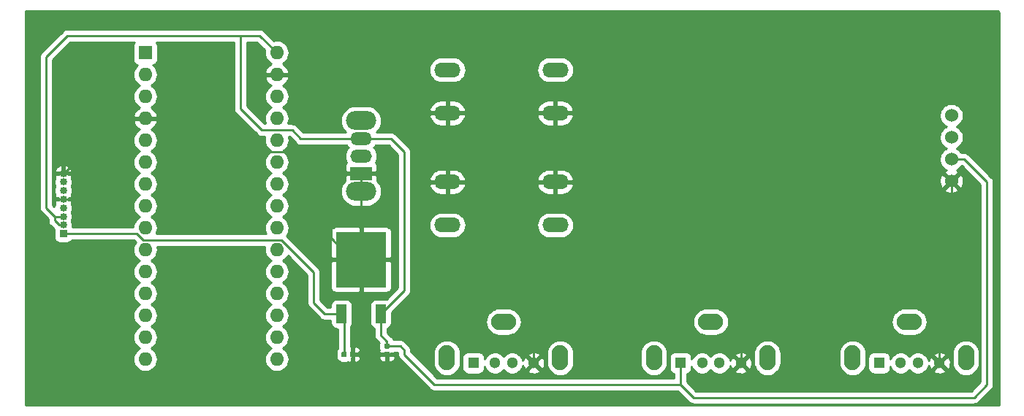
<source format=gbr>
G04 #@! TF.GenerationSoftware,KiCad,Pcbnew,5.1.1-8be2ce7~80~ubuntu16.04.1*
G04 #@! TF.CreationDate,2019-04-17T15:24:41+02:00*
G04 #@! TF.ProjectId,ConNano,436f6e4e-616e-46f2-9e6b-696361645f70,rev?*
G04 #@! TF.SameCoordinates,Original*
G04 #@! TF.FileFunction,Copper,L1,Top*
G04 #@! TF.FilePolarity,Positive*
%FSLAX46Y46*%
G04 Gerber Fmt 4.6, Leading zero omitted, Abs format (unit mm)*
G04 Created by KiCad (PCBNEW 5.1.1-8be2ce7~80~ubuntu16.04.1) date 2019-04-17 15:24:41*
%MOMM*%
%LPD*%
G04 APERTURE LIST*
%ADD10C,1.524000*%
%ADD11R,1.600000X1.600000*%
%ADD12O,1.600000X1.600000*%
%ADD13O,2.900000X1.900000*%
%ADD14O,1.900000X2.900000*%
%ADD15C,1.300000*%
%ADD16R,1.300000X1.300000*%
%ADD17C,0.100000*%
%ADD18C,0.590000*%
%ADD19O,3.048000X1.727200*%
%ADD20R,2.500000X1.500000*%
%ADD21O,2.500000X1.500000*%
%ADD22O,3.500000X2.200000*%
%ADD23R,1.200000X2.200000*%
%ADD24R,5.800000X6.400000*%
%ADD25R,0.850000X0.850000*%
%ADD26O,0.850000X0.850000*%
%ADD27C,0.250000*%
%ADD28C,0.254000*%
G04 APERTURE END LIST*
D10*
X138382000Y-71912000D03*
X138382000Y-69372000D03*
X138382000Y-66832000D03*
X138382000Y-64292000D03*
D11*
X45000000Y-57000000D03*
D12*
X60240000Y-90020000D03*
X45000000Y-59540000D03*
X60240000Y-87480000D03*
X45000000Y-62080000D03*
X60240000Y-84940000D03*
X45000000Y-64620000D03*
X60240000Y-82400000D03*
X45000000Y-67160000D03*
X60240000Y-79860000D03*
X45000000Y-69700000D03*
X60240000Y-77320000D03*
X45000000Y-72240000D03*
X60240000Y-74780000D03*
X45000000Y-74780000D03*
X60240000Y-72240000D03*
X45000000Y-77320000D03*
X60240000Y-69700000D03*
X45000000Y-79860000D03*
X60240000Y-67160000D03*
X45000000Y-82400000D03*
X60240000Y-64620000D03*
X45000000Y-84940000D03*
X60240000Y-62080000D03*
X45000000Y-87480000D03*
X60240000Y-59540000D03*
X45000000Y-90020000D03*
X60240000Y-57000000D03*
X45000000Y-92560000D03*
X60240000Y-92560000D03*
D13*
X86500000Y-88220000D03*
D14*
X93070000Y-92400000D03*
X79930000Y-92400000D03*
D15*
X90000000Y-93000000D03*
X87500000Y-93000000D03*
X85500000Y-93000000D03*
D16*
X83000000Y-93000000D03*
D17*
G36*
X68191958Y-91680710D02*
G01*
X68206276Y-91682834D01*
X68220317Y-91686351D01*
X68233946Y-91691228D01*
X68247031Y-91697417D01*
X68259447Y-91704858D01*
X68271073Y-91713481D01*
X68281798Y-91723202D01*
X68291519Y-91733927D01*
X68300142Y-91745553D01*
X68307583Y-91757969D01*
X68313772Y-91771054D01*
X68318649Y-91784683D01*
X68322166Y-91798724D01*
X68324290Y-91813042D01*
X68325000Y-91827500D01*
X68325000Y-92172500D01*
X68324290Y-92186958D01*
X68322166Y-92201276D01*
X68318649Y-92215317D01*
X68313772Y-92228946D01*
X68307583Y-92242031D01*
X68300142Y-92254447D01*
X68291519Y-92266073D01*
X68281798Y-92276798D01*
X68271073Y-92286519D01*
X68259447Y-92295142D01*
X68247031Y-92302583D01*
X68233946Y-92308772D01*
X68220317Y-92313649D01*
X68206276Y-92317166D01*
X68191958Y-92319290D01*
X68177500Y-92320000D01*
X67882500Y-92320000D01*
X67868042Y-92319290D01*
X67853724Y-92317166D01*
X67839683Y-92313649D01*
X67826054Y-92308772D01*
X67812969Y-92302583D01*
X67800553Y-92295142D01*
X67788927Y-92286519D01*
X67778202Y-92276798D01*
X67768481Y-92266073D01*
X67759858Y-92254447D01*
X67752417Y-92242031D01*
X67746228Y-92228946D01*
X67741351Y-92215317D01*
X67737834Y-92201276D01*
X67735710Y-92186958D01*
X67735000Y-92172500D01*
X67735000Y-91827500D01*
X67735710Y-91813042D01*
X67737834Y-91798724D01*
X67741351Y-91784683D01*
X67746228Y-91771054D01*
X67752417Y-91757969D01*
X67759858Y-91745553D01*
X67768481Y-91733927D01*
X67778202Y-91723202D01*
X67788927Y-91713481D01*
X67800553Y-91704858D01*
X67812969Y-91697417D01*
X67826054Y-91691228D01*
X67839683Y-91686351D01*
X67853724Y-91682834D01*
X67868042Y-91680710D01*
X67882500Y-91680000D01*
X68177500Y-91680000D01*
X68191958Y-91680710D01*
X68191958Y-91680710D01*
G37*
D18*
X68030000Y-92000000D03*
D17*
G36*
X69161958Y-91680710D02*
G01*
X69176276Y-91682834D01*
X69190317Y-91686351D01*
X69203946Y-91691228D01*
X69217031Y-91697417D01*
X69229447Y-91704858D01*
X69241073Y-91713481D01*
X69251798Y-91723202D01*
X69261519Y-91733927D01*
X69270142Y-91745553D01*
X69277583Y-91757969D01*
X69283772Y-91771054D01*
X69288649Y-91784683D01*
X69292166Y-91798724D01*
X69294290Y-91813042D01*
X69295000Y-91827500D01*
X69295000Y-92172500D01*
X69294290Y-92186958D01*
X69292166Y-92201276D01*
X69288649Y-92215317D01*
X69283772Y-92228946D01*
X69277583Y-92242031D01*
X69270142Y-92254447D01*
X69261519Y-92266073D01*
X69251798Y-92276798D01*
X69241073Y-92286519D01*
X69229447Y-92295142D01*
X69217031Y-92302583D01*
X69203946Y-92308772D01*
X69190317Y-92313649D01*
X69176276Y-92317166D01*
X69161958Y-92319290D01*
X69147500Y-92320000D01*
X68852500Y-92320000D01*
X68838042Y-92319290D01*
X68823724Y-92317166D01*
X68809683Y-92313649D01*
X68796054Y-92308772D01*
X68782969Y-92302583D01*
X68770553Y-92295142D01*
X68758927Y-92286519D01*
X68748202Y-92276798D01*
X68738481Y-92266073D01*
X68729858Y-92254447D01*
X68722417Y-92242031D01*
X68716228Y-92228946D01*
X68711351Y-92215317D01*
X68707834Y-92201276D01*
X68705710Y-92186958D01*
X68705000Y-92172500D01*
X68705000Y-91827500D01*
X68705710Y-91813042D01*
X68707834Y-91798724D01*
X68711351Y-91784683D01*
X68716228Y-91771054D01*
X68722417Y-91757969D01*
X68729858Y-91745553D01*
X68738481Y-91733927D01*
X68748202Y-91723202D01*
X68758927Y-91713481D01*
X68770553Y-91704858D01*
X68782969Y-91697417D01*
X68796054Y-91691228D01*
X68809683Y-91686351D01*
X68823724Y-91682834D01*
X68838042Y-91680710D01*
X68852500Y-91680000D01*
X69147500Y-91680000D01*
X69161958Y-91680710D01*
X69161958Y-91680710D01*
G37*
D18*
X69000000Y-92000000D03*
D17*
G36*
X73186958Y-91705710D02*
G01*
X73201276Y-91707834D01*
X73215317Y-91711351D01*
X73228946Y-91716228D01*
X73242031Y-91722417D01*
X73254447Y-91729858D01*
X73266073Y-91738481D01*
X73276798Y-91748202D01*
X73286519Y-91758927D01*
X73295142Y-91770553D01*
X73302583Y-91782969D01*
X73308772Y-91796054D01*
X73313649Y-91809683D01*
X73317166Y-91823724D01*
X73319290Y-91838042D01*
X73320000Y-91852500D01*
X73320000Y-92147500D01*
X73319290Y-92161958D01*
X73317166Y-92176276D01*
X73313649Y-92190317D01*
X73308772Y-92203946D01*
X73302583Y-92217031D01*
X73295142Y-92229447D01*
X73286519Y-92241073D01*
X73276798Y-92251798D01*
X73266073Y-92261519D01*
X73254447Y-92270142D01*
X73242031Y-92277583D01*
X73228946Y-92283772D01*
X73215317Y-92288649D01*
X73201276Y-92292166D01*
X73186958Y-92294290D01*
X73172500Y-92295000D01*
X72827500Y-92295000D01*
X72813042Y-92294290D01*
X72798724Y-92292166D01*
X72784683Y-92288649D01*
X72771054Y-92283772D01*
X72757969Y-92277583D01*
X72745553Y-92270142D01*
X72733927Y-92261519D01*
X72723202Y-92251798D01*
X72713481Y-92241073D01*
X72704858Y-92229447D01*
X72697417Y-92217031D01*
X72691228Y-92203946D01*
X72686351Y-92190317D01*
X72682834Y-92176276D01*
X72680710Y-92161958D01*
X72680000Y-92147500D01*
X72680000Y-91852500D01*
X72680710Y-91838042D01*
X72682834Y-91823724D01*
X72686351Y-91809683D01*
X72691228Y-91796054D01*
X72697417Y-91782969D01*
X72704858Y-91770553D01*
X72713481Y-91758927D01*
X72723202Y-91748202D01*
X72733927Y-91738481D01*
X72745553Y-91729858D01*
X72757969Y-91722417D01*
X72771054Y-91716228D01*
X72784683Y-91711351D01*
X72798724Y-91707834D01*
X72813042Y-91705710D01*
X72827500Y-91705000D01*
X73172500Y-91705000D01*
X73186958Y-91705710D01*
X73186958Y-91705710D01*
G37*
D18*
X73000000Y-92000000D03*
D17*
G36*
X73186958Y-90735710D02*
G01*
X73201276Y-90737834D01*
X73215317Y-90741351D01*
X73228946Y-90746228D01*
X73242031Y-90752417D01*
X73254447Y-90759858D01*
X73266073Y-90768481D01*
X73276798Y-90778202D01*
X73286519Y-90788927D01*
X73295142Y-90800553D01*
X73302583Y-90812969D01*
X73308772Y-90826054D01*
X73313649Y-90839683D01*
X73317166Y-90853724D01*
X73319290Y-90868042D01*
X73320000Y-90882500D01*
X73320000Y-91177500D01*
X73319290Y-91191958D01*
X73317166Y-91206276D01*
X73313649Y-91220317D01*
X73308772Y-91233946D01*
X73302583Y-91247031D01*
X73295142Y-91259447D01*
X73286519Y-91271073D01*
X73276798Y-91281798D01*
X73266073Y-91291519D01*
X73254447Y-91300142D01*
X73242031Y-91307583D01*
X73228946Y-91313772D01*
X73215317Y-91318649D01*
X73201276Y-91322166D01*
X73186958Y-91324290D01*
X73172500Y-91325000D01*
X72827500Y-91325000D01*
X72813042Y-91324290D01*
X72798724Y-91322166D01*
X72784683Y-91318649D01*
X72771054Y-91313772D01*
X72757969Y-91307583D01*
X72745553Y-91300142D01*
X72733927Y-91291519D01*
X72723202Y-91281798D01*
X72713481Y-91271073D01*
X72704858Y-91259447D01*
X72697417Y-91247031D01*
X72691228Y-91233946D01*
X72686351Y-91220317D01*
X72682834Y-91206276D01*
X72680710Y-91191958D01*
X72680000Y-91177500D01*
X72680000Y-90882500D01*
X72680710Y-90868042D01*
X72682834Y-90853724D01*
X72686351Y-90839683D01*
X72691228Y-90826054D01*
X72697417Y-90812969D01*
X72704858Y-90800553D01*
X72713481Y-90788927D01*
X72723202Y-90778202D01*
X72733927Y-90768481D01*
X72745553Y-90759858D01*
X72757969Y-90752417D01*
X72771054Y-90746228D01*
X72784683Y-90741351D01*
X72798724Y-90737834D01*
X72813042Y-90735710D01*
X72827500Y-90735000D01*
X73172500Y-90735000D01*
X73186958Y-90735710D01*
X73186958Y-90735710D01*
G37*
D18*
X73000000Y-91030000D03*
D16*
X130000000Y-93000000D03*
D15*
X132500000Y-93000000D03*
X134500000Y-93000000D03*
X137000000Y-93000000D03*
D14*
X126930000Y-92400000D03*
X140070000Y-92400000D03*
D13*
X133500000Y-88220000D03*
D16*
X107000000Y-93000000D03*
D15*
X109500000Y-93000000D03*
X111500000Y-93000000D03*
X114000000Y-93000000D03*
D14*
X103930000Y-92400000D03*
X117070000Y-92400000D03*
D13*
X110500000Y-88220000D03*
D19*
X92500000Y-59000000D03*
X92500000Y-64000000D03*
X80000000Y-59000000D03*
X80000000Y-64000000D03*
X80000000Y-77000000D03*
X80000000Y-72000000D03*
X92500000Y-77000000D03*
X92500000Y-72000000D03*
D20*
X70000000Y-71000000D03*
D21*
X70000000Y-69000000D03*
X70000000Y-67000000D03*
D22*
X70000000Y-73100000D03*
X70000000Y-64900000D03*
D23*
X67720000Y-87300000D03*
X72280000Y-87300000D03*
D24*
X70000000Y-81000000D03*
D25*
X35500000Y-78000000D03*
D26*
X35500000Y-77000000D03*
X35500000Y-76000000D03*
X35500000Y-75000000D03*
X35500000Y-74000000D03*
X35500000Y-73000000D03*
X35500000Y-72000000D03*
X35500000Y-71000000D03*
D27*
X35500000Y-71000000D02*
X36500000Y-71000000D01*
X36500000Y-71000000D02*
X37000000Y-71500000D01*
X35500000Y-74000000D02*
X37000000Y-74000000D01*
X37000000Y-71500000D02*
X37000000Y-74000000D01*
X45000000Y-64620000D02*
X55620000Y-64620000D01*
X55620000Y-64620000D02*
X59500000Y-68500000D01*
X59500000Y-68500000D02*
X64000000Y-68500000D01*
X66500000Y-71000000D02*
X70000000Y-71000000D01*
X64000000Y-68500000D02*
X66500000Y-71000000D01*
X80000000Y-64000000D02*
X80000000Y-72000000D01*
X92500000Y-64000000D02*
X80000000Y-64000000D01*
X92500000Y-72000000D02*
X80000000Y-72000000D01*
X92500000Y-72000000D02*
X92500000Y-64000000D01*
X70000000Y-71000000D02*
X70000000Y-81000000D01*
X69000000Y-92000000D02*
X69500000Y-92000000D01*
X70000000Y-91500000D02*
X70000000Y-81000000D01*
X69500000Y-92000000D02*
X70000000Y-91500000D01*
X73000000Y-92000000D02*
X72000000Y-92000000D01*
X71500000Y-91500000D02*
X70000000Y-91500000D01*
X72000000Y-92000000D02*
X71500000Y-91500000D01*
X70000000Y-81000000D02*
X69000000Y-81000000D01*
X69000000Y-81000000D02*
X66500000Y-78500000D01*
X66500000Y-78500000D02*
X66500000Y-71000000D01*
X90000000Y-93000000D02*
X90000000Y-92000000D01*
X114000000Y-93000000D02*
X114000000Y-92000000D01*
X90000000Y-72000000D02*
X90000000Y-90000000D01*
X112000000Y-90000000D02*
X90000000Y-90000000D01*
X90000000Y-90000000D02*
X90000000Y-93000000D01*
X137000000Y-93000000D02*
X137000000Y-92500000D01*
X138382000Y-71912000D02*
X138382000Y-88118000D01*
X44620000Y-65000000D02*
X45000000Y-64620000D01*
X41880000Y-64620000D02*
X35500000Y-71000000D01*
X45000000Y-64620000D02*
X41880000Y-64620000D01*
X80000000Y-64000000D02*
X75000000Y-64000000D01*
X70540000Y-59540000D02*
X60240000Y-59540000D01*
X75000000Y-64000000D02*
X70540000Y-59540000D01*
X114000000Y-92000000D02*
X114000000Y-90000000D01*
X114000000Y-90000000D02*
X112000000Y-90000000D01*
X137000000Y-90500000D02*
X137000000Y-93000000D01*
X114000000Y-90000000D02*
X136500000Y-90000000D01*
X136500000Y-90000000D02*
X137000000Y-90500000D01*
X136500000Y-90000000D02*
X138382000Y-88118000D01*
X104500000Y-95500000D02*
X84500000Y-95500000D01*
X84500000Y-95500000D02*
X78500000Y-95500000D01*
X78500000Y-95500000D02*
X75000000Y-92000000D01*
X75000000Y-92000000D02*
X75000000Y-91500000D01*
X74530000Y-91030000D02*
X73000000Y-91030000D01*
X75000000Y-91500000D02*
X74530000Y-91030000D01*
X73000000Y-91030000D02*
X73000000Y-90500000D01*
X72280000Y-89780000D02*
X72280000Y-87300000D01*
X73000000Y-90500000D02*
X72280000Y-89780000D01*
X58240000Y-55000000D02*
X60240000Y-57000000D01*
X70000000Y-67000000D02*
X63000000Y-67000000D01*
X63000000Y-67000000D02*
X62000000Y-66000000D01*
X62000000Y-66000000D02*
X58500000Y-66000000D01*
X58500000Y-66000000D02*
X56000000Y-63500000D01*
X56000000Y-63500000D02*
X56000000Y-55000000D01*
X70000000Y-67000000D02*
X73500000Y-67000000D01*
X73500000Y-67000000D02*
X75000000Y-68500000D01*
X75000000Y-84580000D02*
X72280000Y-87300000D01*
X75000000Y-68500000D02*
X75000000Y-84580000D01*
X35500000Y-76000000D02*
X34500000Y-76000000D01*
X34500000Y-76000000D02*
X33500000Y-75000000D01*
X33500000Y-75000000D02*
X33500000Y-57500000D01*
X36000000Y-55000000D02*
X58240000Y-55000000D01*
X33500000Y-57500000D02*
X36000000Y-55000000D01*
X138382000Y-69372000D02*
X139872000Y-69372000D01*
X139872000Y-69372000D02*
X142500000Y-72000000D01*
X142500000Y-72000000D02*
X142500000Y-95500000D01*
X142500000Y-95500000D02*
X141000000Y-97000000D01*
X141000000Y-97000000D02*
X108500000Y-97000000D01*
X107000000Y-95500000D02*
X107000000Y-93000000D01*
X108500000Y-97000000D02*
X107000000Y-95500000D01*
X104500000Y-95500000D02*
X107000000Y-95500000D01*
X35500000Y-77000000D02*
X35000000Y-77000000D01*
X35000000Y-77000000D02*
X34500000Y-76500000D01*
X34500000Y-76500000D02*
X34500000Y-76000000D01*
X83000000Y-93000000D02*
X83000000Y-92500000D01*
X68030000Y-87610000D02*
X67720000Y-87300000D01*
X68030000Y-92000000D02*
X68030000Y-87610000D01*
X60780001Y-78734999D02*
X64500000Y-82454998D01*
X44734999Y-78734999D02*
X60780001Y-78734999D01*
X35500000Y-78000000D02*
X44000000Y-78000000D01*
X44000000Y-78000000D02*
X44734999Y-78734999D01*
X64500000Y-82454998D02*
X64500000Y-86000000D01*
X65800000Y-87300000D02*
X67720000Y-87300000D01*
X64500000Y-86000000D02*
X65800000Y-87300000D01*
D28*
G36*
X143766362Y-52134067D02*
G01*
X143873000Y-52331290D01*
X143873000Y-97873000D01*
X31127000Y-97873000D01*
X31127000Y-57500000D01*
X32736324Y-57500000D01*
X32740001Y-57537333D01*
X32740000Y-74962678D01*
X32736324Y-75000000D01*
X32740000Y-75037322D01*
X32740000Y-75037332D01*
X32750997Y-75148985D01*
X32794454Y-75292246D01*
X32865026Y-75424276D01*
X32904871Y-75472826D01*
X32959999Y-75540001D01*
X32989002Y-75563804D01*
X33740000Y-76314802D01*
X33740000Y-76462678D01*
X33736324Y-76500000D01*
X33740000Y-76537322D01*
X33740000Y-76537332D01*
X33750997Y-76648985D01*
X33794441Y-76792204D01*
X33794454Y-76792246D01*
X33865026Y-76924276D01*
X33885471Y-76949188D01*
X33959999Y-77040001D01*
X33989003Y-77063804D01*
X34436196Y-77510997D01*
X34442478Y-77518651D01*
X34436928Y-77575000D01*
X34436928Y-78425000D01*
X34449188Y-78549482D01*
X34485498Y-78669180D01*
X34544463Y-78779494D01*
X34623815Y-78876185D01*
X34720506Y-78955537D01*
X34830820Y-79014502D01*
X34950518Y-79050812D01*
X35075000Y-79063072D01*
X35925000Y-79063072D01*
X36049482Y-79050812D01*
X36169180Y-79014502D01*
X36279494Y-78955537D01*
X36376185Y-78876185D01*
X36455537Y-78779494D01*
X36465957Y-78760000D01*
X43685199Y-78760000D01*
X43883569Y-78958371D01*
X43801068Y-79058899D01*
X43667818Y-79308192D01*
X43585764Y-79578691D01*
X43558057Y-79860000D01*
X43585764Y-80141309D01*
X43667818Y-80411808D01*
X43801068Y-80661101D01*
X43980392Y-80879608D01*
X44198899Y-81058932D01*
X44331858Y-81130000D01*
X44198899Y-81201068D01*
X43980392Y-81380392D01*
X43801068Y-81598899D01*
X43667818Y-81848192D01*
X43585764Y-82118691D01*
X43558057Y-82400000D01*
X43585764Y-82681309D01*
X43667818Y-82951808D01*
X43801068Y-83201101D01*
X43980392Y-83419608D01*
X44198899Y-83598932D01*
X44331858Y-83670000D01*
X44198899Y-83741068D01*
X43980392Y-83920392D01*
X43801068Y-84138899D01*
X43667818Y-84388192D01*
X43585764Y-84658691D01*
X43558057Y-84940000D01*
X43585764Y-85221309D01*
X43667818Y-85491808D01*
X43801068Y-85741101D01*
X43980392Y-85959608D01*
X44198899Y-86138932D01*
X44331858Y-86210000D01*
X44198899Y-86281068D01*
X43980392Y-86460392D01*
X43801068Y-86678899D01*
X43667818Y-86928192D01*
X43585764Y-87198691D01*
X43558057Y-87480000D01*
X43585764Y-87761309D01*
X43667818Y-88031808D01*
X43801068Y-88281101D01*
X43980392Y-88499608D01*
X44198899Y-88678932D01*
X44331858Y-88750000D01*
X44198899Y-88821068D01*
X43980392Y-89000392D01*
X43801068Y-89218899D01*
X43667818Y-89468192D01*
X43585764Y-89738691D01*
X43558057Y-90020000D01*
X43585764Y-90301309D01*
X43667818Y-90571808D01*
X43801068Y-90821101D01*
X43980392Y-91039608D01*
X44198899Y-91218932D01*
X44331858Y-91290000D01*
X44198899Y-91361068D01*
X43980392Y-91540392D01*
X43801068Y-91758899D01*
X43667818Y-92008192D01*
X43585764Y-92278691D01*
X43558057Y-92560000D01*
X43585764Y-92841309D01*
X43667818Y-93111808D01*
X43801068Y-93361101D01*
X43980392Y-93579608D01*
X44198899Y-93758932D01*
X44448192Y-93892182D01*
X44718691Y-93974236D01*
X44929508Y-93995000D01*
X45070492Y-93995000D01*
X45281309Y-93974236D01*
X45551808Y-93892182D01*
X45801101Y-93758932D01*
X46019608Y-93579608D01*
X46198932Y-93361101D01*
X46332182Y-93111808D01*
X46414236Y-92841309D01*
X46441943Y-92560000D01*
X46414236Y-92278691D01*
X46332182Y-92008192D01*
X46198932Y-91758899D01*
X46019608Y-91540392D01*
X45801101Y-91361068D01*
X45668142Y-91290000D01*
X45801101Y-91218932D01*
X46019608Y-91039608D01*
X46198932Y-90821101D01*
X46332182Y-90571808D01*
X46414236Y-90301309D01*
X46441943Y-90020000D01*
X46414236Y-89738691D01*
X46332182Y-89468192D01*
X46198932Y-89218899D01*
X46019608Y-89000392D01*
X45801101Y-88821068D01*
X45668142Y-88750000D01*
X45801101Y-88678932D01*
X46019608Y-88499608D01*
X46198932Y-88281101D01*
X46332182Y-88031808D01*
X46414236Y-87761309D01*
X46441943Y-87480000D01*
X46414236Y-87198691D01*
X46332182Y-86928192D01*
X46198932Y-86678899D01*
X46019608Y-86460392D01*
X45801101Y-86281068D01*
X45668142Y-86210000D01*
X45801101Y-86138932D01*
X46019608Y-85959608D01*
X46198932Y-85741101D01*
X46332182Y-85491808D01*
X46414236Y-85221309D01*
X46441943Y-84940000D01*
X46414236Y-84658691D01*
X46332182Y-84388192D01*
X46198932Y-84138899D01*
X46019608Y-83920392D01*
X45801101Y-83741068D01*
X45668142Y-83670000D01*
X45801101Y-83598932D01*
X46019608Y-83419608D01*
X46198932Y-83201101D01*
X46332182Y-82951808D01*
X46414236Y-82681309D01*
X46441943Y-82400000D01*
X46414236Y-82118691D01*
X46332182Y-81848192D01*
X46198932Y-81598899D01*
X46019608Y-81380392D01*
X45801101Y-81201068D01*
X45668142Y-81130000D01*
X45801101Y-81058932D01*
X46019608Y-80879608D01*
X46198932Y-80661101D01*
X46332182Y-80411808D01*
X46414236Y-80141309D01*
X46441943Y-79860000D01*
X46414236Y-79578691D01*
X46388849Y-79494999D01*
X58851151Y-79494999D01*
X58825764Y-79578691D01*
X58798057Y-79860000D01*
X58825764Y-80141309D01*
X58907818Y-80411808D01*
X59041068Y-80661101D01*
X59220392Y-80879608D01*
X59438899Y-81058932D01*
X59571858Y-81130000D01*
X59438899Y-81201068D01*
X59220392Y-81380392D01*
X59041068Y-81598899D01*
X58907818Y-81848192D01*
X58825764Y-82118691D01*
X58798057Y-82400000D01*
X58825764Y-82681309D01*
X58907818Y-82951808D01*
X59041068Y-83201101D01*
X59220392Y-83419608D01*
X59438899Y-83598932D01*
X59571858Y-83670000D01*
X59438899Y-83741068D01*
X59220392Y-83920392D01*
X59041068Y-84138899D01*
X58907818Y-84388192D01*
X58825764Y-84658691D01*
X58798057Y-84940000D01*
X58825764Y-85221309D01*
X58907818Y-85491808D01*
X59041068Y-85741101D01*
X59220392Y-85959608D01*
X59438899Y-86138932D01*
X59571858Y-86210000D01*
X59438899Y-86281068D01*
X59220392Y-86460392D01*
X59041068Y-86678899D01*
X58907818Y-86928192D01*
X58825764Y-87198691D01*
X58798057Y-87480000D01*
X58825764Y-87761309D01*
X58907818Y-88031808D01*
X59041068Y-88281101D01*
X59220392Y-88499608D01*
X59438899Y-88678932D01*
X59571858Y-88750000D01*
X59438899Y-88821068D01*
X59220392Y-89000392D01*
X59041068Y-89218899D01*
X58907818Y-89468192D01*
X58825764Y-89738691D01*
X58798057Y-90020000D01*
X58825764Y-90301309D01*
X58907818Y-90571808D01*
X59041068Y-90821101D01*
X59220392Y-91039608D01*
X59438899Y-91218932D01*
X59571858Y-91290000D01*
X59438899Y-91361068D01*
X59220392Y-91540392D01*
X59041068Y-91758899D01*
X58907818Y-92008192D01*
X58825764Y-92278691D01*
X58798057Y-92560000D01*
X58825764Y-92841309D01*
X58907818Y-93111808D01*
X59041068Y-93361101D01*
X59220392Y-93579608D01*
X59438899Y-93758932D01*
X59688192Y-93892182D01*
X59958691Y-93974236D01*
X60169508Y-93995000D01*
X60310492Y-93995000D01*
X60521309Y-93974236D01*
X60791808Y-93892182D01*
X61041101Y-93758932D01*
X61259608Y-93579608D01*
X61438932Y-93361101D01*
X61572182Y-93111808D01*
X61654236Y-92841309D01*
X61681943Y-92560000D01*
X61654236Y-92278691D01*
X61572182Y-92008192D01*
X61438932Y-91758899D01*
X61259608Y-91540392D01*
X61041101Y-91361068D01*
X60908142Y-91290000D01*
X61041101Y-91218932D01*
X61259608Y-91039608D01*
X61438932Y-90821101D01*
X61572182Y-90571808D01*
X61654236Y-90301309D01*
X61681943Y-90020000D01*
X61654236Y-89738691D01*
X61572182Y-89468192D01*
X61438932Y-89218899D01*
X61259608Y-89000392D01*
X61041101Y-88821068D01*
X60908142Y-88750000D01*
X61041101Y-88678932D01*
X61259608Y-88499608D01*
X61438932Y-88281101D01*
X61572182Y-88031808D01*
X61654236Y-87761309D01*
X61681943Y-87480000D01*
X61654236Y-87198691D01*
X61572182Y-86928192D01*
X61438932Y-86678899D01*
X61259608Y-86460392D01*
X61041101Y-86281068D01*
X60908142Y-86210000D01*
X61041101Y-86138932D01*
X61259608Y-85959608D01*
X61438932Y-85741101D01*
X61572182Y-85491808D01*
X61654236Y-85221309D01*
X61681943Y-84940000D01*
X61654236Y-84658691D01*
X61572182Y-84388192D01*
X61438932Y-84138899D01*
X61259608Y-83920392D01*
X61041101Y-83741068D01*
X60908142Y-83670000D01*
X61041101Y-83598932D01*
X61259608Y-83419608D01*
X61438932Y-83201101D01*
X61572182Y-82951808D01*
X61654236Y-82681309D01*
X61681943Y-82400000D01*
X61654236Y-82118691D01*
X61572182Y-81848192D01*
X61438932Y-81598899D01*
X61259608Y-81380392D01*
X61041101Y-81201068D01*
X60908142Y-81130000D01*
X61041101Y-81058932D01*
X61259608Y-80879608D01*
X61438932Y-80661101D01*
X61505940Y-80535739D01*
X63740000Y-82769800D01*
X63740001Y-85962668D01*
X63736324Y-86000000D01*
X63750998Y-86148985D01*
X63794454Y-86292246D01*
X63865026Y-86424276D01*
X63936201Y-86511002D01*
X63960000Y-86540001D01*
X63988998Y-86563799D01*
X65236200Y-87811002D01*
X65259999Y-87840001D01*
X65375724Y-87934974D01*
X65507753Y-88005546D01*
X65651014Y-88049003D01*
X65762667Y-88060000D01*
X65762675Y-88060000D01*
X65800000Y-88063676D01*
X65837325Y-88060000D01*
X66481928Y-88060000D01*
X66481928Y-88400000D01*
X66494188Y-88524482D01*
X66530498Y-88644180D01*
X66589463Y-88754494D01*
X66668815Y-88851185D01*
X66765506Y-88930537D01*
X66875820Y-88989502D01*
X66995518Y-89025812D01*
X67120000Y-89038072D01*
X67270001Y-89038072D01*
X67270000Y-91341492D01*
X67229321Y-91391060D01*
X67156726Y-91526875D01*
X67112023Y-91674243D01*
X67096928Y-91827500D01*
X67096928Y-92172500D01*
X67112023Y-92325757D01*
X67156726Y-92473125D01*
X67229321Y-92608940D01*
X67327017Y-92727983D01*
X67446060Y-92825679D01*
X67581875Y-92898274D01*
X67729243Y-92942977D01*
X67882500Y-92958072D01*
X68177500Y-92958072D01*
X68330757Y-92942977D01*
X68453684Y-92905688D01*
X68460820Y-92909502D01*
X68580518Y-92945812D01*
X68705000Y-92958072D01*
X68714250Y-92955000D01*
X68873000Y-92796250D01*
X68873000Y-92529763D01*
X68903274Y-92473125D01*
X68947977Y-92325757D01*
X68963072Y-92172500D01*
X68963072Y-92127000D01*
X69127000Y-92127000D01*
X69127000Y-92796250D01*
X69285750Y-92955000D01*
X69295000Y-92958072D01*
X69419482Y-92945812D01*
X69539180Y-92909502D01*
X69649494Y-92850537D01*
X69746185Y-92771185D01*
X69825537Y-92674494D01*
X69884502Y-92564180D01*
X69920812Y-92444482D01*
X69933072Y-92320000D01*
X69930830Y-92295000D01*
X72041928Y-92295000D01*
X72054188Y-92419482D01*
X72090498Y-92539180D01*
X72149463Y-92649494D01*
X72228815Y-92746185D01*
X72325506Y-92825537D01*
X72435820Y-92884502D01*
X72555518Y-92920812D01*
X72680000Y-92933072D01*
X72714250Y-92930000D01*
X72873000Y-92771250D01*
X72873000Y-92127000D01*
X73127000Y-92127000D01*
X73127000Y-92771250D01*
X73285750Y-92930000D01*
X73320000Y-92933072D01*
X73444482Y-92920812D01*
X73564180Y-92884502D01*
X73674494Y-92825537D01*
X73771185Y-92746185D01*
X73850537Y-92649494D01*
X73909502Y-92539180D01*
X73945812Y-92419482D01*
X73958072Y-92295000D01*
X73955000Y-92285750D01*
X73796250Y-92127000D01*
X73127000Y-92127000D01*
X72873000Y-92127000D01*
X72203750Y-92127000D01*
X72045000Y-92285750D01*
X72041928Y-92295000D01*
X69930830Y-92295000D01*
X69930000Y-92285750D01*
X69771250Y-92127000D01*
X69127000Y-92127000D01*
X68963072Y-92127000D01*
X68963072Y-91827500D01*
X68947977Y-91674243D01*
X68903274Y-91526875D01*
X68873000Y-91470237D01*
X68873000Y-91203750D01*
X69127000Y-91203750D01*
X69127000Y-91873000D01*
X69771250Y-91873000D01*
X69930000Y-91714250D01*
X69933072Y-91680000D01*
X69920812Y-91555518D01*
X69884502Y-91435820D01*
X69825537Y-91325506D01*
X69746185Y-91228815D01*
X69649494Y-91149463D01*
X69539180Y-91090498D01*
X69419482Y-91054188D01*
X69295000Y-91041928D01*
X69285750Y-91045000D01*
X69127000Y-91203750D01*
X68873000Y-91203750D01*
X68790000Y-91120750D01*
X68790000Y-88828259D01*
X68850537Y-88754494D01*
X68909502Y-88644180D01*
X68945812Y-88524482D01*
X68958072Y-88400000D01*
X68958072Y-86200000D01*
X68945812Y-86075518D01*
X68909502Y-85955820D01*
X68850537Y-85845506D01*
X68771185Y-85748815D01*
X68674494Y-85669463D01*
X68564180Y-85610498D01*
X68444482Y-85574188D01*
X68320000Y-85561928D01*
X67120000Y-85561928D01*
X66995518Y-85574188D01*
X66875820Y-85610498D01*
X66765506Y-85669463D01*
X66668815Y-85748815D01*
X66589463Y-85845506D01*
X66530498Y-85955820D01*
X66494188Y-86075518D01*
X66481928Y-86200000D01*
X66481928Y-86540000D01*
X66114802Y-86540000D01*
X65260000Y-85685199D01*
X65260000Y-84200000D01*
X66461928Y-84200000D01*
X66474188Y-84324482D01*
X66510498Y-84444180D01*
X66569463Y-84554494D01*
X66648815Y-84651185D01*
X66745506Y-84730537D01*
X66855820Y-84789502D01*
X66975518Y-84825812D01*
X67100000Y-84838072D01*
X69714250Y-84835000D01*
X69873000Y-84676250D01*
X69873000Y-81127000D01*
X70127000Y-81127000D01*
X70127000Y-84676250D01*
X70285750Y-84835000D01*
X72900000Y-84838072D01*
X73024482Y-84825812D01*
X73144180Y-84789502D01*
X73254494Y-84730537D01*
X73351185Y-84651185D01*
X73430537Y-84554494D01*
X73489502Y-84444180D01*
X73525812Y-84324482D01*
X73538072Y-84200000D01*
X73535000Y-81285750D01*
X73376250Y-81127000D01*
X70127000Y-81127000D01*
X69873000Y-81127000D01*
X66623750Y-81127000D01*
X66465000Y-81285750D01*
X66461928Y-84200000D01*
X65260000Y-84200000D01*
X65260000Y-82492320D01*
X65263676Y-82454997D01*
X65260000Y-82417674D01*
X65260000Y-82417665D01*
X65249003Y-82306012D01*
X65205546Y-82162751D01*
X65134975Y-82030723D01*
X65134974Y-82030721D01*
X65063799Y-81943995D01*
X65040001Y-81914997D01*
X65011004Y-81891200D01*
X61349670Y-78229867D01*
X61438932Y-78121101D01*
X61572182Y-77871808D01*
X61593964Y-77800000D01*
X66461928Y-77800000D01*
X66465000Y-80714250D01*
X66623750Y-80873000D01*
X69873000Y-80873000D01*
X69873000Y-77323750D01*
X70127000Y-77323750D01*
X70127000Y-80873000D01*
X73376250Y-80873000D01*
X73535000Y-80714250D01*
X73538072Y-77800000D01*
X73525812Y-77675518D01*
X73489502Y-77555820D01*
X73430537Y-77445506D01*
X73351185Y-77348815D01*
X73254494Y-77269463D01*
X73144180Y-77210498D01*
X73024482Y-77174188D01*
X72900000Y-77161928D01*
X70285750Y-77165000D01*
X70127000Y-77323750D01*
X69873000Y-77323750D01*
X69714250Y-77165000D01*
X67100000Y-77161928D01*
X66975518Y-77174188D01*
X66855820Y-77210498D01*
X66745506Y-77269463D01*
X66648815Y-77348815D01*
X66569463Y-77445506D01*
X66510498Y-77555820D01*
X66474188Y-77675518D01*
X66461928Y-77800000D01*
X61593964Y-77800000D01*
X61654236Y-77601309D01*
X61681943Y-77320000D01*
X61654236Y-77038691D01*
X61572182Y-76768192D01*
X61438932Y-76518899D01*
X61259608Y-76300392D01*
X61041101Y-76121068D01*
X60908142Y-76050000D01*
X61041101Y-75978932D01*
X61259608Y-75799608D01*
X61438932Y-75581101D01*
X61572182Y-75331808D01*
X61654236Y-75061309D01*
X61681943Y-74780000D01*
X61654236Y-74498691D01*
X61572182Y-74228192D01*
X61438932Y-73978899D01*
X61259608Y-73760392D01*
X61041101Y-73581068D01*
X60908142Y-73510000D01*
X61041101Y-73438932D01*
X61259608Y-73259608D01*
X61390594Y-73100000D01*
X67606606Y-73100000D01*
X67640105Y-73440119D01*
X67739314Y-73767168D01*
X67900421Y-74068578D01*
X68117234Y-74332766D01*
X68381422Y-74549579D01*
X68682832Y-74710686D01*
X69009881Y-74809895D01*
X69264775Y-74835000D01*
X70735225Y-74835000D01*
X70990119Y-74809895D01*
X71317168Y-74710686D01*
X71618578Y-74549579D01*
X71882766Y-74332766D01*
X72099579Y-74068578D01*
X72260686Y-73767168D01*
X72359895Y-73440119D01*
X72393394Y-73100000D01*
X72359895Y-72759881D01*
X72260686Y-72432832D01*
X72099579Y-72131422D01*
X71882766Y-71867234D01*
X71876992Y-71862496D01*
X71888072Y-71750000D01*
X71885000Y-71285750D01*
X71726250Y-71127000D01*
X70127000Y-71127000D01*
X70127000Y-71147000D01*
X69873000Y-71147000D01*
X69873000Y-71127000D01*
X68273750Y-71127000D01*
X68115000Y-71285750D01*
X68111928Y-71750000D01*
X68123008Y-71862496D01*
X68117234Y-71867234D01*
X67900421Y-72131422D01*
X67739314Y-72432832D01*
X67640105Y-72759881D01*
X67606606Y-73100000D01*
X61390594Y-73100000D01*
X61438932Y-73041101D01*
X61572182Y-72791808D01*
X61654236Y-72521309D01*
X61681943Y-72240000D01*
X61654236Y-71958691D01*
X61572182Y-71688192D01*
X61438932Y-71438899D01*
X61259608Y-71220392D01*
X61041101Y-71041068D01*
X60908142Y-70970000D01*
X61041101Y-70898932D01*
X61259608Y-70719608D01*
X61438932Y-70501101D01*
X61572182Y-70251808D01*
X61654236Y-69981309D01*
X61681943Y-69700000D01*
X61654236Y-69418691D01*
X61572182Y-69148192D01*
X61438932Y-68898899D01*
X61259608Y-68680392D01*
X61041101Y-68501068D01*
X60908142Y-68430000D01*
X61041101Y-68358932D01*
X61259608Y-68179608D01*
X61438932Y-67961101D01*
X61572182Y-67711808D01*
X61654236Y-67441309D01*
X61681943Y-67160000D01*
X61654236Y-66878691D01*
X61618232Y-66760000D01*
X61685199Y-66760000D01*
X62436200Y-67511002D01*
X62459999Y-67540001D01*
X62488997Y-67563799D01*
X62575724Y-67634974D01*
X62707753Y-67705546D01*
X62851014Y-67749003D01*
X63000000Y-67763677D01*
X63037333Y-67760000D01*
X68335794Y-67760000D01*
X68342843Y-67773188D01*
X68515919Y-67984081D01*
X68535316Y-68000000D01*
X68515919Y-68015919D01*
X68342843Y-68226812D01*
X68214236Y-68467419D01*
X68135040Y-68728493D01*
X68108299Y-69000000D01*
X68135040Y-69271507D01*
X68214236Y-69532581D01*
X68338940Y-69765886D01*
X68298815Y-69798815D01*
X68219463Y-69895506D01*
X68160498Y-70005820D01*
X68124188Y-70125518D01*
X68111928Y-70250000D01*
X68115000Y-70714250D01*
X68273750Y-70873000D01*
X69873000Y-70873000D01*
X69873000Y-70853000D01*
X70127000Y-70853000D01*
X70127000Y-70873000D01*
X71726250Y-70873000D01*
X71885000Y-70714250D01*
X71888072Y-70250000D01*
X71875812Y-70125518D01*
X71839502Y-70005820D01*
X71780537Y-69895506D01*
X71701185Y-69798815D01*
X71661060Y-69765886D01*
X71785764Y-69532581D01*
X71864960Y-69271507D01*
X71891701Y-69000000D01*
X71864960Y-68728493D01*
X71785764Y-68467419D01*
X71657157Y-68226812D01*
X71484081Y-68015919D01*
X71464684Y-68000000D01*
X71484081Y-67984081D01*
X71657157Y-67773188D01*
X71664206Y-67760000D01*
X73185199Y-67760000D01*
X74240000Y-68814802D01*
X74240001Y-84265197D01*
X72937598Y-85567601D01*
X72880000Y-85561928D01*
X71680000Y-85561928D01*
X71555518Y-85574188D01*
X71435820Y-85610498D01*
X71325506Y-85669463D01*
X71228815Y-85748815D01*
X71149463Y-85845506D01*
X71090498Y-85955820D01*
X71054188Y-86075518D01*
X71041928Y-86200000D01*
X71041928Y-88400000D01*
X71054188Y-88524482D01*
X71090498Y-88644180D01*
X71149463Y-88754494D01*
X71228815Y-88851185D01*
X71325506Y-88930537D01*
X71435820Y-88989502D01*
X71520000Y-89015038D01*
X71520000Y-89742677D01*
X71516324Y-89780000D01*
X71520000Y-89817322D01*
X71520000Y-89817332D01*
X71530997Y-89928985D01*
X71558606Y-90020000D01*
X71574454Y-90072246D01*
X71645026Y-90204276D01*
X71684871Y-90252826D01*
X71739999Y-90320001D01*
X71769002Y-90343803D01*
X72079696Y-90654498D01*
X72057023Y-90729243D01*
X72041928Y-90882500D01*
X72041928Y-91177500D01*
X72057023Y-91330757D01*
X72094312Y-91453684D01*
X72090498Y-91460820D01*
X72054188Y-91580518D01*
X72041928Y-91705000D01*
X72045000Y-91714250D01*
X72203750Y-91873000D01*
X72470237Y-91873000D01*
X72526875Y-91903274D01*
X72674243Y-91947977D01*
X72827500Y-91963072D01*
X73172500Y-91963072D01*
X73325757Y-91947977D01*
X73473125Y-91903274D01*
X73529763Y-91873000D01*
X73796250Y-91873000D01*
X73879250Y-91790000D01*
X74215199Y-91790000D01*
X74240000Y-91814802D01*
X74240000Y-91962678D01*
X74236324Y-92000000D01*
X74240000Y-92037322D01*
X74240000Y-92037332D01*
X74250997Y-92148985D01*
X74294454Y-92292246D01*
X74365026Y-92424276D01*
X74396533Y-92462667D01*
X74459999Y-92540001D01*
X74489003Y-92563804D01*
X77936205Y-96011008D01*
X77959999Y-96040001D01*
X77988992Y-96063795D01*
X77988996Y-96063799D01*
X78059685Y-96121811D01*
X78075724Y-96134974D01*
X78207753Y-96205546D01*
X78351014Y-96249003D01*
X78462667Y-96260000D01*
X78462676Y-96260000D01*
X78499999Y-96263676D01*
X78537322Y-96260000D01*
X106685199Y-96260000D01*
X107936201Y-97511003D01*
X107959999Y-97540001D01*
X108075724Y-97634974D01*
X108207753Y-97705546D01*
X108351014Y-97749003D01*
X108462667Y-97760000D01*
X108462676Y-97760000D01*
X108499999Y-97763676D01*
X108537322Y-97760000D01*
X140962678Y-97760000D01*
X141000000Y-97763676D01*
X141037322Y-97760000D01*
X141037333Y-97760000D01*
X141148986Y-97749003D01*
X141292247Y-97705546D01*
X141424276Y-97634974D01*
X141540001Y-97540001D01*
X141563804Y-97510997D01*
X143011003Y-96063799D01*
X143040001Y-96040001D01*
X143134974Y-95924276D01*
X143205546Y-95792247D01*
X143249003Y-95648986D01*
X143260000Y-95537333D01*
X143260000Y-95537324D01*
X143263676Y-95500001D01*
X143260000Y-95462678D01*
X143260000Y-72037322D01*
X143263676Y-71999999D01*
X143260000Y-71962676D01*
X143260000Y-71962667D01*
X143249003Y-71851014D01*
X143205546Y-71707753D01*
X143134974Y-71575724D01*
X143040001Y-71459999D01*
X143011004Y-71436202D01*
X140435804Y-68861003D01*
X140412001Y-68831999D01*
X140296276Y-68737026D01*
X140164247Y-68666454D01*
X140020986Y-68622997D01*
X139909333Y-68612000D01*
X139909322Y-68612000D01*
X139872000Y-68608324D01*
X139834678Y-68612000D01*
X139554341Y-68612000D01*
X139467120Y-68481465D01*
X139272535Y-68286880D01*
X139043727Y-68133995D01*
X138966485Y-68102000D01*
X139043727Y-68070005D01*
X139272535Y-67917120D01*
X139467120Y-67722535D01*
X139620005Y-67493727D01*
X139725314Y-67239490D01*
X139779000Y-66969592D01*
X139779000Y-66694408D01*
X139725314Y-66424510D01*
X139620005Y-66170273D01*
X139467120Y-65941465D01*
X139272535Y-65746880D01*
X139043727Y-65593995D01*
X138966485Y-65562000D01*
X139043727Y-65530005D01*
X139272535Y-65377120D01*
X139467120Y-65182535D01*
X139620005Y-64953727D01*
X139725314Y-64699490D01*
X139779000Y-64429592D01*
X139779000Y-64154408D01*
X139725314Y-63884510D01*
X139620005Y-63630273D01*
X139467120Y-63401465D01*
X139272535Y-63206880D01*
X139043727Y-63053995D01*
X138789490Y-62948686D01*
X138519592Y-62895000D01*
X138244408Y-62895000D01*
X137974510Y-62948686D01*
X137720273Y-63053995D01*
X137491465Y-63206880D01*
X137296880Y-63401465D01*
X137143995Y-63630273D01*
X137038686Y-63884510D01*
X136985000Y-64154408D01*
X136985000Y-64429592D01*
X137038686Y-64699490D01*
X137143995Y-64953727D01*
X137296880Y-65182535D01*
X137491465Y-65377120D01*
X137720273Y-65530005D01*
X137797515Y-65562000D01*
X137720273Y-65593995D01*
X137491465Y-65746880D01*
X137296880Y-65941465D01*
X137143995Y-66170273D01*
X137038686Y-66424510D01*
X136985000Y-66694408D01*
X136985000Y-66969592D01*
X137038686Y-67239490D01*
X137143995Y-67493727D01*
X137296880Y-67722535D01*
X137491465Y-67917120D01*
X137720273Y-68070005D01*
X137797515Y-68102000D01*
X137720273Y-68133995D01*
X137491465Y-68286880D01*
X137296880Y-68481465D01*
X137143995Y-68710273D01*
X137038686Y-68964510D01*
X136985000Y-69234408D01*
X136985000Y-69509592D01*
X137038686Y-69779490D01*
X137143995Y-70033727D01*
X137296880Y-70262535D01*
X137491465Y-70457120D01*
X137720273Y-70610005D01*
X137791943Y-70639692D01*
X137778977Y-70644364D01*
X137663020Y-70706344D01*
X137596040Y-70946435D01*
X138382000Y-71732395D01*
X139167960Y-70946435D01*
X139100980Y-70706344D01*
X138965240Y-70642515D01*
X139043727Y-70610005D01*
X139272535Y-70457120D01*
X139467120Y-70262535D01*
X139554341Y-70132000D01*
X139557199Y-70132000D01*
X141740000Y-72314802D01*
X141740001Y-95185197D01*
X140685199Y-96240000D01*
X108814802Y-96240000D01*
X107760000Y-95185199D01*
X107760000Y-94277238D01*
X107774482Y-94275812D01*
X107894180Y-94239502D01*
X108004494Y-94180537D01*
X108101185Y-94101185D01*
X108180537Y-94004494D01*
X108239502Y-93894180D01*
X108275812Y-93774482D01*
X108288072Y-93650000D01*
X108288072Y-93432016D01*
X108361247Y-93608676D01*
X108501875Y-93819140D01*
X108680860Y-93998125D01*
X108891324Y-94138753D01*
X109125179Y-94235619D01*
X109373439Y-94285000D01*
X109626561Y-94285000D01*
X109874821Y-94235619D01*
X110108676Y-94138753D01*
X110319140Y-93998125D01*
X110498125Y-93819140D01*
X110500000Y-93816334D01*
X110501875Y-93819140D01*
X110680860Y-93998125D01*
X110891324Y-94138753D01*
X111125179Y-94235619D01*
X111373439Y-94285000D01*
X111626561Y-94285000D01*
X111874821Y-94235619D01*
X112108676Y-94138753D01*
X112319140Y-93998125D01*
X112431738Y-93885527D01*
X113294078Y-93885527D01*
X113347466Y-94114201D01*
X113577374Y-94220095D01*
X113823524Y-94279102D01*
X114076455Y-94288952D01*
X114326449Y-94249270D01*
X114563896Y-94161578D01*
X114652534Y-94114201D01*
X114705922Y-93885527D01*
X114000000Y-93179605D01*
X113294078Y-93885527D01*
X112431738Y-93885527D01*
X112498125Y-93819140D01*
X112638753Y-93608676D01*
X112735619Y-93374821D01*
X112748294Y-93311100D01*
X112750730Y-93326449D01*
X112838422Y-93563896D01*
X112885799Y-93652534D01*
X113114473Y-93705922D01*
X113820395Y-93000000D01*
X114179605Y-93000000D01*
X114885527Y-93705922D01*
X115114201Y-93652534D01*
X115220095Y-93422626D01*
X115279102Y-93176476D01*
X115288952Y-92923545D01*
X115249270Y-92673551D01*
X115161578Y-92436104D01*
X115114201Y-92347466D01*
X114885527Y-92294078D01*
X114179605Y-93000000D01*
X113820395Y-93000000D01*
X113114473Y-92294078D01*
X112885799Y-92347466D01*
X112779905Y-92577374D01*
X112750505Y-92700017D01*
X112735619Y-92625179D01*
X112638753Y-92391324D01*
X112498125Y-92180860D01*
X112431738Y-92114473D01*
X113294078Y-92114473D01*
X114000000Y-92820395D01*
X114705922Y-92114473D01*
X114652534Y-91885799D01*
X114514317Y-91822137D01*
X115485000Y-91822137D01*
X115485000Y-92977864D01*
X115507934Y-93210714D01*
X115598566Y-93509488D01*
X115745744Y-93784839D01*
X115943814Y-94026187D01*
X116185162Y-94224256D01*
X116460513Y-94371434D01*
X116759287Y-94462066D01*
X117070000Y-94492669D01*
X117380714Y-94462066D01*
X117679488Y-94371434D01*
X117954839Y-94224256D01*
X118196187Y-94026187D01*
X118394256Y-93784839D01*
X118541434Y-93509488D01*
X118632066Y-93210714D01*
X118655000Y-92977864D01*
X118655000Y-91822136D01*
X125345000Y-91822136D01*
X125345000Y-92977863D01*
X125367934Y-93210713D01*
X125458566Y-93509487D01*
X125605744Y-93784838D01*
X125803813Y-94026187D01*
X126045161Y-94224256D01*
X126320512Y-94371434D01*
X126619286Y-94462066D01*
X126930000Y-94492669D01*
X127240713Y-94462066D01*
X127539487Y-94371434D01*
X127814838Y-94224256D01*
X128056187Y-94026187D01*
X128254256Y-93784839D01*
X128401434Y-93509488D01*
X128492066Y-93210714D01*
X128515000Y-92977864D01*
X128515000Y-92350000D01*
X128711928Y-92350000D01*
X128711928Y-93650000D01*
X128724188Y-93774482D01*
X128760498Y-93894180D01*
X128819463Y-94004494D01*
X128898815Y-94101185D01*
X128995506Y-94180537D01*
X129105820Y-94239502D01*
X129225518Y-94275812D01*
X129350000Y-94288072D01*
X130650000Y-94288072D01*
X130774482Y-94275812D01*
X130894180Y-94239502D01*
X131004494Y-94180537D01*
X131101185Y-94101185D01*
X131180537Y-94004494D01*
X131239502Y-93894180D01*
X131275812Y-93774482D01*
X131288072Y-93650000D01*
X131288072Y-93432016D01*
X131361247Y-93608676D01*
X131501875Y-93819140D01*
X131680860Y-93998125D01*
X131891324Y-94138753D01*
X132125179Y-94235619D01*
X132373439Y-94285000D01*
X132626561Y-94285000D01*
X132874821Y-94235619D01*
X133108676Y-94138753D01*
X133319140Y-93998125D01*
X133498125Y-93819140D01*
X133500000Y-93816334D01*
X133501875Y-93819140D01*
X133680860Y-93998125D01*
X133891324Y-94138753D01*
X134125179Y-94235619D01*
X134373439Y-94285000D01*
X134626561Y-94285000D01*
X134874821Y-94235619D01*
X135108676Y-94138753D01*
X135319140Y-93998125D01*
X135431738Y-93885527D01*
X136294078Y-93885527D01*
X136347466Y-94114201D01*
X136577374Y-94220095D01*
X136823524Y-94279102D01*
X137076455Y-94288952D01*
X137326449Y-94249270D01*
X137563896Y-94161578D01*
X137652534Y-94114201D01*
X137705922Y-93885527D01*
X137000000Y-93179605D01*
X136294078Y-93885527D01*
X135431738Y-93885527D01*
X135498125Y-93819140D01*
X135638753Y-93608676D01*
X135735619Y-93374821D01*
X135748294Y-93311100D01*
X135750730Y-93326449D01*
X135838422Y-93563896D01*
X135885799Y-93652534D01*
X136114473Y-93705922D01*
X136820395Y-93000000D01*
X137179605Y-93000000D01*
X137885527Y-93705922D01*
X138114201Y-93652534D01*
X138220095Y-93422626D01*
X138279102Y-93176476D01*
X138288952Y-92923545D01*
X138249270Y-92673551D01*
X138161578Y-92436104D01*
X138114201Y-92347466D01*
X137885527Y-92294078D01*
X137179605Y-93000000D01*
X136820395Y-93000000D01*
X136114473Y-92294078D01*
X135885799Y-92347466D01*
X135779905Y-92577374D01*
X135750505Y-92700017D01*
X135735619Y-92625179D01*
X135638753Y-92391324D01*
X135498125Y-92180860D01*
X135431738Y-92114473D01*
X136294078Y-92114473D01*
X137000000Y-92820395D01*
X137705922Y-92114473D01*
X137652534Y-91885799D01*
X137514317Y-91822137D01*
X138485000Y-91822137D01*
X138485000Y-92977864D01*
X138507934Y-93210714D01*
X138598566Y-93509488D01*
X138745744Y-93784839D01*
X138943814Y-94026187D01*
X139185162Y-94224256D01*
X139460513Y-94371434D01*
X139759287Y-94462066D01*
X140070000Y-94492669D01*
X140380714Y-94462066D01*
X140679488Y-94371434D01*
X140954839Y-94224256D01*
X141196187Y-94026187D01*
X141394256Y-93784839D01*
X141541434Y-93509488D01*
X141632066Y-93210714D01*
X141655000Y-92977864D01*
X141655000Y-91822136D01*
X141632066Y-91589286D01*
X141541434Y-91290512D01*
X141394256Y-91015161D01*
X141196187Y-90773813D01*
X140954838Y-90575744D01*
X140679487Y-90428566D01*
X140380713Y-90337934D01*
X140070000Y-90307331D01*
X139759286Y-90337934D01*
X139460512Y-90428566D01*
X139185161Y-90575744D01*
X138943813Y-90773813D01*
X138745744Y-91015162D01*
X138598566Y-91290513D01*
X138507934Y-91589287D01*
X138485000Y-91822137D01*
X137514317Y-91822137D01*
X137422626Y-91779905D01*
X137176476Y-91720898D01*
X136923545Y-91711048D01*
X136673551Y-91750730D01*
X136436104Y-91838422D01*
X136347466Y-91885799D01*
X136294078Y-92114473D01*
X135431738Y-92114473D01*
X135319140Y-92001875D01*
X135108676Y-91861247D01*
X134874821Y-91764381D01*
X134626561Y-91715000D01*
X134373439Y-91715000D01*
X134125179Y-91764381D01*
X133891324Y-91861247D01*
X133680860Y-92001875D01*
X133501875Y-92180860D01*
X133500000Y-92183666D01*
X133498125Y-92180860D01*
X133319140Y-92001875D01*
X133108676Y-91861247D01*
X132874821Y-91764381D01*
X132626561Y-91715000D01*
X132373439Y-91715000D01*
X132125179Y-91764381D01*
X131891324Y-91861247D01*
X131680860Y-92001875D01*
X131501875Y-92180860D01*
X131361247Y-92391324D01*
X131288072Y-92567984D01*
X131288072Y-92350000D01*
X131275812Y-92225518D01*
X131239502Y-92105820D01*
X131180537Y-91995506D01*
X131101185Y-91898815D01*
X131004494Y-91819463D01*
X130894180Y-91760498D01*
X130774482Y-91724188D01*
X130650000Y-91711928D01*
X129350000Y-91711928D01*
X129225518Y-91724188D01*
X129105820Y-91760498D01*
X128995506Y-91819463D01*
X128898815Y-91898815D01*
X128819463Y-91995506D01*
X128760498Y-92105820D01*
X128724188Y-92225518D01*
X128711928Y-92350000D01*
X128515000Y-92350000D01*
X128515000Y-91822136D01*
X128492066Y-91589286D01*
X128401434Y-91290512D01*
X128254256Y-91015161D01*
X128056187Y-90773813D01*
X127814839Y-90575744D01*
X127539488Y-90428566D01*
X127240714Y-90337934D01*
X126930000Y-90307331D01*
X126619287Y-90337934D01*
X126320513Y-90428566D01*
X126045162Y-90575744D01*
X125803814Y-90773813D01*
X125605744Y-91015161D01*
X125458566Y-91290512D01*
X125367934Y-91589286D01*
X125345000Y-91822136D01*
X118655000Y-91822136D01*
X118632066Y-91589286D01*
X118541434Y-91290512D01*
X118394256Y-91015161D01*
X118196187Y-90773813D01*
X117954838Y-90575744D01*
X117679487Y-90428566D01*
X117380713Y-90337934D01*
X117070000Y-90307331D01*
X116759286Y-90337934D01*
X116460512Y-90428566D01*
X116185161Y-90575744D01*
X115943813Y-90773813D01*
X115745744Y-91015162D01*
X115598566Y-91290513D01*
X115507934Y-91589287D01*
X115485000Y-91822137D01*
X114514317Y-91822137D01*
X114422626Y-91779905D01*
X114176476Y-91720898D01*
X113923545Y-91711048D01*
X113673551Y-91750730D01*
X113436104Y-91838422D01*
X113347466Y-91885799D01*
X113294078Y-92114473D01*
X112431738Y-92114473D01*
X112319140Y-92001875D01*
X112108676Y-91861247D01*
X111874821Y-91764381D01*
X111626561Y-91715000D01*
X111373439Y-91715000D01*
X111125179Y-91764381D01*
X110891324Y-91861247D01*
X110680860Y-92001875D01*
X110501875Y-92180860D01*
X110500000Y-92183666D01*
X110498125Y-92180860D01*
X110319140Y-92001875D01*
X110108676Y-91861247D01*
X109874821Y-91764381D01*
X109626561Y-91715000D01*
X109373439Y-91715000D01*
X109125179Y-91764381D01*
X108891324Y-91861247D01*
X108680860Y-92001875D01*
X108501875Y-92180860D01*
X108361247Y-92391324D01*
X108288072Y-92567984D01*
X108288072Y-92350000D01*
X108275812Y-92225518D01*
X108239502Y-92105820D01*
X108180537Y-91995506D01*
X108101185Y-91898815D01*
X108004494Y-91819463D01*
X107894180Y-91760498D01*
X107774482Y-91724188D01*
X107650000Y-91711928D01*
X106350000Y-91711928D01*
X106225518Y-91724188D01*
X106105820Y-91760498D01*
X105995506Y-91819463D01*
X105898815Y-91898815D01*
X105819463Y-91995506D01*
X105760498Y-92105820D01*
X105724188Y-92225518D01*
X105711928Y-92350000D01*
X105711928Y-93650000D01*
X105724188Y-93774482D01*
X105760498Y-93894180D01*
X105819463Y-94004494D01*
X105898815Y-94101185D01*
X105995506Y-94180537D01*
X106105820Y-94239502D01*
X106225518Y-94275812D01*
X106240000Y-94277238D01*
X106240000Y-94740000D01*
X78814803Y-94740000D01*
X75896938Y-91822136D01*
X78345000Y-91822136D01*
X78345000Y-92977863D01*
X78367934Y-93210713D01*
X78458566Y-93509487D01*
X78605744Y-93784838D01*
X78803813Y-94026187D01*
X79045161Y-94224256D01*
X79320512Y-94371434D01*
X79619286Y-94462066D01*
X79930000Y-94492669D01*
X80240713Y-94462066D01*
X80539487Y-94371434D01*
X80814838Y-94224256D01*
X81056187Y-94026187D01*
X81254256Y-93784839D01*
X81401434Y-93509488D01*
X81492066Y-93210714D01*
X81515000Y-92977864D01*
X81515000Y-92350000D01*
X81711928Y-92350000D01*
X81711928Y-93650000D01*
X81724188Y-93774482D01*
X81760498Y-93894180D01*
X81819463Y-94004494D01*
X81898815Y-94101185D01*
X81995506Y-94180537D01*
X82105820Y-94239502D01*
X82225518Y-94275812D01*
X82350000Y-94288072D01*
X83650000Y-94288072D01*
X83774482Y-94275812D01*
X83894180Y-94239502D01*
X84004494Y-94180537D01*
X84101185Y-94101185D01*
X84180537Y-94004494D01*
X84239502Y-93894180D01*
X84275812Y-93774482D01*
X84288072Y-93650000D01*
X84288072Y-93432016D01*
X84361247Y-93608676D01*
X84501875Y-93819140D01*
X84680860Y-93998125D01*
X84891324Y-94138753D01*
X85125179Y-94235619D01*
X85373439Y-94285000D01*
X85626561Y-94285000D01*
X85874821Y-94235619D01*
X86108676Y-94138753D01*
X86319140Y-93998125D01*
X86498125Y-93819140D01*
X86500000Y-93816334D01*
X86501875Y-93819140D01*
X86680860Y-93998125D01*
X86891324Y-94138753D01*
X87125179Y-94235619D01*
X87373439Y-94285000D01*
X87626561Y-94285000D01*
X87874821Y-94235619D01*
X88108676Y-94138753D01*
X88319140Y-93998125D01*
X88431738Y-93885527D01*
X89294078Y-93885527D01*
X89347466Y-94114201D01*
X89577374Y-94220095D01*
X89823524Y-94279102D01*
X90076455Y-94288952D01*
X90326449Y-94249270D01*
X90563896Y-94161578D01*
X90652534Y-94114201D01*
X90705922Y-93885527D01*
X90000000Y-93179605D01*
X89294078Y-93885527D01*
X88431738Y-93885527D01*
X88498125Y-93819140D01*
X88638753Y-93608676D01*
X88735619Y-93374821D01*
X88748294Y-93311100D01*
X88750730Y-93326449D01*
X88838422Y-93563896D01*
X88885799Y-93652534D01*
X89114473Y-93705922D01*
X89820395Y-93000000D01*
X90179605Y-93000000D01*
X90885527Y-93705922D01*
X91114201Y-93652534D01*
X91220095Y-93422626D01*
X91279102Y-93176476D01*
X91288952Y-92923545D01*
X91249270Y-92673551D01*
X91161578Y-92436104D01*
X91114201Y-92347466D01*
X90885527Y-92294078D01*
X90179605Y-93000000D01*
X89820395Y-93000000D01*
X89114473Y-92294078D01*
X88885799Y-92347466D01*
X88779905Y-92577374D01*
X88750505Y-92700017D01*
X88735619Y-92625179D01*
X88638753Y-92391324D01*
X88498125Y-92180860D01*
X88431738Y-92114473D01*
X89294078Y-92114473D01*
X90000000Y-92820395D01*
X90705922Y-92114473D01*
X90652534Y-91885799D01*
X90514317Y-91822137D01*
X91485000Y-91822137D01*
X91485000Y-92977864D01*
X91507934Y-93210714D01*
X91598566Y-93509488D01*
X91745744Y-93784839D01*
X91943814Y-94026187D01*
X92185162Y-94224256D01*
X92460513Y-94371434D01*
X92759287Y-94462066D01*
X93070000Y-94492669D01*
X93380714Y-94462066D01*
X93679488Y-94371434D01*
X93954839Y-94224256D01*
X94196187Y-94026187D01*
X94394256Y-93784839D01*
X94541434Y-93509488D01*
X94632066Y-93210714D01*
X94655000Y-92977864D01*
X94655000Y-91822136D01*
X102345000Y-91822136D01*
X102345000Y-92977863D01*
X102367934Y-93210713D01*
X102458566Y-93509487D01*
X102605744Y-93784838D01*
X102803813Y-94026187D01*
X103045161Y-94224256D01*
X103320512Y-94371434D01*
X103619286Y-94462066D01*
X103930000Y-94492669D01*
X104240713Y-94462066D01*
X104539487Y-94371434D01*
X104814838Y-94224256D01*
X105056187Y-94026187D01*
X105254256Y-93784839D01*
X105401434Y-93509488D01*
X105492066Y-93210714D01*
X105515000Y-92977864D01*
X105515000Y-91822136D01*
X105492066Y-91589286D01*
X105401434Y-91290512D01*
X105254256Y-91015161D01*
X105056187Y-90773813D01*
X104814839Y-90575744D01*
X104539488Y-90428566D01*
X104240714Y-90337934D01*
X103930000Y-90307331D01*
X103619287Y-90337934D01*
X103320513Y-90428566D01*
X103045162Y-90575744D01*
X102803814Y-90773813D01*
X102605744Y-91015161D01*
X102458566Y-91290512D01*
X102367934Y-91589286D01*
X102345000Y-91822136D01*
X94655000Y-91822136D01*
X94632066Y-91589286D01*
X94541434Y-91290512D01*
X94394256Y-91015161D01*
X94196187Y-90773813D01*
X93954838Y-90575744D01*
X93679487Y-90428566D01*
X93380713Y-90337934D01*
X93070000Y-90307331D01*
X92759286Y-90337934D01*
X92460512Y-90428566D01*
X92185161Y-90575744D01*
X91943813Y-90773813D01*
X91745744Y-91015162D01*
X91598566Y-91290513D01*
X91507934Y-91589287D01*
X91485000Y-91822137D01*
X90514317Y-91822137D01*
X90422626Y-91779905D01*
X90176476Y-91720898D01*
X89923545Y-91711048D01*
X89673551Y-91750730D01*
X89436104Y-91838422D01*
X89347466Y-91885799D01*
X89294078Y-92114473D01*
X88431738Y-92114473D01*
X88319140Y-92001875D01*
X88108676Y-91861247D01*
X87874821Y-91764381D01*
X87626561Y-91715000D01*
X87373439Y-91715000D01*
X87125179Y-91764381D01*
X86891324Y-91861247D01*
X86680860Y-92001875D01*
X86501875Y-92180860D01*
X86500000Y-92183666D01*
X86498125Y-92180860D01*
X86319140Y-92001875D01*
X86108676Y-91861247D01*
X85874821Y-91764381D01*
X85626561Y-91715000D01*
X85373439Y-91715000D01*
X85125179Y-91764381D01*
X84891324Y-91861247D01*
X84680860Y-92001875D01*
X84501875Y-92180860D01*
X84361247Y-92391324D01*
X84288072Y-92567984D01*
X84288072Y-92350000D01*
X84275812Y-92225518D01*
X84239502Y-92105820D01*
X84180537Y-91995506D01*
X84101185Y-91898815D01*
X84004494Y-91819463D01*
X83894180Y-91760498D01*
X83774482Y-91724188D01*
X83650000Y-91711928D01*
X82350000Y-91711928D01*
X82225518Y-91724188D01*
X82105820Y-91760498D01*
X81995506Y-91819463D01*
X81898815Y-91898815D01*
X81819463Y-91995506D01*
X81760498Y-92105820D01*
X81724188Y-92225518D01*
X81711928Y-92350000D01*
X81515000Y-92350000D01*
X81515000Y-91822136D01*
X81492066Y-91589286D01*
X81401434Y-91290512D01*
X81254256Y-91015161D01*
X81056187Y-90773813D01*
X80814839Y-90575744D01*
X80539488Y-90428566D01*
X80240714Y-90337934D01*
X79930000Y-90307331D01*
X79619287Y-90337934D01*
X79320513Y-90428566D01*
X79045162Y-90575744D01*
X78803814Y-90773813D01*
X78605744Y-91015161D01*
X78458566Y-91290512D01*
X78367934Y-91589286D01*
X78345000Y-91822136D01*
X75896938Y-91822136D01*
X75760000Y-91685199D01*
X75760000Y-91537322D01*
X75763676Y-91499999D01*
X75760000Y-91462676D01*
X75760000Y-91462667D01*
X75749003Y-91351014D01*
X75705546Y-91207753D01*
X75634974Y-91075724D01*
X75540001Y-90959999D01*
X75511002Y-90936200D01*
X75093803Y-90519002D01*
X75070001Y-90489999D01*
X74954276Y-90395026D01*
X74822247Y-90324454D01*
X74678986Y-90280997D01*
X74567333Y-90270000D01*
X74567322Y-90270000D01*
X74530000Y-90266324D01*
X74492678Y-90270000D01*
X73724428Y-90270000D01*
X73705546Y-90207753D01*
X73634974Y-90075724D01*
X73540001Y-89959999D01*
X73511002Y-89936201D01*
X73040000Y-89465199D01*
X73040000Y-89015038D01*
X73124180Y-88989502D01*
X73234494Y-88930537D01*
X73331185Y-88851185D01*
X73410537Y-88754494D01*
X73469502Y-88644180D01*
X73505812Y-88524482D01*
X73518072Y-88400000D01*
X73518072Y-88220000D01*
X84407331Y-88220000D01*
X84437934Y-88530714D01*
X84528566Y-88829488D01*
X84675744Y-89104839D01*
X84873813Y-89346187D01*
X85115161Y-89544256D01*
X85390512Y-89691434D01*
X85689286Y-89782066D01*
X85922136Y-89805000D01*
X87077864Y-89805000D01*
X87310714Y-89782066D01*
X87609488Y-89691434D01*
X87884839Y-89544256D01*
X88126187Y-89346187D01*
X88324256Y-89104839D01*
X88471434Y-88829488D01*
X88562066Y-88530714D01*
X88592669Y-88220000D01*
X108407331Y-88220000D01*
X108437934Y-88530714D01*
X108528566Y-88829488D01*
X108675744Y-89104839D01*
X108873813Y-89346187D01*
X109115161Y-89544256D01*
X109390512Y-89691434D01*
X109689286Y-89782066D01*
X109922136Y-89805000D01*
X111077864Y-89805000D01*
X111310714Y-89782066D01*
X111609488Y-89691434D01*
X111884839Y-89544256D01*
X112126187Y-89346187D01*
X112324256Y-89104839D01*
X112471434Y-88829488D01*
X112562066Y-88530714D01*
X112592669Y-88220000D01*
X131407331Y-88220000D01*
X131437934Y-88530714D01*
X131528566Y-88829488D01*
X131675744Y-89104839D01*
X131873813Y-89346187D01*
X132115161Y-89544256D01*
X132390512Y-89691434D01*
X132689286Y-89782066D01*
X132922136Y-89805000D01*
X134077864Y-89805000D01*
X134310714Y-89782066D01*
X134609488Y-89691434D01*
X134884839Y-89544256D01*
X135126187Y-89346187D01*
X135324256Y-89104839D01*
X135471434Y-88829488D01*
X135562066Y-88530714D01*
X135592669Y-88220000D01*
X135562066Y-87909286D01*
X135471434Y-87610512D01*
X135324256Y-87335161D01*
X135126187Y-87093813D01*
X134884839Y-86895744D01*
X134609488Y-86748566D01*
X134310714Y-86657934D01*
X134077864Y-86635000D01*
X132922136Y-86635000D01*
X132689286Y-86657934D01*
X132390512Y-86748566D01*
X132115161Y-86895744D01*
X131873813Y-87093813D01*
X131675744Y-87335161D01*
X131528566Y-87610512D01*
X131437934Y-87909286D01*
X131407331Y-88220000D01*
X112592669Y-88220000D01*
X112562066Y-87909286D01*
X112471434Y-87610512D01*
X112324256Y-87335161D01*
X112126187Y-87093813D01*
X111884839Y-86895744D01*
X111609488Y-86748566D01*
X111310714Y-86657934D01*
X111077864Y-86635000D01*
X109922136Y-86635000D01*
X109689286Y-86657934D01*
X109390512Y-86748566D01*
X109115161Y-86895744D01*
X108873813Y-87093813D01*
X108675744Y-87335161D01*
X108528566Y-87610512D01*
X108437934Y-87909286D01*
X108407331Y-88220000D01*
X88592669Y-88220000D01*
X88562066Y-87909286D01*
X88471434Y-87610512D01*
X88324256Y-87335161D01*
X88126187Y-87093813D01*
X87884839Y-86895744D01*
X87609488Y-86748566D01*
X87310714Y-86657934D01*
X87077864Y-86635000D01*
X85922136Y-86635000D01*
X85689286Y-86657934D01*
X85390512Y-86748566D01*
X85115161Y-86895744D01*
X84873813Y-87093813D01*
X84675744Y-87335161D01*
X84528566Y-87610512D01*
X84437934Y-87909286D01*
X84407331Y-88220000D01*
X73518072Y-88220000D01*
X73518072Y-87136729D01*
X75511003Y-85143799D01*
X75540001Y-85120001D01*
X75566332Y-85087917D01*
X75634974Y-85004277D01*
X75705546Y-84872247D01*
X75749003Y-84728986D01*
X75760000Y-84617333D01*
X75760000Y-84617323D01*
X75763676Y-84580000D01*
X75760000Y-84542677D01*
X75760000Y-77000000D01*
X77833749Y-77000000D01*
X77862684Y-77293777D01*
X77948375Y-77576264D01*
X78087531Y-77836606D01*
X78274803Y-78064797D01*
X78502994Y-78252069D01*
X78763336Y-78391225D01*
X79045823Y-78476916D01*
X79265981Y-78498600D01*
X80734019Y-78498600D01*
X80954177Y-78476916D01*
X81236664Y-78391225D01*
X81497006Y-78252069D01*
X81725197Y-78064797D01*
X81912469Y-77836606D01*
X82051625Y-77576264D01*
X82137316Y-77293777D01*
X82166251Y-77000000D01*
X90333749Y-77000000D01*
X90362684Y-77293777D01*
X90448375Y-77576264D01*
X90587531Y-77836606D01*
X90774803Y-78064797D01*
X91002994Y-78252069D01*
X91263336Y-78391225D01*
X91545823Y-78476916D01*
X91765981Y-78498600D01*
X93234019Y-78498600D01*
X93454177Y-78476916D01*
X93736664Y-78391225D01*
X93997006Y-78252069D01*
X94225197Y-78064797D01*
X94412469Y-77836606D01*
X94551625Y-77576264D01*
X94637316Y-77293777D01*
X94666251Y-77000000D01*
X94637316Y-76706223D01*
X94551625Y-76423736D01*
X94412469Y-76163394D01*
X94225197Y-75935203D01*
X93997006Y-75747931D01*
X93736664Y-75608775D01*
X93454177Y-75523084D01*
X93234019Y-75501400D01*
X91765981Y-75501400D01*
X91545823Y-75523084D01*
X91263336Y-75608775D01*
X91002994Y-75747931D01*
X90774803Y-75935203D01*
X90587531Y-76163394D01*
X90448375Y-76423736D01*
X90362684Y-76706223D01*
X90333749Y-77000000D01*
X82166251Y-77000000D01*
X82137316Y-76706223D01*
X82051625Y-76423736D01*
X81912469Y-76163394D01*
X81725197Y-75935203D01*
X81497006Y-75747931D01*
X81236664Y-75608775D01*
X80954177Y-75523084D01*
X80734019Y-75501400D01*
X79265981Y-75501400D01*
X79045823Y-75523084D01*
X78763336Y-75608775D01*
X78502994Y-75747931D01*
X78274803Y-75935203D01*
X78087531Y-76163394D01*
X77948375Y-76423736D01*
X77862684Y-76706223D01*
X77833749Y-77000000D01*
X75760000Y-77000000D01*
X75760000Y-72359026D01*
X77884642Y-72359026D01*
X77906473Y-72456157D01*
X78023002Y-72726981D01*
X78190127Y-72969868D01*
X78401426Y-73175483D01*
X78648778Y-73335925D01*
X78922678Y-73445028D01*
X79212600Y-73498600D01*
X79873000Y-73498600D01*
X79873000Y-72127000D01*
X80127000Y-72127000D01*
X80127000Y-73498600D01*
X80787400Y-73498600D01*
X81077322Y-73445028D01*
X81351222Y-73335925D01*
X81598574Y-73175483D01*
X81809873Y-72969868D01*
X81976998Y-72726981D01*
X82093527Y-72456157D01*
X82115358Y-72359026D01*
X90384642Y-72359026D01*
X90406473Y-72456157D01*
X90523002Y-72726981D01*
X90690127Y-72969868D01*
X90901426Y-73175483D01*
X91148778Y-73335925D01*
X91422678Y-73445028D01*
X91712600Y-73498600D01*
X92373000Y-73498600D01*
X92373000Y-72127000D01*
X92627000Y-72127000D01*
X92627000Y-73498600D01*
X93287400Y-73498600D01*
X93577322Y-73445028D01*
X93851222Y-73335925D01*
X94098574Y-73175483D01*
X94309873Y-72969868D01*
X94373384Y-72877565D01*
X137596040Y-72877565D01*
X137663020Y-73117656D01*
X137912048Y-73234756D01*
X138179135Y-73301023D01*
X138454017Y-73313910D01*
X138726133Y-73272922D01*
X138985023Y-73179636D01*
X139100980Y-73117656D01*
X139167960Y-72877565D01*
X138382000Y-72091605D01*
X137596040Y-72877565D01*
X94373384Y-72877565D01*
X94476998Y-72726981D01*
X94593527Y-72456157D01*
X94615358Y-72359026D01*
X94494217Y-72127000D01*
X92627000Y-72127000D01*
X92373000Y-72127000D01*
X90505783Y-72127000D01*
X90384642Y-72359026D01*
X82115358Y-72359026D01*
X81994217Y-72127000D01*
X80127000Y-72127000D01*
X79873000Y-72127000D01*
X78005783Y-72127000D01*
X77884642Y-72359026D01*
X75760000Y-72359026D01*
X75760000Y-71984017D01*
X136980090Y-71984017D01*
X137021078Y-72256133D01*
X137114364Y-72515023D01*
X137176344Y-72630980D01*
X137416435Y-72697960D01*
X138202395Y-71912000D01*
X138561605Y-71912000D01*
X139347565Y-72697960D01*
X139587656Y-72630980D01*
X139704756Y-72381952D01*
X139771023Y-72114865D01*
X139783910Y-71839983D01*
X139742922Y-71567867D01*
X139649636Y-71308977D01*
X139587656Y-71193020D01*
X139347565Y-71126040D01*
X138561605Y-71912000D01*
X138202395Y-71912000D01*
X137416435Y-71126040D01*
X137176344Y-71193020D01*
X137059244Y-71442048D01*
X136992977Y-71709135D01*
X136980090Y-71984017D01*
X75760000Y-71984017D01*
X75760000Y-71640974D01*
X77884642Y-71640974D01*
X78005783Y-71873000D01*
X79873000Y-71873000D01*
X79873000Y-70501400D01*
X80127000Y-70501400D01*
X80127000Y-71873000D01*
X81994217Y-71873000D01*
X82115358Y-71640974D01*
X90384642Y-71640974D01*
X90505783Y-71873000D01*
X92373000Y-71873000D01*
X92373000Y-70501400D01*
X92627000Y-70501400D01*
X92627000Y-71873000D01*
X94494217Y-71873000D01*
X94615358Y-71640974D01*
X94593527Y-71543843D01*
X94476998Y-71273019D01*
X94309873Y-71030132D01*
X94098574Y-70824517D01*
X93851222Y-70664075D01*
X93577322Y-70554972D01*
X93287400Y-70501400D01*
X92627000Y-70501400D01*
X92373000Y-70501400D01*
X91712600Y-70501400D01*
X91422678Y-70554972D01*
X91148778Y-70664075D01*
X90901426Y-70824517D01*
X90690127Y-71030132D01*
X90523002Y-71273019D01*
X90406473Y-71543843D01*
X90384642Y-71640974D01*
X82115358Y-71640974D01*
X82093527Y-71543843D01*
X81976998Y-71273019D01*
X81809873Y-71030132D01*
X81598574Y-70824517D01*
X81351222Y-70664075D01*
X81077322Y-70554972D01*
X80787400Y-70501400D01*
X80127000Y-70501400D01*
X79873000Y-70501400D01*
X79212600Y-70501400D01*
X78922678Y-70554972D01*
X78648778Y-70664075D01*
X78401426Y-70824517D01*
X78190127Y-71030132D01*
X78023002Y-71273019D01*
X77906473Y-71543843D01*
X77884642Y-71640974D01*
X75760000Y-71640974D01*
X75760000Y-68537322D01*
X75763676Y-68499999D01*
X75760000Y-68462676D01*
X75760000Y-68462667D01*
X75749003Y-68351014D01*
X75705546Y-68207753D01*
X75634974Y-68075724D01*
X75540001Y-67959999D01*
X75511004Y-67936202D01*
X74063804Y-66489003D01*
X74040001Y-66459999D01*
X73924276Y-66365026D01*
X73792247Y-66294454D01*
X73648986Y-66250997D01*
X73537333Y-66240000D01*
X73537322Y-66240000D01*
X73500000Y-66236324D01*
X73462678Y-66240000D01*
X71752101Y-66240000D01*
X71882766Y-66132766D01*
X72099579Y-65868578D01*
X72260686Y-65567168D01*
X72359895Y-65240119D01*
X72393394Y-64900000D01*
X72359895Y-64559881D01*
X72298967Y-64359026D01*
X77884642Y-64359026D01*
X77906473Y-64456157D01*
X78023002Y-64726981D01*
X78190127Y-64969868D01*
X78401426Y-65175483D01*
X78648778Y-65335925D01*
X78922678Y-65445028D01*
X79212600Y-65498600D01*
X79873000Y-65498600D01*
X79873000Y-64127000D01*
X80127000Y-64127000D01*
X80127000Y-65498600D01*
X80787400Y-65498600D01*
X81077322Y-65445028D01*
X81351222Y-65335925D01*
X81598574Y-65175483D01*
X81809873Y-64969868D01*
X81976998Y-64726981D01*
X82093527Y-64456157D01*
X82115358Y-64359026D01*
X90384642Y-64359026D01*
X90406473Y-64456157D01*
X90523002Y-64726981D01*
X90690127Y-64969868D01*
X90901426Y-65175483D01*
X91148778Y-65335925D01*
X91422678Y-65445028D01*
X91712600Y-65498600D01*
X92373000Y-65498600D01*
X92373000Y-64127000D01*
X92627000Y-64127000D01*
X92627000Y-65498600D01*
X93287400Y-65498600D01*
X93577322Y-65445028D01*
X93851222Y-65335925D01*
X94098574Y-65175483D01*
X94309873Y-64969868D01*
X94476998Y-64726981D01*
X94593527Y-64456157D01*
X94615358Y-64359026D01*
X94494217Y-64127000D01*
X92627000Y-64127000D01*
X92373000Y-64127000D01*
X90505783Y-64127000D01*
X90384642Y-64359026D01*
X82115358Y-64359026D01*
X81994217Y-64127000D01*
X80127000Y-64127000D01*
X79873000Y-64127000D01*
X78005783Y-64127000D01*
X77884642Y-64359026D01*
X72298967Y-64359026D01*
X72260686Y-64232832D01*
X72099579Y-63931422D01*
X71882766Y-63667234D01*
X71850769Y-63640974D01*
X77884642Y-63640974D01*
X78005783Y-63873000D01*
X79873000Y-63873000D01*
X79873000Y-62501400D01*
X80127000Y-62501400D01*
X80127000Y-63873000D01*
X81994217Y-63873000D01*
X82115358Y-63640974D01*
X90384642Y-63640974D01*
X90505783Y-63873000D01*
X92373000Y-63873000D01*
X92373000Y-62501400D01*
X92627000Y-62501400D01*
X92627000Y-63873000D01*
X94494217Y-63873000D01*
X94615358Y-63640974D01*
X94593527Y-63543843D01*
X94476998Y-63273019D01*
X94309873Y-63030132D01*
X94098574Y-62824517D01*
X93851222Y-62664075D01*
X93577322Y-62554972D01*
X93287400Y-62501400D01*
X92627000Y-62501400D01*
X92373000Y-62501400D01*
X91712600Y-62501400D01*
X91422678Y-62554972D01*
X91148778Y-62664075D01*
X90901426Y-62824517D01*
X90690127Y-63030132D01*
X90523002Y-63273019D01*
X90406473Y-63543843D01*
X90384642Y-63640974D01*
X82115358Y-63640974D01*
X82093527Y-63543843D01*
X81976998Y-63273019D01*
X81809873Y-63030132D01*
X81598574Y-62824517D01*
X81351222Y-62664075D01*
X81077322Y-62554972D01*
X80787400Y-62501400D01*
X80127000Y-62501400D01*
X79873000Y-62501400D01*
X79212600Y-62501400D01*
X78922678Y-62554972D01*
X78648778Y-62664075D01*
X78401426Y-62824517D01*
X78190127Y-63030132D01*
X78023002Y-63273019D01*
X77906473Y-63543843D01*
X77884642Y-63640974D01*
X71850769Y-63640974D01*
X71618578Y-63450421D01*
X71317168Y-63289314D01*
X70990119Y-63190105D01*
X70735225Y-63165000D01*
X69264775Y-63165000D01*
X69009881Y-63190105D01*
X68682832Y-63289314D01*
X68381422Y-63450421D01*
X68117234Y-63667234D01*
X67900421Y-63931422D01*
X67739314Y-64232832D01*
X67640105Y-64559881D01*
X67606606Y-64900000D01*
X67640105Y-65240119D01*
X67739314Y-65567168D01*
X67900421Y-65868578D01*
X68117234Y-66132766D01*
X68247899Y-66240000D01*
X63314802Y-66240000D01*
X62563804Y-65489002D01*
X62540001Y-65459999D01*
X62424276Y-65365026D01*
X62292247Y-65294454D01*
X62148986Y-65250997D01*
X62037333Y-65240000D01*
X62037322Y-65240000D01*
X62000000Y-65236324D01*
X61962678Y-65240000D01*
X61535733Y-65240000D01*
X61572182Y-65171808D01*
X61654236Y-64901309D01*
X61681943Y-64620000D01*
X61654236Y-64338691D01*
X61572182Y-64068192D01*
X61438932Y-63818899D01*
X61259608Y-63600392D01*
X61041101Y-63421068D01*
X60908142Y-63350000D01*
X61041101Y-63278932D01*
X61259608Y-63099608D01*
X61438932Y-62881101D01*
X61572182Y-62631808D01*
X61654236Y-62361309D01*
X61681943Y-62080000D01*
X61654236Y-61798691D01*
X61572182Y-61528192D01*
X61438932Y-61278899D01*
X61259608Y-61060392D01*
X61041101Y-60881068D01*
X60903318Y-60807421D01*
X61095131Y-60692385D01*
X61303519Y-60503414D01*
X61471037Y-60277420D01*
X61591246Y-60023087D01*
X61631904Y-59889039D01*
X61509915Y-59667000D01*
X60367000Y-59667000D01*
X60367000Y-59687000D01*
X60113000Y-59687000D01*
X60113000Y-59667000D01*
X58970085Y-59667000D01*
X58848096Y-59889039D01*
X58888754Y-60023087D01*
X59008963Y-60277420D01*
X59176481Y-60503414D01*
X59384869Y-60692385D01*
X59576682Y-60807421D01*
X59438899Y-60881068D01*
X59220392Y-61060392D01*
X59041068Y-61278899D01*
X58907818Y-61528192D01*
X58825764Y-61798691D01*
X58798057Y-62080000D01*
X58825764Y-62361309D01*
X58907818Y-62631808D01*
X59041068Y-62881101D01*
X59220392Y-63099608D01*
X59438899Y-63278932D01*
X59571858Y-63350000D01*
X59438899Y-63421068D01*
X59220392Y-63600392D01*
X59041068Y-63818899D01*
X58907818Y-64068192D01*
X58825764Y-64338691D01*
X58798057Y-64620000D01*
X58825764Y-64901309D01*
X58907818Y-65171808D01*
X58944267Y-65240000D01*
X58814802Y-65240000D01*
X56760000Y-63185199D01*
X56760000Y-55760000D01*
X57925199Y-55760000D01*
X58839292Y-56674094D01*
X58825764Y-56718691D01*
X58798057Y-57000000D01*
X58825764Y-57281309D01*
X58907818Y-57551808D01*
X59041068Y-57801101D01*
X59220392Y-58019608D01*
X59438899Y-58198932D01*
X59576682Y-58272579D01*
X59384869Y-58387615D01*
X59176481Y-58576586D01*
X59008963Y-58802580D01*
X58888754Y-59056913D01*
X58848096Y-59190961D01*
X58970085Y-59413000D01*
X60113000Y-59413000D01*
X60113000Y-59393000D01*
X60367000Y-59393000D01*
X60367000Y-59413000D01*
X61509915Y-59413000D01*
X61631904Y-59190961D01*
X61591246Y-59056913D01*
X61564347Y-59000000D01*
X77833749Y-59000000D01*
X77862684Y-59293777D01*
X77948375Y-59576264D01*
X78087531Y-59836606D01*
X78274803Y-60064797D01*
X78502994Y-60252069D01*
X78763336Y-60391225D01*
X79045823Y-60476916D01*
X79265981Y-60498600D01*
X80734019Y-60498600D01*
X80954177Y-60476916D01*
X81236664Y-60391225D01*
X81497006Y-60252069D01*
X81725197Y-60064797D01*
X81912469Y-59836606D01*
X82051625Y-59576264D01*
X82137316Y-59293777D01*
X82166251Y-59000000D01*
X90333749Y-59000000D01*
X90362684Y-59293777D01*
X90448375Y-59576264D01*
X90587531Y-59836606D01*
X90774803Y-60064797D01*
X91002994Y-60252069D01*
X91263336Y-60391225D01*
X91545823Y-60476916D01*
X91765981Y-60498600D01*
X93234019Y-60498600D01*
X93454177Y-60476916D01*
X93736664Y-60391225D01*
X93997006Y-60252069D01*
X94225197Y-60064797D01*
X94412469Y-59836606D01*
X94551625Y-59576264D01*
X94637316Y-59293777D01*
X94666251Y-59000000D01*
X94637316Y-58706223D01*
X94551625Y-58423736D01*
X94412469Y-58163394D01*
X94225197Y-57935203D01*
X93997006Y-57747931D01*
X93736664Y-57608775D01*
X93454177Y-57523084D01*
X93234019Y-57501400D01*
X91765981Y-57501400D01*
X91545823Y-57523084D01*
X91263336Y-57608775D01*
X91002994Y-57747931D01*
X90774803Y-57935203D01*
X90587531Y-58163394D01*
X90448375Y-58423736D01*
X90362684Y-58706223D01*
X90333749Y-59000000D01*
X82166251Y-59000000D01*
X82137316Y-58706223D01*
X82051625Y-58423736D01*
X81912469Y-58163394D01*
X81725197Y-57935203D01*
X81497006Y-57747931D01*
X81236664Y-57608775D01*
X80954177Y-57523084D01*
X80734019Y-57501400D01*
X79265981Y-57501400D01*
X79045823Y-57523084D01*
X78763336Y-57608775D01*
X78502994Y-57747931D01*
X78274803Y-57935203D01*
X78087531Y-58163394D01*
X77948375Y-58423736D01*
X77862684Y-58706223D01*
X77833749Y-59000000D01*
X61564347Y-59000000D01*
X61471037Y-58802580D01*
X61303519Y-58576586D01*
X61095131Y-58387615D01*
X60903318Y-58272579D01*
X61041101Y-58198932D01*
X61259608Y-58019608D01*
X61438932Y-57801101D01*
X61572182Y-57551808D01*
X61654236Y-57281309D01*
X61681943Y-57000000D01*
X61654236Y-56718691D01*
X61572182Y-56448192D01*
X61438932Y-56198899D01*
X61259608Y-55980392D01*
X61041101Y-55801068D01*
X60791808Y-55667818D01*
X60521309Y-55585764D01*
X60310492Y-55565000D01*
X60169508Y-55565000D01*
X59958691Y-55585764D01*
X59914094Y-55599292D01*
X58803804Y-54489003D01*
X58780001Y-54459999D01*
X58664276Y-54365026D01*
X58532247Y-54294454D01*
X58388986Y-54250997D01*
X58277333Y-54240000D01*
X58277322Y-54240000D01*
X58240000Y-54236324D01*
X58202678Y-54240000D01*
X56037333Y-54240000D01*
X56000000Y-54236323D01*
X55962667Y-54240000D01*
X36037323Y-54240000D01*
X36000000Y-54236324D01*
X35962677Y-54240000D01*
X35962667Y-54240000D01*
X35851014Y-54250997D01*
X35707753Y-54294454D01*
X35575723Y-54365026D01*
X35512223Y-54417140D01*
X35459999Y-54459999D01*
X35436201Y-54488997D01*
X32988998Y-56936201D01*
X32960000Y-56959999D01*
X32936202Y-56988997D01*
X32936201Y-56988998D01*
X32865026Y-57075724D01*
X32794454Y-57207754D01*
X32750998Y-57351015D01*
X32736324Y-57500000D01*
X31127000Y-57500000D01*
X31127000Y-52127000D01*
X143760516Y-52127000D01*
X143766362Y-52134067D01*
X143766362Y-52134067D01*
G37*
X143766362Y-52134067D02*
X143873000Y-52331290D01*
X143873000Y-97873000D01*
X31127000Y-97873000D01*
X31127000Y-57500000D01*
X32736324Y-57500000D01*
X32740001Y-57537333D01*
X32740000Y-74962678D01*
X32736324Y-75000000D01*
X32740000Y-75037322D01*
X32740000Y-75037332D01*
X32750997Y-75148985D01*
X32794454Y-75292246D01*
X32865026Y-75424276D01*
X32904871Y-75472826D01*
X32959999Y-75540001D01*
X32989002Y-75563804D01*
X33740000Y-76314802D01*
X33740000Y-76462678D01*
X33736324Y-76500000D01*
X33740000Y-76537322D01*
X33740000Y-76537332D01*
X33750997Y-76648985D01*
X33794441Y-76792204D01*
X33794454Y-76792246D01*
X33865026Y-76924276D01*
X33885471Y-76949188D01*
X33959999Y-77040001D01*
X33989003Y-77063804D01*
X34436196Y-77510997D01*
X34442478Y-77518651D01*
X34436928Y-77575000D01*
X34436928Y-78425000D01*
X34449188Y-78549482D01*
X34485498Y-78669180D01*
X34544463Y-78779494D01*
X34623815Y-78876185D01*
X34720506Y-78955537D01*
X34830820Y-79014502D01*
X34950518Y-79050812D01*
X35075000Y-79063072D01*
X35925000Y-79063072D01*
X36049482Y-79050812D01*
X36169180Y-79014502D01*
X36279494Y-78955537D01*
X36376185Y-78876185D01*
X36455537Y-78779494D01*
X36465957Y-78760000D01*
X43685199Y-78760000D01*
X43883569Y-78958371D01*
X43801068Y-79058899D01*
X43667818Y-79308192D01*
X43585764Y-79578691D01*
X43558057Y-79860000D01*
X43585764Y-80141309D01*
X43667818Y-80411808D01*
X43801068Y-80661101D01*
X43980392Y-80879608D01*
X44198899Y-81058932D01*
X44331858Y-81130000D01*
X44198899Y-81201068D01*
X43980392Y-81380392D01*
X43801068Y-81598899D01*
X43667818Y-81848192D01*
X43585764Y-82118691D01*
X43558057Y-82400000D01*
X43585764Y-82681309D01*
X43667818Y-82951808D01*
X43801068Y-83201101D01*
X43980392Y-83419608D01*
X44198899Y-83598932D01*
X44331858Y-83670000D01*
X44198899Y-83741068D01*
X43980392Y-83920392D01*
X43801068Y-84138899D01*
X43667818Y-84388192D01*
X43585764Y-84658691D01*
X43558057Y-84940000D01*
X43585764Y-85221309D01*
X43667818Y-85491808D01*
X43801068Y-85741101D01*
X43980392Y-85959608D01*
X44198899Y-86138932D01*
X44331858Y-86210000D01*
X44198899Y-86281068D01*
X43980392Y-86460392D01*
X43801068Y-86678899D01*
X43667818Y-86928192D01*
X43585764Y-87198691D01*
X43558057Y-87480000D01*
X43585764Y-87761309D01*
X43667818Y-88031808D01*
X43801068Y-88281101D01*
X43980392Y-88499608D01*
X44198899Y-88678932D01*
X44331858Y-88750000D01*
X44198899Y-88821068D01*
X43980392Y-89000392D01*
X43801068Y-89218899D01*
X43667818Y-89468192D01*
X43585764Y-89738691D01*
X43558057Y-90020000D01*
X43585764Y-90301309D01*
X43667818Y-90571808D01*
X43801068Y-90821101D01*
X43980392Y-91039608D01*
X44198899Y-91218932D01*
X44331858Y-91290000D01*
X44198899Y-91361068D01*
X43980392Y-91540392D01*
X43801068Y-91758899D01*
X43667818Y-92008192D01*
X43585764Y-92278691D01*
X43558057Y-92560000D01*
X43585764Y-92841309D01*
X43667818Y-93111808D01*
X43801068Y-93361101D01*
X43980392Y-93579608D01*
X44198899Y-93758932D01*
X44448192Y-93892182D01*
X44718691Y-93974236D01*
X44929508Y-93995000D01*
X45070492Y-93995000D01*
X45281309Y-93974236D01*
X45551808Y-93892182D01*
X45801101Y-93758932D01*
X46019608Y-93579608D01*
X46198932Y-93361101D01*
X46332182Y-93111808D01*
X46414236Y-92841309D01*
X46441943Y-92560000D01*
X46414236Y-92278691D01*
X46332182Y-92008192D01*
X46198932Y-91758899D01*
X46019608Y-91540392D01*
X45801101Y-91361068D01*
X45668142Y-91290000D01*
X45801101Y-91218932D01*
X46019608Y-91039608D01*
X46198932Y-90821101D01*
X46332182Y-90571808D01*
X46414236Y-90301309D01*
X46441943Y-90020000D01*
X46414236Y-89738691D01*
X46332182Y-89468192D01*
X46198932Y-89218899D01*
X46019608Y-89000392D01*
X45801101Y-88821068D01*
X45668142Y-88750000D01*
X45801101Y-88678932D01*
X46019608Y-88499608D01*
X46198932Y-88281101D01*
X46332182Y-88031808D01*
X46414236Y-87761309D01*
X46441943Y-87480000D01*
X46414236Y-87198691D01*
X46332182Y-86928192D01*
X46198932Y-86678899D01*
X46019608Y-86460392D01*
X45801101Y-86281068D01*
X45668142Y-86210000D01*
X45801101Y-86138932D01*
X46019608Y-85959608D01*
X46198932Y-85741101D01*
X46332182Y-85491808D01*
X46414236Y-85221309D01*
X46441943Y-84940000D01*
X46414236Y-84658691D01*
X46332182Y-84388192D01*
X46198932Y-84138899D01*
X46019608Y-83920392D01*
X45801101Y-83741068D01*
X45668142Y-83670000D01*
X45801101Y-83598932D01*
X46019608Y-83419608D01*
X46198932Y-83201101D01*
X46332182Y-82951808D01*
X46414236Y-82681309D01*
X46441943Y-82400000D01*
X46414236Y-82118691D01*
X46332182Y-81848192D01*
X46198932Y-81598899D01*
X46019608Y-81380392D01*
X45801101Y-81201068D01*
X45668142Y-81130000D01*
X45801101Y-81058932D01*
X46019608Y-80879608D01*
X46198932Y-80661101D01*
X46332182Y-80411808D01*
X46414236Y-80141309D01*
X46441943Y-79860000D01*
X46414236Y-79578691D01*
X46388849Y-79494999D01*
X58851151Y-79494999D01*
X58825764Y-79578691D01*
X58798057Y-79860000D01*
X58825764Y-80141309D01*
X58907818Y-80411808D01*
X59041068Y-80661101D01*
X59220392Y-80879608D01*
X59438899Y-81058932D01*
X59571858Y-81130000D01*
X59438899Y-81201068D01*
X59220392Y-81380392D01*
X59041068Y-81598899D01*
X58907818Y-81848192D01*
X58825764Y-82118691D01*
X58798057Y-82400000D01*
X58825764Y-82681309D01*
X58907818Y-82951808D01*
X59041068Y-83201101D01*
X59220392Y-83419608D01*
X59438899Y-83598932D01*
X59571858Y-83670000D01*
X59438899Y-83741068D01*
X59220392Y-83920392D01*
X59041068Y-84138899D01*
X58907818Y-84388192D01*
X58825764Y-84658691D01*
X58798057Y-84940000D01*
X58825764Y-85221309D01*
X58907818Y-85491808D01*
X59041068Y-85741101D01*
X59220392Y-85959608D01*
X59438899Y-86138932D01*
X59571858Y-86210000D01*
X59438899Y-86281068D01*
X59220392Y-86460392D01*
X59041068Y-86678899D01*
X58907818Y-86928192D01*
X58825764Y-87198691D01*
X58798057Y-87480000D01*
X58825764Y-87761309D01*
X58907818Y-88031808D01*
X59041068Y-88281101D01*
X59220392Y-88499608D01*
X59438899Y-88678932D01*
X59571858Y-88750000D01*
X59438899Y-88821068D01*
X59220392Y-89000392D01*
X59041068Y-89218899D01*
X58907818Y-89468192D01*
X58825764Y-89738691D01*
X58798057Y-90020000D01*
X58825764Y-90301309D01*
X58907818Y-90571808D01*
X59041068Y-90821101D01*
X59220392Y-91039608D01*
X59438899Y-91218932D01*
X59571858Y-91290000D01*
X59438899Y-91361068D01*
X59220392Y-91540392D01*
X59041068Y-91758899D01*
X58907818Y-92008192D01*
X58825764Y-92278691D01*
X58798057Y-92560000D01*
X58825764Y-92841309D01*
X58907818Y-93111808D01*
X59041068Y-93361101D01*
X59220392Y-93579608D01*
X59438899Y-93758932D01*
X59688192Y-93892182D01*
X59958691Y-93974236D01*
X60169508Y-93995000D01*
X60310492Y-93995000D01*
X60521309Y-93974236D01*
X60791808Y-93892182D01*
X61041101Y-93758932D01*
X61259608Y-93579608D01*
X61438932Y-93361101D01*
X61572182Y-93111808D01*
X61654236Y-92841309D01*
X61681943Y-92560000D01*
X61654236Y-92278691D01*
X61572182Y-92008192D01*
X61438932Y-91758899D01*
X61259608Y-91540392D01*
X61041101Y-91361068D01*
X60908142Y-91290000D01*
X61041101Y-91218932D01*
X61259608Y-91039608D01*
X61438932Y-90821101D01*
X61572182Y-90571808D01*
X61654236Y-90301309D01*
X61681943Y-90020000D01*
X61654236Y-89738691D01*
X61572182Y-89468192D01*
X61438932Y-89218899D01*
X61259608Y-89000392D01*
X61041101Y-88821068D01*
X60908142Y-88750000D01*
X61041101Y-88678932D01*
X61259608Y-88499608D01*
X61438932Y-88281101D01*
X61572182Y-88031808D01*
X61654236Y-87761309D01*
X61681943Y-87480000D01*
X61654236Y-87198691D01*
X61572182Y-86928192D01*
X61438932Y-86678899D01*
X61259608Y-86460392D01*
X61041101Y-86281068D01*
X60908142Y-86210000D01*
X61041101Y-86138932D01*
X61259608Y-85959608D01*
X61438932Y-85741101D01*
X61572182Y-85491808D01*
X61654236Y-85221309D01*
X61681943Y-84940000D01*
X61654236Y-84658691D01*
X61572182Y-84388192D01*
X61438932Y-84138899D01*
X61259608Y-83920392D01*
X61041101Y-83741068D01*
X60908142Y-83670000D01*
X61041101Y-83598932D01*
X61259608Y-83419608D01*
X61438932Y-83201101D01*
X61572182Y-82951808D01*
X61654236Y-82681309D01*
X61681943Y-82400000D01*
X61654236Y-82118691D01*
X61572182Y-81848192D01*
X61438932Y-81598899D01*
X61259608Y-81380392D01*
X61041101Y-81201068D01*
X60908142Y-81130000D01*
X61041101Y-81058932D01*
X61259608Y-80879608D01*
X61438932Y-80661101D01*
X61505940Y-80535739D01*
X63740000Y-82769800D01*
X63740001Y-85962668D01*
X63736324Y-86000000D01*
X63750998Y-86148985D01*
X63794454Y-86292246D01*
X63865026Y-86424276D01*
X63936201Y-86511002D01*
X63960000Y-86540001D01*
X63988998Y-86563799D01*
X65236200Y-87811002D01*
X65259999Y-87840001D01*
X65375724Y-87934974D01*
X65507753Y-88005546D01*
X65651014Y-88049003D01*
X65762667Y-88060000D01*
X65762675Y-88060000D01*
X65800000Y-88063676D01*
X65837325Y-88060000D01*
X66481928Y-88060000D01*
X66481928Y-88400000D01*
X66494188Y-88524482D01*
X66530498Y-88644180D01*
X66589463Y-88754494D01*
X66668815Y-88851185D01*
X66765506Y-88930537D01*
X66875820Y-88989502D01*
X66995518Y-89025812D01*
X67120000Y-89038072D01*
X67270001Y-89038072D01*
X67270000Y-91341492D01*
X67229321Y-91391060D01*
X67156726Y-91526875D01*
X67112023Y-91674243D01*
X67096928Y-91827500D01*
X67096928Y-92172500D01*
X67112023Y-92325757D01*
X67156726Y-92473125D01*
X67229321Y-92608940D01*
X67327017Y-92727983D01*
X67446060Y-92825679D01*
X67581875Y-92898274D01*
X67729243Y-92942977D01*
X67882500Y-92958072D01*
X68177500Y-92958072D01*
X68330757Y-92942977D01*
X68453684Y-92905688D01*
X68460820Y-92909502D01*
X68580518Y-92945812D01*
X68705000Y-92958072D01*
X68714250Y-92955000D01*
X68873000Y-92796250D01*
X68873000Y-92529763D01*
X68903274Y-92473125D01*
X68947977Y-92325757D01*
X68963072Y-92172500D01*
X68963072Y-92127000D01*
X69127000Y-92127000D01*
X69127000Y-92796250D01*
X69285750Y-92955000D01*
X69295000Y-92958072D01*
X69419482Y-92945812D01*
X69539180Y-92909502D01*
X69649494Y-92850537D01*
X69746185Y-92771185D01*
X69825537Y-92674494D01*
X69884502Y-92564180D01*
X69920812Y-92444482D01*
X69933072Y-92320000D01*
X69930830Y-92295000D01*
X72041928Y-92295000D01*
X72054188Y-92419482D01*
X72090498Y-92539180D01*
X72149463Y-92649494D01*
X72228815Y-92746185D01*
X72325506Y-92825537D01*
X72435820Y-92884502D01*
X72555518Y-92920812D01*
X72680000Y-92933072D01*
X72714250Y-92930000D01*
X72873000Y-92771250D01*
X72873000Y-92127000D01*
X73127000Y-92127000D01*
X73127000Y-92771250D01*
X73285750Y-92930000D01*
X73320000Y-92933072D01*
X73444482Y-92920812D01*
X73564180Y-92884502D01*
X73674494Y-92825537D01*
X73771185Y-92746185D01*
X73850537Y-92649494D01*
X73909502Y-92539180D01*
X73945812Y-92419482D01*
X73958072Y-92295000D01*
X73955000Y-92285750D01*
X73796250Y-92127000D01*
X73127000Y-92127000D01*
X72873000Y-92127000D01*
X72203750Y-92127000D01*
X72045000Y-92285750D01*
X72041928Y-92295000D01*
X69930830Y-92295000D01*
X69930000Y-92285750D01*
X69771250Y-92127000D01*
X69127000Y-92127000D01*
X68963072Y-92127000D01*
X68963072Y-91827500D01*
X68947977Y-91674243D01*
X68903274Y-91526875D01*
X68873000Y-91470237D01*
X68873000Y-91203750D01*
X69127000Y-91203750D01*
X69127000Y-91873000D01*
X69771250Y-91873000D01*
X69930000Y-91714250D01*
X69933072Y-91680000D01*
X69920812Y-91555518D01*
X69884502Y-91435820D01*
X69825537Y-91325506D01*
X69746185Y-91228815D01*
X69649494Y-91149463D01*
X69539180Y-91090498D01*
X69419482Y-91054188D01*
X69295000Y-91041928D01*
X69285750Y-91045000D01*
X69127000Y-91203750D01*
X68873000Y-91203750D01*
X68790000Y-91120750D01*
X68790000Y-88828259D01*
X68850537Y-88754494D01*
X68909502Y-88644180D01*
X68945812Y-88524482D01*
X68958072Y-88400000D01*
X68958072Y-86200000D01*
X68945812Y-86075518D01*
X68909502Y-85955820D01*
X68850537Y-85845506D01*
X68771185Y-85748815D01*
X68674494Y-85669463D01*
X68564180Y-85610498D01*
X68444482Y-85574188D01*
X68320000Y-85561928D01*
X67120000Y-85561928D01*
X66995518Y-85574188D01*
X66875820Y-85610498D01*
X66765506Y-85669463D01*
X66668815Y-85748815D01*
X66589463Y-85845506D01*
X66530498Y-85955820D01*
X66494188Y-86075518D01*
X66481928Y-86200000D01*
X66481928Y-86540000D01*
X66114802Y-86540000D01*
X65260000Y-85685199D01*
X65260000Y-84200000D01*
X66461928Y-84200000D01*
X66474188Y-84324482D01*
X66510498Y-84444180D01*
X66569463Y-84554494D01*
X66648815Y-84651185D01*
X66745506Y-84730537D01*
X66855820Y-84789502D01*
X66975518Y-84825812D01*
X67100000Y-84838072D01*
X69714250Y-84835000D01*
X69873000Y-84676250D01*
X69873000Y-81127000D01*
X70127000Y-81127000D01*
X70127000Y-84676250D01*
X70285750Y-84835000D01*
X72900000Y-84838072D01*
X73024482Y-84825812D01*
X73144180Y-84789502D01*
X73254494Y-84730537D01*
X73351185Y-84651185D01*
X73430537Y-84554494D01*
X73489502Y-84444180D01*
X73525812Y-84324482D01*
X73538072Y-84200000D01*
X73535000Y-81285750D01*
X73376250Y-81127000D01*
X70127000Y-81127000D01*
X69873000Y-81127000D01*
X66623750Y-81127000D01*
X66465000Y-81285750D01*
X66461928Y-84200000D01*
X65260000Y-84200000D01*
X65260000Y-82492320D01*
X65263676Y-82454997D01*
X65260000Y-82417674D01*
X65260000Y-82417665D01*
X65249003Y-82306012D01*
X65205546Y-82162751D01*
X65134975Y-82030723D01*
X65134974Y-82030721D01*
X65063799Y-81943995D01*
X65040001Y-81914997D01*
X65011004Y-81891200D01*
X61349670Y-78229867D01*
X61438932Y-78121101D01*
X61572182Y-77871808D01*
X61593964Y-77800000D01*
X66461928Y-77800000D01*
X66465000Y-80714250D01*
X66623750Y-80873000D01*
X69873000Y-80873000D01*
X69873000Y-77323750D01*
X70127000Y-77323750D01*
X70127000Y-80873000D01*
X73376250Y-80873000D01*
X73535000Y-80714250D01*
X73538072Y-77800000D01*
X73525812Y-77675518D01*
X73489502Y-77555820D01*
X73430537Y-77445506D01*
X73351185Y-77348815D01*
X73254494Y-77269463D01*
X73144180Y-77210498D01*
X73024482Y-77174188D01*
X72900000Y-77161928D01*
X70285750Y-77165000D01*
X70127000Y-77323750D01*
X69873000Y-77323750D01*
X69714250Y-77165000D01*
X67100000Y-77161928D01*
X66975518Y-77174188D01*
X66855820Y-77210498D01*
X66745506Y-77269463D01*
X66648815Y-77348815D01*
X66569463Y-77445506D01*
X66510498Y-77555820D01*
X66474188Y-77675518D01*
X66461928Y-77800000D01*
X61593964Y-77800000D01*
X61654236Y-77601309D01*
X61681943Y-77320000D01*
X61654236Y-77038691D01*
X61572182Y-76768192D01*
X61438932Y-76518899D01*
X61259608Y-76300392D01*
X61041101Y-76121068D01*
X60908142Y-76050000D01*
X61041101Y-75978932D01*
X61259608Y-75799608D01*
X61438932Y-75581101D01*
X61572182Y-75331808D01*
X61654236Y-75061309D01*
X61681943Y-74780000D01*
X61654236Y-74498691D01*
X61572182Y-74228192D01*
X61438932Y-73978899D01*
X61259608Y-73760392D01*
X61041101Y-73581068D01*
X60908142Y-73510000D01*
X61041101Y-73438932D01*
X61259608Y-73259608D01*
X61390594Y-73100000D01*
X67606606Y-73100000D01*
X67640105Y-73440119D01*
X67739314Y-73767168D01*
X67900421Y-74068578D01*
X68117234Y-74332766D01*
X68381422Y-74549579D01*
X68682832Y-74710686D01*
X69009881Y-74809895D01*
X69264775Y-74835000D01*
X70735225Y-74835000D01*
X70990119Y-74809895D01*
X71317168Y-74710686D01*
X71618578Y-74549579D01*
X71882766Y-74332766D01*
X72099579Y-74068578D01*
X72260686Y-73767168D01*
X72359895Y-73440119D01*
X72393394Y-73100000D01*
X72359895Y-72759881D01*
X72260686Y-72432832D01*
X72099579Y-72131422D01*
X71882766Y-71867234D01*
X71876992Y-71862496D01*
X71888072Y-71750000D01*
X71885000Y-71285750D01*
X71726250Y-71127000D01*
X70127000Y-71127000D01*
X70127000Y-71147000D01*
X69873000Y-71147000D01*
X69873000Y-71127000D01*
X68273750Y-71127000D01*
X68115000Y-71285750D01*
X68111928Y-71750000D01*
X68123008Y-71862496D01*
X68117234Y-71867234D01*
X67900421Y-72131422D01*
X67739314Y-72432832D01*
X67640105Y-72759881D01*
X67606606Y-73100000D01*
X61390594Y-73100000D01*
X61438932Y-73041101D01*
X61572182Y-72791808D01*
X61654236Y-72521309D01*
X61681943Y-72240000D01*
X61654236Y-71958691D01*
X61572182Y-71688192D01*
X61438932Y-71438899D01*
X61259608Y-71220392D01*
X61041101Y-71041068D01*
X60908142Y-70970000D01*
X61041101Y-70898932D01*
X61259608Y-70719608D01*
X61438932Y-70501101D01*
X61572182Y-70251808D01*
X61654236Y-69981309D01*
X61681943Y-69700000D01*
X61654236Y-69418691D01*
X61572182Y-69148192D01*
X61438932Y-68898899D01*
X61259608Y-68680392D01*
X61041101Y-68501068D01*
X60908142Y-68430000D01*
X61041101Y-68358932D01*
X61259608Y-68179608D01*
X61438932Y-67961101D01*
X61572182Y-67711808D01*
X61654236Y-67441309D01*
X61681943Y-67160000D01*
X61654236Y-66878691D01*
X61618232Y-66760000D01*
X61685199Y-66760000D01*
X62436200Y-67511002D01*
X62459999Y-67540001D01*
X62488997Y-67563799D01*
X62575724Y-67634974D01*
X62707753Y-67705546D01*
X62851014Y-67749003D01*
X63000000Y-67763677D01*
X63037333Y-67760000D01*
X68335794Y-67760000D01*
X68342843Y-67773188D01*
X68515919Y-67984081D01*
X68535316Y-68000000D01*
X68515919Y-68015919D01*
X68342843Y-68226812D01*
X68214236Y-68467419D01*
X68135040Y-68728493D01*
X68108299Y-69000000D01*
X68135040Y-69271507D01*
X68214236Y-69532581D01*
X68338940Y-69765886D01*
X68298815Y-69798815D01*
X68219463Y-69895506D01*
X68160498Y-70005820D01*
X68124188Y-70125518D01*
X68111928Y-70250000D01*
X68115000Y-70714250D01*
X68273750Y-70873000D01*
X69873000Y-70873000D01*
X69873000Y-70853000D01*
X70127000Y-70853000D01*
X70127000Y-70873000D01*
X71726250Y-70873000D01*
X71885000Y-70714250D01*
X71888072Y-70250000D01*
X71875812Y-70125518D01*
X71839502Y-70005820D01*
X71780537Y-69895506D01*
X71701185Y-69798815D01*
X71661060Y-69765886D01*
X71785764Y-69532581D01*
X71864960Y-69271507D01*
X71891701Y-69000000D01*
X71864960Y-68728493D01*
X71785764Y-68467419D01*
X71657157Y-68226812D01*
X71484081Y-68015919D01*
X71464684Y-68000000D01*
X71484081Y-67984081D01*
X71657157Y-67773188D01*
X71664206Y-67760000D01*
X73185199Y-67760000D01*
X74240000Y-68814802D01*
X74240001Y-84265197D01*
X72937598Y-85567601D01*
X72880000Y-85561928D01*
X71680000Y-85561928D01*
X71555518Y-85574188D01*
X71435820Y-85610498D01*
X71325506Y-85669463D01*
X71228815Y-85748815D01*
X71149463Y-85845506D01*
X71090498Y-85955820D01*
X71054188Y-86075518D01*
X71041928Y-86200000D01*
X71041928Y-88400000D01*
X71054188Y-88524482D01*
X71090498Y-88644180D01*
X71149463Y-88754494D01*
X71228815Y-88851185D01*
X71325506Y-88930537D01*
X71435820Y-88989502D01*
X71520000Y-89015038D01*
X71520000Y-89742677D01*
X71516324Y-89780000D01*
X71520000Y-89817322D01*
X71520000Y-89817332D01*
X71530997Y-89928985D01*
X71558606Y-90020000D01*
X71574454Y-90072246D01*
X71645026Y-90204276D01*
X71684871Y-90252826D01*
X71739999Y-90320001D01*
X71769002Y-90343803D01*
X72079696Y-90654498D01*
X72057023Y-90729243D01*
X72041928Y-90882500D01*
X72041928Y-91177500D01*
X72057023Y-91330757D01*
X72094312Y-91453684D01*
X72090498Y-91460820D01*
X72054188Y-91580518D01*
X72041928Y-91705000D01*
X72045000Y-91714250D01*
X72203750Y-91873000D01*
X72470237Y-91873000D01*
X72526875Y-91903274D01*
X72674243Y-91947977D01*
X72827500Y-91963072D01*
X73172500Y-91963072D01*
X73325757Y-91947977D01*
X73473125Y-91903274D01*
X73529763Y-91873000D01*
X73796250Y-91873000D01*
X73879250Y-91790000D01*
X74215199Y-91790000D01*
X74240000Y-91814802D01*
X74240000Y-91962678D01*
X74236324Y-92000000D01*
X74240000Y-92037322D01*
X74240000Y-92037332D01*
X74250997Y-92148985D01*
X74294454Y-92292246D01*
X74365026Y-92424276D01*
X74396533Y-92462667D01*
X74459999Y-92540001D01*
X74489003Y-92563804D01*
X77936205Y-96011008D01*
X77959999Y-96040001D01*
X77988992Y-96063795D01*
X77988996Y-96063799D01*
X78059685Y-96121811D01*
X78075724Y-96134974D01*
X78207753Y-96205546D01*
X78351014Y-96249003D01*
X78462667Y-96260000D01*
X78462676Y-96260000D01*
X78499999Y-96263676D01*
X78537322Y-96260000D01*
X106685199Y-96260000D01*
X107936201Y-97511003D01*
X107959999Y-97540001D01*
X108075724Y-97634974D01*
X108207753Y-97705546D01*
X108351014Y-97749003D01*
X108462667Y-97760000D01*
X108462676Y-97760000D01*
X108499999Y-97763676D01*
X108537322Y-97760000D01*
X140962678Y-97760000D01*
X141000000Y-97763676D01*
X141037322Y-97760000D01*
X141037333Y-97760000D01*
X141148986Y-97749003D01*
X141292247Y-97705546D01*
X141424276Y-97634974D01*
X141540001Y-97540001D01*
X141563804Y-97510997D01*
X143011003Y-96063799D01*
X143040001Y-96040001D01*
X143134974Y-95924276D01*
X143205546Y-95792247D01*
X143249003Y-95648986D01*
X143260000Y-95537333D01*
X143260000Y-95537324D01*
X143263676Y-95500001D01*
X143260000Y-95462678D01*
X143260000Y-72037322D01*
X143263676Y-71999999D01*
X143260000Y-71962676D01*
X143260000Y-71962667D01*
X143249003Y-71851014D01*
X143205546Y-71707753D01*
X143134974Y-71575724D01*
X143040001Y-71459999D01*
X143011004Y-71436202D01*
X140435804Y-68861003D01*
X140412001Y-68831999D01*
X140296276Y-68737026D01*
X140164247Y-68666454D01*
X140020986Y-68622997D01*
X139909333Y-68612000D01*
X139909322Y-68612000D01*
X139872000Y-68608324D01*
X139834678Y-68612000D01*
X139554341Y-68612000D01*
X139467120Y-68481465D01*
X139272535Y-68286880D01*
X139043727Y-68133995D01*
X138966485Y-68102000D01*
X139043727Y-68070005D01*
X139272535Y-67917120D01*
X139467120Y-67722535D01*
X139620005Y-67493727D01*
X139725314Y-67239490D01*
X139779000Y-66969592D01*
X139779000Y-66694408D01*
X139725314Y-66424510D01*
X139620005Y-66170273D01*
X139467120Y-65941465D01*
X139272535Y-65746880D01*
X139043727Y-65593995D01*
X138966485Y-65562000D01*
X139043727Y-65530005D01*
X139272535Y-65377120D01*
X139467120Y-65182535D01*
X139620005Y-64953727D01*
X139725314Y-64699490D01*
X139779000Y-64429592D01*
X139779000Y-64154408D01*
X139725314Y-63884510D01*
X139620005Y-63630273D01*
X139467120Y-63401465D01*
X139272535Y-63206880D01*
X139043727Y-63053995D01*
X138789490Y-62948686D01*
X138519592Y-62895000D01*
X138244408Y-62895000D01*
X137974510Y-62948686D01*
X137720273Y-63053995D01*
X137491465Y-63206880D01*
X137296880Y-63401465D01*
X137143995Y-63630273D01*
X137038686Y-63884510D01*
X136985000Y-64154408D01*
X136985000Y-64429592D01*
X137038686Y-64699490D01*
X137143995Y-64953727D01*
X137296880Y-65182535D01*
X137491465Y-65377120D01*
X137720273Y-65530005D01*
X137797515Y-65562000D01*
X137720273Y-65593995D01*
X137491465Y-65746880D01*
X137296880Y-65941465D01*
X137143995Y-66170273D01*
X137038686Y-66424510D01*
X136985000Y-66694408D01*
X136985000Y-66969592D01*
X137038686Y-67239490D01*
X137143995Y-67493727D01*
X137296880Y-67722535D01*
X137491465Y-67917120D01*
X137720273Y-68070005D01*
X137797515Y-68102000D01*
X137720273Y-68133995D01*
X137491465Y-68286880D01*
X137296880Y-68481465D01*
X137143995Y-68710273D01*
X137038686Y-68964510D01*
X136985000Y-69234408D01*
X136985000Y-69509592D01*
X137038686Y-69779490D01*
X137143995Y-70033727D01*
X137296880Y-70262535D01*
X137491465Y-70457120D01*
X137720273Y-70610005D01*
X137791943Y-70639692D01*
X137778977Y-70644364D01*
X137663020Y-70706344D01*
X137596040Y-70946435D01*
X138382000Y-71732395D01*
X139167960Y-70946435D01*
X139100980Y-70706344D01*
X138965240Y-70642515D01*
X139043727Y-70610005D01*
X139272535Y-70457120D01*
X139467120Y-70262535D01*
X139554341Y-70132000D01*
X139557199Y-70132000D01*
X141740000Y-72314802D01*
X141740001Y-95185197D01*
X140685199Y-96240000D01*
X108814802Y-96240000D01*
X107760000Y-95185199D01*
X107760000Y-94277238D01*
X107774482Y-94275812D01*
X107894180Y-94239502D01*
X108004494Y-94180537D01*
X108101185Y-94101185D01*
X108180537Y-94004494D01*
X108239502Y-93894180D01*
X108275812Y-93774482D01*
X108288072Y-93650000D01*
X108288072Y-93432016D01*
X108361247Y-93608676D01*
X108501875Y-93819140D01*
X108680860Y-93998125D01*
X108891324Y-94138753D01*
X109125179Y-94235619D01*
X109373439Y-94285000D01*
X109626561Y-94285000D01*
X109874821Y-94235619D01*
X110108676Y-94138753D01*
X110319140Y-93998125D01*
X110498125Y-93819140D01*
X110500000Y-93816334D01*
X110501875Y-93819140D01*
X110680860Y-93998125D01*
X110891324Y-94138753D01*
X111125179Y-94235619D01*
X111373439Y-94285000D01*
X111626561Y-94285000D01*
X111874821Y-94235619D01*
X112108676Y-94138753D01*
X112319140Y-93998125D01*
X112431738Y-93885527D01*
X113294078Y-93885527D01*
X113347466Y-94114201D01*
X113577374Y-94220095D01*
X113823524Y-94279102D01*
X114076455Y-94288952D01*
X114326449Y-94249270D01*
X114563896Y-94161578D01*
X114652534Y-94114201D01*
X114705922Y-93885527D01*
X114000000Y-93179605D01*
X113294078Y-93885527D01*
X112431738Y-93885527D01*
X112498125Y-93819140D01*
X112638753Y-93608676D01*
X112735619Y-93374821D01*
X112748294Y-93311100D01*
X112750730Y-93326449D01*
X112838422Y-93563896D01*
X112885799Y-93652534D01*
X113114473Y-93705922D01*
X113820395Y-93000000D01*
X114179605Y-93000000D01*
X114885527Y-93705922D01*
X115114201Y-93652534D01*
X115220095Y-93422626D01*
X115279102Y-93176476D01*
X115288952Y-92923545D01*
X115249270Y-92673551D01*
X115161578Y-92436104D01*
X115114201Y-92347466D01*
X114885527Y-92294078D01*
X114179605Y-93000000D01*
X113820395Y-93000000D01*
X113114473Y-92294078D01*
X112885799Y-92347466D01*
X112779905Y-92577374D01*
X112750505Y-92700017D01*
X112735619Y-92625179D01*
X112638753Y-92391324D01*
X112498125Y-92180860D01*
X112431738Y-92114473D01*
X113294078Y-92114473D01*
X114000000Y-92820395D01*
X114705922Y-92114473D01*
X114652534Y-91885799D01*
X114514317Y-91822137D01*
X115485000Y-91822137D01*
X115485000Y-92977864D01*
X115507934Y-93210714D01*
X115598566Y-93509488D01*
X115745744Y-93784839D01*
X115943814Y-94026187D01*
X116185162Y-94224256D01*
X116460513Y-94371434D01*
X116759287Y-94462066D01*
X117070000Y-94492669D01*
X117380714Y-94462066D01*
X117679488Y-94371434D01*
X117954839Y-94224256D01*
X118196187Y-94026187D01*
X118394256Y-93784839D01*
X118541434Y-93509488D01*
X118632066Y-93210714D01*
X118655000Y-92977864D01*
X118655000Y-91822136D01*
X125345000Y-91822136D01*
X125345000Y-92977863D01*
X125367934Y-93210713D01*
X125458566Y-93509487D01*
X125605744Y-93784838D01*
X125803813Y-94026187D01*
X126045161Y-94224256D01*
X126320512Y-94371434D01*
X126619286Y-94462066D01*
X126930000Y-94492669D01*
X127240713Y-94462066D01*
X127539487Y-94371434D01*
X127814838Y-94224256D01*
X128056187Y-94026187D01*
X128254256Y-93784839D01*
X128401434Y-93509488D01*
X128492066Y-93210714D01*
X128515000Y-92977864D01*
X128515000Y-92350000D01*
X128711928Y-92350000D01*
X128711928Y-93650000D01*
X128724188Y-93774482D01*
X128760498Y-93894180D01*
X128819463Y-94004494D01*
X128898815Y-94101185D01*
X128995506Y-94180537D01*
X129105820Y-94239502D01*
X129225518Y-94275812D01*
X129350000Y-94288072D01*
X130650000Y-94288072D01*
X130774482Y-94275812D01*
X130894180Y-94239502D01*
X131004494Y-94180537D01*
X131101185Y-94101185D01*
X131180537Y-94004494D01*
X131239502Y-93894180D01*
X131275812Y-93774482D01*
X131288072Y-93650000D01*
X131288072Y-93432016D01*
X131361247Y-93608676D01*
X131501875Y-93819140D01*
X131680860Y-93998125D01*
X131891324Y-94138753D01*
X132125179Y-94235619D01*
X132373439Y-94285000D01*
X132626561Y-94285000D01*
X132874821Y-94235619D01*
X133108676Y-94138753D01*
X133319140Y-93998125D01*
X133498125Y-93819140D01*
X133500000Y-93816334D01*
X133501875Y-93819140D01*
X133680860Y-93998125D01*
X133891324Y-94138753D01*
X134125179Y-94235619D01*
X134373439Y-94285000D01*
X134626561Y-94285000D01*
X134874821Y-94235619D01*
X135108676Y-94138753D01*
X135319140Y-93998125D01*
X135431738Y-93885527D01*
X136294078Y-93885527D01*
X136347466Y-94114201D01*
X136577374Y-94220095D01*
X136823524Y-94279102D01*
X137076455Y-94288952D01*
X137326449Y-94249270D01*
X137563896Y-94161578D01*
X137652534Y-94114201D01*
X137705922Y-93885527D01*
X137000000Y-93179605D01*
X136294078Y-93885527D01*
X135431738Y-93885527D01*
X135498125Y-93819140D01*
X135638753Y-93608676D01*
X135735619Y-93374821D01*
X135748294Y-93311100D01*
X135750730Y-93326449D01*
X135838422Y-93563896D01*
X135885799Y-93652534D01*
X136114473Y-93705922D01*
X136820395Y-93000000D01*
X137179605Y-93000000D01*
X137885527Y-93705922D01*
X138114201Y-93652534D01*
X138220095Y-93422626D01*
X138279102Y-93176476D01*
X138288952Y-92923545D01*
X138249270Y-92673551D01*
X138161578Y-92436104D01*
X138114201Y-92347466D01*
X137885527Y-92294078D01*
X137179605Y-93000000D01*
X136820395Y-93000000D01*
X136114473Y-92294078D01*
X135885799Y-92347466D01*
X135779905Y-92577374D01*
X135750505Y-92700017D01*
X135735619Y-92625179D01*
X135638753Y-92391324D01*
X135498125Y-92180860D01*
X135431738Y-92114473D01*
X136294078Y-92114473D01*
X137000000Y-92820395D01*
X137705922Y-92114473D01*
X137652534Y-91885799D01*
X137514317Y-91822137D01*
X138485000Y-91822137D01*
X138485000Y-92977864D01*
X138507934Y-93210714D01*
X138598566Y-93509488D01*
X138745744Y-93784839D01*
X138943814Y-94026187D01*
X139185162Y-94224256D01*
X139460513Y-94371434D01*
X139759287Y-94462066D01*
X140070000Y-94492669D01*
X140380714Y-94462066D01*
X140679488Y-94371434D01*
X140954839Y-94224256D01*
X141196187Y-94026187D01*
X141394256Y-93784839D01*
X141541434Y-93509488D01*
X141632066Y-93210714D01*
X141655000Y-92977864D01*
X141655000Y-91822136D01*
X141632066Y-91589286D01*
X141541434Y-91290512D01*
X141394256Y-91015161D01*
X141196187Y-90773813D01*
X140954838Y-90575744D01*
X140679487Y-90428566D01*
X140380713Y-90337934D01*
X140070000Y-90307331D01*
X139759286Y-90337934D01*
X139460512Y-90428566D01*
X139185161Y-90575744D01*
X138943813Y-90773813D01*
X138745744Y-91015162D01*
X138598566Y-91290513D01*
X138507934Y-91589287D01*
X138485000Y-91822137D01*
X137514317Y-91822137D01*
X137422626Y-91779905D01*
X137176476Y-91720898D01*
X136923545Y-91711048D01*
X136673551Y-91750730D01*
X136436104Y-91838422D01*
X136347466Y-91885799D01*
X136294078Y-92114473D01*
X135431738Y-92114473D01*
X135319140Y-92001875D01*
X135108676Y-91861247D01*
X134874821Y-91764381D01*
X134626561Y-91715000D01*
X134373439Y-91715000D01*
X134125179Y-91764381D01*
X133891324Y-91861247D01*
X133680860Y-92001875D01*
X133501875Y-92180860D01*
X133500000Y-92183666D01*
X133498125Y-92180860D01*
X133319140Y-92001875D01*
X133108676Y-91861247D01*
X132874821Y-91764381D01*
X132626561Y-91715000D01*
X132373439Y-91715000D01*
X132125179Y-91764381D01*
X131891324Y-91861247D01*
X131680860Y-92001875D01*
X131501875Y-92180860D01*
X131361247Y-92391324D01*
X131288072Y-92567984D01*
X131288072Y-92350000D01*
X131275812Y-92225518D01*
X131239502Y-92105820D01*
X131180537Y-91995506D01*
X131101185Y-91898815D01*
X131004494Y-91819463D01*
X130894180Y-91760498D01*
X130774482Y-91724188D01*
X130650000Y-91711928D01*
X129350000Y-91711928D01*
X129225518Y-91724188D01*
X129105820Y-91760498D01*
X128995506Y-91819463D01*
X128898815Y-91898815D01*
X128819463Y-91995506D01*
X128760498Y-92105820D01*
X128724188Y-92225518D01*
X128711928Y-92350000D01*
X128515000Y-92350000D01*
X128515000Y-91822136D01*
X128492066Y-91589286D01*
X128401434Y-91290512D01*
X128254256Y-91015161D01*
X128056187Y-90773813D01*
X127814839Y-90575744D01*
X127539488Y-90428566D01*
X127240714Y-90337934D01*
X126930000Y-90307331D01*
X126619287Y-90337934D01*
X126320513Y-90428566D01*
X126045162Y-90575744D01*
X125803814Y-90773813D01*
X125605744Y-91015161D01*
X125458566Y-91290512D01*
X125367934Y-91589286D01*
X125345000Y-91822136D01*
X118655000Y-91822136D01*
X118632066Y-91589286D01*
X118541434Y-91290512D01*
X118394256Y-91015161D01*
X118196187Y-90773813D01*
X117954838Y-90575744D01*
X117679487Y-90428566D01*
X117380713Y-90337934D01*
X117070000Y-90307331D01*
X116759286Y-90337934D01*
X116460512Y-90428566D01*
X116185161Y-90575744D01*
X115943813Y-90773813D01*
X115745744Y-91015162D01*
X115598566Y-91290513D01*
X115507934Y-91589287D01*
X115485000Y-91822137D01*
X114514317Y-91822137D01*
X114422626Y-91779905D01*
X114176476Y-91720898D01*
X113923545Y-91711048D01*
X113673551Y-91750730D01*
X113436104Y-91838422D01*
X113347466Y-91885799D01*
X113294078Y-92114473D01*
X112431738Y-92114473D01*
X112319140Y-92001875D01*
X112108676Y-91861247D01*
X111874821Y-91764381D01*
X111626561Y-91715000D01*
X111373439Y-91715000D01*
X111125179Y-91764381D01*
X110891324Y-91861247D01*
X110680860Y-92001875D01*
X110501875Y-92180860D01*
X110500000Y-92183666D01*
X110498125Y-92180860D01*
X110319140Y-92001875D01*
X110108676Y-91861247D01*
X109874821Y-91764381D01*
X109626561Y-91715000D01*
X109373439Y-91715000D01*
X109125179Y-91764381D01*
X108891324Y-91861247D01*
X108680860Y-92001875D01*
X108501875Y-92180860D01*
X108361247Y-92391324D01*
X108288072Y-92567984D01*
X108288072Y-92350000D01*
X108275812Y-92225518D01*
X108239502Y-92105820D01*
X108180537Y-91995506D01*
X108101185Y-91898815D01*
X108004494Y-91819463D01*
X107894180Y-91760498D01*
X107774482Y-91724188D01*
X107650000Y-91711928D01*
X106350000Y-91711928D01*
X106225518Y-91724188D01*
X106105820Y-91760498D01*
X105995506Y-91819463D01*
X105898815Y-91898815D01*
X105819463Y-91995506D01*
X105760498Y-92105820D01*
X105724188Y-92225518D01*
X105711928Y-92350000D01*
X105711928Y-93650000D01*
X105724188Y-93774482D01*
X105760498Y-93894180D01*
X105819463Y-94004494D01*
X105898815Y-94101185D01*
X105995506Y-94180537D01*
X106105820Y-94239502D01*
X106225518Y-94275812D01*
X106240000Y-94277238D01*
X106240000Y-94740000D01*
X78814803Y-94740000D01*
X75896938Y-91822136D01*
X78345000Y-91822136D01*
X78345000Y-92977863D01*
X78367934Y-93210713D01*
X78458566Y-93509487D01*
X78605744Y-93784838D01*
X78803813Y-94026187D01*
X79045161Y-94224256D01*
X79320512Y-94371434D01*
X79619286Y-94462066D01*
X79930000Y-94492669D01*
X80240713Y-94462066D01*
X80539487Y-94371434D01*
X80814838Y-94224256D01*
X81056187Y-94026187D01*
X81254256Y-93784839D01*
X81401434Y-93509488D01*
X81492066Y-93210714D01*
X81515000Y-92977864D01*
X81515000Y-92350000D01*
X81711928Y-92350000D01*
X81711928Y-93650000D01*
X81724188Y-93774482D01*
X81760498Y-93894180D01*
X81819463Y-94004494D01*
X81898815Y-94101185D01*
X81995506Y-94180537D01*
X82105820Y-94239502D01*
X82225518Y-94275812D01*
X82350000Y-94288072D01*
X83650000Y-94288072D01*
X83774482Y-94275812D01*
X83894180Y-94239502D01*
X84004494Y-94180537D01*
X84101185Y-94101185D01*
X84180537Y-94004494D01*
X84239502Y-93894180D01*
X84275812Y-93774482D01*
X84288072Y-93650000D01*
X84288072Y-93432016D01*
X84361247Y-93608676D01*
X84501875Y-93819140D01*
X84680860Y-93998125D01*
X84891324Y-94138753D01*
X85125179Y-94235619D01*
X85373439Y-94285000D01*
X85626561Y-94285000D01*
X85874821Y-94235619D01*
X86108676Y-94138753D01*
X86319140Y-93998125D01*
X86498125Y-93819140D01*
X86500000Y-93816334D01*
X86501875Y-93819140D01*
X86680860Y-93998125D01*
X86891324Y-94138753D01*
X87125179Y-94235619D01*
X87373439Y-94285000D01*
X87626561Y-94285000D01*
X87874821Y-94235619D01*
X88108676Y-94138753D01*
X88319140Y-93998125D01*
X88431738Y-93885527D01*
X89294078Y-93885527D01*
X89347466Y-94114201D01*
X89577374Y-94220095D01*
X89823524Y-94279102D01*
X90076455Y-94288952D01*
X90326449Y-94249270D01*
X90563896Y-94161578D01*
X90652534Y-94114201D01*
X90705922Y-93885527D01*
X90000000Y-93179605D01*
X89294078Y-93885527D01*
X88431738Y-93885527D01*
X88498125Y-93819140D01*
X88638753Y-93608676D01*
X88735619Y-93374821D01*
X88748294Y-93311100D01*
X88750730Y-93326449D01*
X88838422Y-93563896D01*
X88885799Y-93652534D01*
X89114473Y-93705922D01*
X89820395Y-93000000D01*
X90179605Y-93000000D01*
X90885527Y-93705922D01*
X91114201Y-93652534D01*
X91220095Y-93422626D01*
X91279102Y-93176476D01*
X91288952Y-92923545D01*
X91249270Y-92673551D01*
X91161578Y-92436104D01*
X91114201Y-92347466D01*
X90885527Y-92294078D01*
X90179605Y-93000000D01*
X89820395Y-93000000D01*
X89114473Y-92294078D01*
X88885799Y-92347466D01*
X88779905Y-92577374D01*
X88750505Y-92700017D01*
X88735619Y-92625179D01*
X88638753Y-92391324D01*
X88498125Y-92180860D01*
X88431738Y-92114473D01*
X89294078Y-92114473D01*
X90000000Y-92820395D01*
X90705922Y-92114473D01*
X90652534Y-91885799D01*
X90514317Y-91822137D01*
X91485000Y-91822137D01*
X91485000Y-92977864D01*
X91507934Y-93210714D01*
X91598566Y-93509488D01*
X91745744Y-93784839D01*
X91943814Y-94026187D01*
X92185162Y-94224256D01*
X92460513Y-94371434D01*
X92759287Y-94462066D01*
X93070000Y-94492669D01*
X93380714Y-94462066D01*
X93679488Y-94371434D01*
X93954839Y-94224256D01*
X94196187Y-94026187D01*
X94394256Y-93784839D01*
X94541434Y-93509488D01*
X94632066Y-93210714D01*
X94655000Y-92977864D01*
X94655000Y-91822136D01*
X102345000Y-91822136D01*
X102345000Y-92977863D01*
X102367934Y-93210713D01*
X102458566Y-93509487D01*
X102605744Y-93784838D01*
X102803813Y-94026187D01*
X103045161Y-94224256D01*
X103320512Y-94371434D01*
X103619286Y-94462066D01*
X103930000Y-94492669D01*
X104240713Y-94462066D01*
X104539487Y-94371434D01*
X104814838Y-94224256D01*
X105056187Y-94026187D01*
X105254256Y-93784839D01*
X105401434Y-93509488D01*
X105492066Y-93210714D01*
X105515000Y-92977864D01*
X105515000Y-91822136D01*
X105492066Y-91589286D01*
X105401434Y-91290512D01*
X105254256Y-91015161D01*
X105056187Y-90773813D01*
X104814839Y-90575744D01*
X104539488Y-90428566D01*
X104240714Y-90337934D01*
X103930000Y-90307331D01*
X103619287Y-90337934D01*
X103320513Y-90428566D01*
X103045162Y-90575744D01*
X102803814Y-90773813D01*
X102605744Y-91015161D01*
X102458566Y-91290512D01*
X102367934Y-91589286D01*
X102345000Y-91822136D01*
X94655000Y-91822136D01*
X94632066Y-91589286D01*
X94541434Y-91290512D01*
X94394256Y-91015161D01*
X94196187Y-90773813D01*
X93954838Y-90575744D01*
X93679487Y-90428566D01*
X93380713Y-90337934D01*
X93070000Y-90307331D01*
X92759286Y-90337934D01*
X92460512Y-90428566D01*
X92185161Y-90575744D01*
X91943813Y-90773813D01*
X91745744Y-91015162D01*
X91598566Y-91290513D01*
X91507934Y-91589287D01*
X91485000Y-91822137D01*
X90514317Y-91822137D01*
X90422626Y-91779905D01*
X90176476Y-91720898D01*
X89923545Y-91711048D01*
X89673551Y-91750730D01*
X89436104Y-91838422D01*
X89347466Y-91885799D01*
X89294078Y-92114473D01*
X88431738Y-92114473D01*
X88319140Y-92001875D01*
X88108676Y-91861247D01*
X87874821Y-91764381D01*
X87626561Y-91715000D01*
X87373439Y-91715000D01*
X87125179Y-91764381D01*
X86891324Y-91861247D01*
X86680860Y-92001875D01*
X86501875Y-92180860D01*
X86500000Y-92183666D01*
X86498125Y-92180860D01*
X86319140Y-92001875D01*
X86108676Y-91861247D01*
X85874821Y-91764381D01*
X85626561Y-91715000D01*
X85373439Y-91715000D01*
X85125179Y-91764381D01*
X84891324Y-91861247D01*
X84680860Y-92001875D01*
X84501875Y-92180860D01*
X84361247Y-92391324D01*
X84288072Y-92567984D01*
X84288072Y-92350000D01*
X84275812Y-92225518D01*
X84239502Y-92105820D01*
X84180537Y-91995506D01*
X84101185Y-91898815D01*
X84004494Y-91819463D01*
X83894180Y-91760498D01*
X83774482Y-91724188D01*
X83650000Y-91711928D01*
X82350000Y-91711928D01*
X82225518Y-91724188D01*
X82105820Y-91760498D01*
X81995506Y-91819463D01*
X81898815Y-91898815D01*
X81819463Y-91995506D01*
X81760498Y-92105820D01*
X81724188Y-92225518D01*
X81711928Y-92350000D01*
X81515000Y-92350000D01*
X81515000Y-91822136D01*
X81492066Y-91589286D01*
X81401434Y-91290512D01*
X81254256Y-91015161D01*
X81056187Y-90773813D01*
X80814839Y-90575744D01*
X80539488Y-90428566D01*
X80240714Y-90337934D01*
X79930000Y-90307331D01*
X79619287Y-90337934D01*
X79320513Y-90428566D01*
X79045162Y-90575744D01*
X78803814Y-90773813D01*
X78605744Y-91015161D01*
X78458566Y-91290512D01*
X78367934Y-91589286D01*
X78345000Y-91822136D01*
X75896938Y-91822136D01*
X75760000Y-91685199D01*
X75760000Y-91537322D01*
X75763676Y-91499999D01*
X75760000Y-91462676D01*
X75760000Y-91462667D01*
X75749003Y-91351014D01*
X75705546Y-91207753D01*
X75634974Y-91075724D01*
X75540001Y-90959999D01*
X75511002Y-90936200D01*
X75093803Y-90519002D01*
X75070001Y-90489999D01*
X74954276Y-90395026D01*
X74822247Y-90324454D01*
X74678986Y-90280997D01*
X74567333Y-90270000D01*
X74567322Y-90270000D01*
X74530000Y-90266324D01*
X74492678Y-90270000D01*
X73724428Y-90270000D01*
X73705546Y-90207753D01*
X73634974Y-90075724D01*
X73540001Y-89959999D01*
X73511002Y-89936201D01*
X73040000Y-89465199D01*
X73040000Y-89015038D01*
X73124180Y-88989502D01*
X73234494Y-88930537D01*
X73331185Y-88851185D01*
X73410537Y-88754494D01*
X73469502Y-88644180D01*
X73505812Y-88524482D01*
X73518072Y-88400000D01*
X73518072Y-88220000D01*
X84407331Y-88220000D01*
X84437934Y-88530714D01*
X84528566Y-88829488D01*
X84675744Y-89104839D01*
X84873813Y-89346187D01*
X85115161Y-89544256D01*
X85390512Y-89691434D01*
X85689286Y-89782066D01*
X85922136Y-89805000D01*
X87077864Y-89805000D01*
X87310714Y-89782066D01*
X87609488Y-89691434D01*
X87884839Y-89544256D01*
X88126187Y-89346187D01*
X88324256Y-89104839D01*
X88471434Y-88829488D01*
X88562066Y-88530714D01*
X88592669Y-88220000D01*
X108407331Y-88220000D01*
X108437934Y-88530714D01*
X108528566Y-88829488D01*
X108675744Y-89104839D01*
X108873813Y-89346187D01*
X109115161Y-89544256D01*
X109390512Y-89691434D01*
X109689286Y-89782066D01*
X109922136Y-89805000D01*
X111077864Y-89805000D01*
X111310714Y-89782066D01*
X111609488Y-89691434D01*
X111884839Y-89544256D01*
X112126187Y-89346187D01*
X112324256Y-89104839D01*
X112471434Y-88829488D01*
X112562066Y-88530714D01*
X112592669Y-88220000D01*
X131407331Y-88220000D01*
X131437934Y-88530714D01*
X131528566Y-88829488D01*
X131675744Y-89104839D01*
X131873813Y-89346187D01*
X132115161Y-89544256D01*
X132390512Y-89691434D01*
X132689286Y-89782066D01*
X132922136Y-89805000D01*
X134077864Y-89805000D01*
X134310714Y-89782066D01*
X134609488Y-89691434D01*
X134884839Y-89544256D01*
X135126187Y-89346187D01*
X135324256Y-89104839D01*
X135471434Y-88829488D01*
X135562066Y-88530714D01*
X135592669Y-88220000D01*
X135562066Y-87909286D01*
X135471434Y-87610512D01*
X135324256Y-87335161D01*
X135126187Y-87093813D01*
X134884839Y-86895744D01*
X134609488Y-86748566D01*
X134310714Y-86657934D01*
X134077864Y-86635000D01*
X132922136Y-86635000D01*
X132689286Y-86657934D01*
X132390512Y-86748566D01*
X132115161Y-86895744D01*
X131873813Y-87093813D01*
X131675744Y-87335161D01*
X131528566Y-87610512D01*
X131437934Y-87909286D01*
X131407331Y-88220000D01*
X112592669Y-88220000D01*
X112562066Y-87909286D01*
X112471434Y-87610512D01*
X112324256Y-87335161D01*
X112126187Y-87093813D01*
X111884839Y-86895744D01*
X111609488Y-86748566D01*
X111310714Y-86657934D01*
X111077864Y-86635000D01*
X109922136Y-86635000D01*
X109689286Y-86657934D01*
X109390512Y-86748566D01*
X109115161Y-86895744D01*
X108873813Y-87093813D01*
X108675744Y-87335161D01*
X108528566Y-87610512D01*
X108437934Y-87909286D01*
X108407331Y-88220000D01*
X88592669Y-88220000D01*
X88562066Y-87909286D01*
X88471434Y-87610512D01*
X88324256Y-87335161D01*
X88126187Y-87093813D01*
X87884839Y-86895744D01*
X87609488Y-86748566D01*
X87310714Y-86657934D01*
X87077864Y-86635000D01*
X85922136Y-86635000D01*
X85689286Y-86657934D01*
X85390512Y-86748566D01*
X85115161Y-86895744D01*
X84873813Y-87093813D01*
X84675744Y-87335161D01*
X84528566Y-87610512D01*
X84437934Y-87909286D01*
X84407331Y-88220000D01*
X73518072Y-88220000D01*
X73518072Y-87136729D01*
X75511003Y-85143799D01*
X75540001Y-85120001D01*
X75566332Y-85087917D01*
X75634974Y-85004277D01*
X75705546Y-84872247D01*
X75749003Y-84728986D01*
X75760000Y-84617333D01*
X75760000Y-84617323D01*
X75763676Y-84580000D01*
X75760000Y-84542677D01*
X75760000Y-77000000D01*
X77833749Y-77000000D01*
X77862684Y-77293777D01*
X77948375Y-77576264D01*
X78087531Y-77836606D01*
X78274803Y-78064797D01*
X78502994Y-78252069D01*
X78763336Y-78391225D01*
X79045823Y-78476916D01*
X79265981Y-78498600D01*
X80734019Y-78498600D01*
X80954177Y-78476916D01*
X81236664Y-78391225D01*
X81497006Y-78252069D01*
X81725197Y-78064797D01*
X81912469Y-77836606D01*
X82051625Y-77576264D01*
X82137316Y-77293777D01*
X82166251Y-77000000D01*
X90333749Y-77000000D01*
X90362684Y-77293777D01*
X90448375Y-77576264D01*
X90587531Y-77836606D01*
X90774803Y-78064797D01*
X91002994Y-78252069D01*
X91263336Y-78391225D01*
X91545823Y-78476916D01*
X91765981Y-78498600D01*
X93234019Y-78498600D01*
X93454177Y-78476916D01*
X93736664Y-78391225D01*
X93997006Y-78252069D01*
X94225197Y-78064797D01*
X94412469Y-77836606D01*
X94551625Y-77576264D01*
X94637316Y-77293777D01*
X94666251Y-77000000D01*
X94637316Y-76706223D01*
X94551625Y-76423736D01*
X94412469Y-76163394D01*
X94225197Y-75935203D01*
X93997006Y-75747931D01*
X93736664Y-75608775D01*
X93454177Y-75523084D01*
X93234019Y-75501400D01*
X91765981Y-75501400D01*
X91545823Y-75523084D01*
X91263336Y-75608775D01*
X91002994Y-75747931D01*
X90774803Y-75935203D01*
X90587531Y-76163394D01*
X90448375Y-76423736D01*
X90362684Y-76706223D01*
X90333749Y-77000000D01*
X82166251Y-77000000D01*
X82137316Y-76706223D01*
X82051625Y-76423736D01*
X81912469Y-76163394D01*
X81725197Y-75935203D01*
X81497006Y-75747931D01*
X81236664Y-75608775D01*
X80954177Y-75523084D01*
X80734019Y-75501400D01*
X79265981Y-75501400D01*
X79045823Y-75523084D01*
X78763336Y-75608775D01*
X78502994Y-75747931D01*
X78274803Y-75935203D01*
X78087531Y-76163394D01*
X77948375Y-76423736D01*
X77862684Y-76706223D01*
X77833749Y-77000000D01*
X75760000Y-77000000D01*
X75760000Y-72359026D01*
X77884642Y-72359026D01*
X77906473Y-72456157D01*
X78023002Y-72726981D01*
X78190127Y-72969868D01*
X78401426Y-73175483D01*
X78648778Y-73335925D01*
X78922678Y-73445028D01*
X79212600Y-73498600D01*
X79873000Y-73498600D01*
X79873000Y-72127000D01*
X80127000Y-72127000D01*
X80127000Y-73498600D01*
X80787400Y-73498600D01*
X81077322Y-73445028D01*
X81351222Y-73335925D01*
X81598574Y-73175483D01*
X81809873Y-72969868D01*
X81976998Y-72726981D01*
X82093527Y-72456157D01*
X82115358Y-72359026D01*
X90384642Y-72359026D01*
X90406473Y-72456157D01*
X90523002Y-72726981D01*
X90690127Y-72969868D01*
X90901426Y-73175483D01*
X91148778Y-73335925D01*
X91422678Y-73445028D01*
X91712600Y-73498600D01*
X92373000Y-73498600D01*
X92373000Y-72127000D01*
X92627000Y-72127000D01*
X92627000Y-73498600D01*
X93287400Y-73498600D01*
X93577322Y-73445028D01*
X93851222Y-73335925D01*
X94098574Y-73175483D01*
X94309873Y-72969868D01*
X94373384Y-72877565D01*
X137596040Y-72877565D01*
X137663020Y-73117656D01*
X137912048Y-73234756D01*
X138179135Y-73301023D01*
X138454017Y-73313910D01*
X138726133Y-73272922D01*
X138985023Y-73179636D01*
X139100980Y-73117656D01*
X139167960Y-72877565D01*
X138382000Y-72091605D01*
X137596040Y-72877565D01*
X94373384Y-72877565D01*
X94476998Y-72726981D01*
X94593527Y-72456157D01*
X94615358Y-72359026D01*
X94494217Y-72127000D01*
X92627000Y-72127000D01*
X92373000Y-72127000D01*
X90505783Y-72127000D01*
X90384642Y-72359026D01*
X82115358Y-72359026D01*
X81994217Y-72127000D01*
X80127000Y-72127000D01*
X79873000Y-72127000D01*
X78005783Y-72127000D01*
X77884642Y-72359026D01*
X75760000Y-72359026D01*
X75760000Y-71984017D01*
X136980090Y-71984017D01*
X137021078Y-72256133D01*
X137114364Y-72515023D01*
X137176344Y-72630980D01*
X137416435Y-72697960D01*
X138202395Y-71912000D01*
X138561605Y-71912000D01*
X139347565Y-72697960D01*
X139587656Y-72630980D01*
X139704756Y-72381952D01*
X139771023Y-72114865D01*
X139783910Y-71839983D01*
X139742922Y-71567867D01*
X139649636Y-71308977D01*
X139587656Y-71193020D01*
X139347565Y-71126040D01*
X138561605Y-71912000D01*
X138202395Y-71912000D01*
X137416435Y-71126040D01*
X137176344Y-71193020D01*
X137059244Y-71442048D01*
X136992977Y-71709135D01*
X136980090Y-71984017D01*
X75760000Y-71984017D01*
X75760000Y-71640974D01*
X77884642Y-71640974D01*
X78005783Y-71873000D01*
X79873000Y-71873000D01*
X79873000Y-70501400D01*
X80127000Y-70501400D01*
X80127000Y-71873000D01*
X81994217Y-71873000D01*
X82115358Y-71640974D01*
X90384642Y-71640974D01*
X90505783Y-71873000D01*
X92373000Y-71873000D01*
X92373000Y-70501400D01*
X92627000Y-70501400D01*
X92627000Y-71873000D01*
X94494217Y-71873000D01*
X94615358Y-71640974D01*
X94593527Y-71543843D01*
X94476998Y-71273019D01*
X94309873Y-71030132D01*
X94098574Y-70824517D01*
X93851222Y-70664075D01*
X93577322Y-70554972D01*
X93287400Y-70501400D01*
X92627000Y-70501400D01*
X92373000Y-70501400D01*
X91712600Y-70501400D01*
X91422678Y-70554972D01*
X91148778Y-70664075D01*
X90901426Y-70824517D01*
X90690127Y-71030132D01*
X90523002Y-71273019D01*
X90406473Y-71543843D01*
X90384642Y-71640974D01*
X82115358Y-71640974D01*
X82093527Y-71543843D01*
X81976998Y-71273019D01*
X81809873Y-71030132D01*
X81598574Y-70824517D01*
X81351222Y-70664075D01*
X81077322Y-70554972D01*
X80787400Y-70501400D01*
X80127000Y-70501400D01*
X79873000Y-70501400D01*
X79212600Y-70501400D01*
X78922678Y-70554972D01*
X78648778Y-70664075D01*
X78401426Y-70824517D01*
X78190127Y-71030132D01*
X78023002Y-71273019D01*
X77906473Y-71543843D01*
X77884642Y-71640974D01*
X75760000Y-71640974D01*
X75760000Y-68537322D01*
X75763676Y-68499999D01*
X75760000Y-68462676D01*
X75760000Y-68462667D01*
X75749003Y-68351014D01*
X75705546Y-68207753D01*
X75634974Y-68075724D01*
X75540001Y-67959999D01*
X75511004Y-67936202D01*
X74063804Y-66489003D01*
X74040001Y-66459999D01*
X73924276Y-66365026D01*
X73792247Y-66294454D01*
X73648986Y-66250997D01*
X73537333Y-66240000D01*
X73537322Y-66240000D01*
X73500000Y-66236324D01*
X73462678Y-66240000D01*
X71752101Y-66240000D01*
X71882766Y-66132766D01*
X72099579Y-65868578D01*
X72260686Y-65567168D01*
X72359895Y-65240119D01*
X72393394Y-64900000D01*
X72359895Y-64559881D01*
X72298967Y-64359026D01*
X77884642Y-64359026D01*
X77906473Y-64456157D01*
X78023002Y-64726981D01*
X78190127Y-64969868D01*
X78401426Y-65175483D01*
X78648778Y-65335925D01*
X78922678Y-65445028D01*
X79212600Y-65498600D01*
X79873000Y-65498600D01*
X79873000Y-64127000D01*
X80127000Y-64127000D01*
X80127000Y-65498600D01*
X80787400Y-65498600D01*
X81077322Y-65445028D01*
X81351222Y-65335925D01*
X81598574Y-65175483D01*
X81809873Y-64969868D01*
X81976998Y-64726981D01*
X82093527Y-64456157D01*
X82115358Y-64359026D01*
X90384642Y-64359026D01*
X90406473Y-64456157D01*
X90523002Y-64726981D01*
X90690127Y-64969868D01*
X90901426Y-65175483D01*
X91148778Y-65335925D01*
X91422678Y-65445028D01*
X91712600Y-65498600D01*
X92373000Y-65498600D01*
X92373000Y-64127000D01*
X92627000Y-64127000D01*
X92627000Y-65498600D01*
X93287400Y-65498600D01*
X93577322Y-65445028D01*
X93851222Y-65335925D01*
X94098574Y-65175483D01*
X94309873Y-64969868D01*
X94476998Y-64726981D01*
X94593527Y-64456157D01*
X94615358Y-64359026D01*
X94494217Y-64127000D01*
X92627000Y-64127000D01*
X92373000Y-64127000D01*
X90505783Y-64127000D01*
X90384642Y-64359026D01*
X82115358Y-64359026D01*
X81994217Y-64127000D01*
X80127000Y-64127000D01*
X79873000Y-64127000D01*
X78005783Y-64127000D01*
X77884642Y-64359026D01*
X72298967Y-64359026D01*
X72260686Y-64232832D01*
X72099579Y-63931422D01*
X71882766Y-63667234D01*
X71850769Y-63640974D01*
X77884642Y-63640974D01*
X78005783Y-63873000D01*
X79873000Y-63873000D01*
X79873000Y-62501400D01*
X80127000Y-62501400D01*
X80127000Y-63873000D01*
X81994217Y-63873000D01*
X82115358Y-63640974D01*
X90384642Y-63640974D01*
X90505783Y-63873000D01*
X92373000Y-63873000D01*
X92373000Y-62501400D01*
X92627000Y-62501400D01*
X92627000Y-63873000D01*
X94494217Y-63873000D01*
X94615358Y-63640974D01*
X94593527Y-63543843D01*
X94476998Y-63273019D01*
X94309873Y-63030132D01*
X94098574Y-62824517D01*
X93851222Y-62664075D01*
X93577322Y-62554972D01*
X93287400Y-62501400D01*
X92627000Y-62501400D01*
X92373000Y-62501400D01*
X91712600Y-62501400D01*
X91422678Y-62554972D01*
X91148778Y-62664075D01*
X90901426Y-62824517D01*
X90690127Y-63030132D01*
X90523002Y-63273019D01*
X90406473Y-63543843D01*
X90384642Y-63640974D01*
X82115358Y-63640974D01*
X82093527Y-63543843D01*
X81976998Y-63273019D01*
X81809873Y-63030132D01*
X81598574Y-62824517D01*
X81351222Y-62664075D01*
X81077322Y-62554972D01*
X80787400Y-62501400D01*
X80127000Y-62501400D01*
X79873000Y-62501400D01*
X79212600Y-62501400D01*
X78922678Y-62554972D01*
X78648778Y-62664075D01*
X78401426Y-62824517D01*
X78190127Y-63030132D01*
X78023002Y-63273019D01*
X77906473Y-63543843D01*
X77884642Y-63640974D01*
X71850769Y-63640974D01*
X71618578Y-63450421D01*
X71317168Y-63289314D01*
X70990119Y-63190105D01*
X70735225Y-63165000D01*
X69264775Y-63165000D01*
X69009881Y-63190105D01*
X68682832Y-63289314D01*
X68381422Y-63450421D01*
X68117234Y-63667234D01*
X67900421Y-63931422D01*
X67739314Y-64232832D01*
X67640105Y-64559881D01*
X67606606Y-64900000D01*
X67640105Y-65240119D01*
X67739314Y-65567168D01*
X67900421Y-65868578D01*
X68117234Y-66132766D01*
X68247899Y-66240000D01*
X63314802Y-66240000D01*
X62563804Y-65489002D01*
X62540001Y-65459999D01*
X62424276Y-65365026D01*
X62292247Y-65294454D01*
X62148986Y-65250997D01*
X62037333Y-65240000D01*
X62037322Y-65240000D01*
X62000000Y-65236324D01*
X61962678Y-65240000D01*
X61535733Y-65240000D01*
X61572182Y-65171808D01*
X61654236Y-64901309D01*
X61681943Y-64620000D01*
X61654236Y-64338691D01*
X61572182Y-64068192D01*
X61438932Y-63818899D01*
X61259608Y-63600392D01*
X61041101Y-63421068D01*
X60908142Y-63350000D01*
X61041101Y-63278932D01*
X61259608Y-63099608D01*
X61438932Y-62881101D01*
X61572182Y-62631808D01*
X61654236Y-62361309D01*
X61681943Y-62080000D01*
X61654236Y-61798691D01*
X61572182Y-61528192D01*
X61438932Y-61278899D01*
X61259608Y-61060392D01*
X61041101Y-60881068D01*
X60903318Y-60807421D01*
X61095131Y-60692385D01*
X61303519Y-60503414D01*
X61471037Y-60277420D01*
X61591246Y-60023087D01*
X61631904Y-59889039D01*
X61509915Y-59667000D01*
X60367000Y-59667000D01*
X60367000Y-59687000D01*
X60113000Y-59687000D01*
X60113000Y-59667000D01*
X58970085Y-59667000D01*
X58848096Y-59889039D01*
X58888754Y-60023087D01*
X59008963Y-60277420D01*
X59176481Y-60503414D01*
X59384869Y-60692385D01*
X59576682Y-60807421D01*
X59438899Y-60881068D01*
X59220392Y-61060392D01*
X59041068Y-61278899D01*
X58907818Y-61528192D01*
X58825764Y-61798691D01*
X58798057Y-62080000D01*
X58825764Y-62361309D01*
X58907818Y-62631808D01*
X59041068Y-62881101D01*
X59220392Y-63099608D01*
X59438899Y-63278932D01*
X59571858Y-63350000D01*
X59438899Y-63421068D01*
X59220392Y-63600392D01*
X59041068Y-63818899D01*
X58907818Y-64068192D01*
X58825764Y-64338691D01*
X58798057Y-64620000D01*
X58825764Y-64901309D01*
X58907818Y-65171808D01*
X58944267Y-65240000D01*
X58814802Y-65240000D01*
X56760000Y-63185199D01*
X56760000Y-55760000D01*
X57925199Y-55760000D01*
X58839292Y-56674094D01*
X58825764Y-56718691D01*
X58798057Y-57000000D01*
X58825764Y-57281309D01*
X58907818Y-57551808D01*
X59041068Y-57801101D01*
X59220392Y-58019608D01*
X59438899Y-58198932D01*
X59576682Y-58272579D01*
X59384869Y-58387615D01*
X59176481Y-58576586D01*
X59008963Y-58802580D01*
X58888754Y-59056913D01*
X58848096Y-59190961D01*
X58970085Y-59413000D01*
X60113000Y-59413000D01*
X60113000Y-59393000D01*
X60367000Y-59393000D01*
X60367000Y-59413000D01*
X61509915Y-59413000D01*
X61631904Y-59190961D01*
X61591246Y-59056913D01*
X61564347Y-59000000D01*
X77833749Y-59000000D01*
X77862684Y-59293777D01*
X77948375Y-59576264D01*
X78087531Y-59836606D01*
X78274803Y-60064797D01*
X78502994Y-60252069D01*
X78763336Y-60391225D01*
X79045823Y-60476916D01*
X79265981Y-60498600D01*
X80734019Y-60498600D01*
X80954177Y-60476916D01*
X81236664Y-60391225D01*
X81497006Y-60252069D01*
X81725197Y-60064797D01*
X81912469Y-59836606D01*
X82051625Y-59576264D01*
X82137316Y-59293777D01*
X82166251Y-59000000D01*
X90333749Y-59000000D01*
X90362684Y-59293777D01*
X90448375Y-59576264D01*
X90587531Y-59836606D01*
X90774803Y-60064797D01*
X91002994Y-60252069D01*
X91263336Y-60391225D01*
X91545823Y-60476916D01*
X91765981Y-60498600D01*
X93234019Y-60498600D01*
X93454177Y-60476916D01*
X93736664Y-60391225D01*
X93997006Y-60252069D01*
X94225197Y-60064797D01*
X94412469Y-59836606D01*
X94551625Y-59576264D01*
X94637316Y-59293777D01*
X94666251Y-59000000D01*
X94637316Y-58706223D01*
X94551625Y-58423736D01*
X94412469Y-58163394D01*
X94225197Y-57935203D01*
X93997006Y-57747931D01*
X93736664Y-57608775D01*
X93454177Y-57523084D01*
X93234019Y-57501400D01*
X91765981Y-57501400D01*
X91545823Y-57523084D01*
X91263336Y-57608775D01*
X91002994Y-57747931D01*
X90774803Y-57935203D01*
X90587531Y-58163394D01*
X90448375Y-58423736D01*
X90362684Y-58706223D01*
X90333749Y-59000000D01*
X82166251Y-59000000D01*
X82137316Y-58706223D01*
X82051625Y-58423736D01*
X81912469Y-58163394D01*
X81725197Y-57935203D01*
X81497006Y-57747931D01*
X81236664Y-57608775D01*
X80954177Y-57523084D01*
X80734019Y-57501400D01*
X79265981Y-57501400D01*
X79045823Y-57523084D01*
X78763336Y-57608775D01*
X78502994Y-57747931D01*
X78274803Y-57935203D01*
X78087531Y-58163394D01*
X77948375Y-58423736D01*
X77862684Y-58706223D01*
X77833749Y-59000000D01*
X61564347Y-59000000D01*
X61471037Y-58802580D01*
X61303519Y-58576586D01*
X61095131Y-58387615D01*
X60903318Y-58272579D01*
X61041101Y-58198932D01*
X61259608Y-58019608D01*
X61438932Y-57801101D01*
X61572182Y-57551808D01*
X61654236Y-57281309D01*
X61681943Y-57000000D01*
X61654236Y-56718691D01*
X61572182Y-56448192D01*
X61438932Y-56198899D01*
X61259608Y-55980392D01*
X61041101Y-55801068D01*
X60791808Y-55667818D01*
X60521309Y-55585764D01*
X60310492Y-55565000D01*
X60169508Y-55565000D01*
X59958691Y-55585764D01*
X59914094Y-55599292D01*
X58803804Y-54489003D01*
X58780001Y-54459999D01*
X58664276Y-54365026D01*
X58532247Y-54294454D01*
X58388986Y-54250997D01*
X58277333Y-54240000D01*
X58277322Y-54240000D01*
X58240000Y-54236324D01*
X58202678Y-54240000D01*
X56037333Y-54240000D01*
X56000000Y-54236323D01*
X55962667Y-54240000D01*
X36037323Y-54240000D01*
X36000000Y-54236324D01*
X35962677Y-54240000D01*
X35962667Y-54240000D01*
X35851014Y-54250997D01*
X35707753Y-54294454D01*
X35575723Y-54365026D01*
X35512223Y-54417140D01*
X35459999Y-54459999D01*
X35436201Y-54488997D01*
X32988998Y-56936201D01*
X32960000Y-56959999D01*
X32936202Y-56988997D01*
X32936201Y-56988998D01*
X32865026Y-57075724D01*
X32794454Y-57207754D01*
X32750998Y-57351015D01*
X32736324Y-57500000D01*
X31127000Y-57500000D01*
X31127000Y-52127000D01*
X143760516Y-52127000D01*
X143766362Y-52134067D01*
G36*
X43669463Y-55845506D02*
G01*
X43610498Y-55955820D01*
X43574188Y-56075518D01*
X43561928Y-56200000D01*
X43561928Y-57800000D01*
X43574188Y-57924482D01*
X43610498Y-58044180D01*
X43669463Y-58154494D01*
X43748815Y-58251185D01*
X43845506Y-58330537D01*
X43955820Y-58389502D01*
X44075518Y-58425812D01*
X44093482Y-58427581D01*
X43980392Y-58520392D01*
X43801068Y-58738899D01*
X43667818Y-58988192D01*
X43585764Y-59258691D01*
X43558057Y-59540000D01*
X43585764Y-59821309D01*
X43667818Y-60091808D01*
X43801068Y-60341101D01*
X43980392Y-60559608D01*
X44198899Y-60738932D01*
X44331858Y-60810000D01*
X44198899Y-60881068D01*
X43980392Y-61060392D01*
X43801068Y-61278899D01*
X43667818Y-61528192D01*
X43585764Y-61798691D01*
X43558057Y-62080000D01*
X43585764Y-62361309D01*
X43667818Y-62631808D01*
X43801068Y-62881101D01*
X43980392Y-63099608D01*
X44198899Y-63278932D01*
X44336682Y-63352579D01*
X44144869Y-63467615D01*
X43936481Y-63656586D01*
X43768963Y-63882580D01*
X43648754Y-64136913D01*
X43608096Y-64270961D01*
X43730085Y-64493000D01*
X44873000Y-64493000D01*
X44873000Y-64473000D01*
X45127000Y-64473000D01*
X45127000Y-64493000D01*
X46269915Y-64493000D01*
X46391904Y-64270961D01*
X46351246Y-64136913D01*
X46231037Y-63882580D01*
X46063519Y-63656586D01*
X45855131Y-63467615D01*
X45663318Y-63352579D01*
X45801101Y-63278932D01*
X46019608Y-63099608D01*
X46198932Y-62881101D01*
X46332182Y-62631808D01*
X46414236Y-62361309D01*
X46441943Y-62080000D01*
X46414236Y-61798691D01*
X46332182Y-61528192D01*
X46198932Y-61278899D01*
X46019608Y-61060392D01*
X45801101Y-60881068D01*
X45668142Y-60810000D01*
X45801101Y-60738932D01*
X46019608Y-60559608D01*
X46198932Y-60341101D01*
X46332182Y-60091808D01*
X46414236Y-59821309D01*
X46441943Y-59540000D01*
X46414236Y-59258691D01*
X46332182Y-58988192D01*
X46198932Y-58738899D01*
X46019608Y-58520392D01*
X45906518Y-58427581D01*
X45924482Y-58425812D01*
X46044180Y-58389502D01*
X46154494Y-58330537D01*
X46251185Y-58251185D01*
X46330537Y-58154494D01*
X46389502Y-58044180D01*
X46425812Y-57924482D01*
X46438072Y-57800000D01*
X46438072Y-56200000D01*
X46425812Y-56075518D01*
X46389502Y-55955820D01*
X46330537Y-55845506D01*
X46260364Y-55760000D01*
X55240001Y-55760000D01*
X55240000Y-63462678D01*
X55236324Y-63500000D01*
X55240000Y-63537322D01*
X55240000Y-63537332D01*
X55250997Y-63648985D01*
X55294454Y-63792246D01*
X55365026Y-63924276D01*
X55370891Y-63931422D01*
X55459999Y-64040001D01*
X55489003Y-64063804D01*
X57936200Y-66511002D01*
X57959999Y-66540001D01*
X57988997Y-66563799D01*
X58075723Y-66634974D01*
X58207753Y-66705546D01*
X58351014Y-66749003D01*
X58462667Y-66760000D01*
X58462677Y-66760000D01*
X58500000Y-66763676D01*
X58537323Y-66760000D01*
X58861768Y-66760000D01*
X58825764Y-66878691D01*
X58798057Y-67160000D01*
X58825764Y-67441309D01*
X58907818Y-67711808D01*
X59041068Y-67961101D01*
X59220392Y-68179608D01*
X59438899Y-68358932D01*
X59571858Y-68430000D01*
X59438899Y-68501068D01*
X59220392Y-68680392D01*
X59041068Y-68898899D01*
X58907818Y-69148192D01*
X58825764Y-69418691D01*
X58798057Y-69700000D01*
X58825764Y-69981309D01*
X58907818Y-70251808D01*
X59041068Y-70501101D01*
X59220392Y-70719608D01*
X59438899Y-70898932D01*
X59571858Y-70970000D01*
X59438899Y-71041068D01*
X59220392Y-71220392D01*
X59041068Y-71438899D01*
X58907818Y-71688192D01*
X58825764Y-71958691D01*
X58798057Y-72240000D01*
X58825764Y-72521309D01*
X58907818Y-72791808D01*
X59041068Y-73041101D01*
X59220392Y-73259608D01*
X59438899Y-73438932D01*
X59571858Y-73510000D01*
X59438899Y-73581068D01*
X59220392Y-73760392D01*
X59041068Y-73978899D01*
X58907818Y-74228192D01*
X58825764Y-74498691D01*
X58798057Y-74780000D01*
X58825764Y-75061309D01*
X58907818Y-75331808D01*
X59041068Y-75581101D01*
X59220392Y-75799608D01*
X59438899Y-75978932D01*
X59571858Y-76050000D01*
X59438899Y-76121068D01*
X59220392Y-76300392D01*
X59041068Y-76518899D01*
X58907818Y-76768192D01*
X58825764Y-77038691D01*
X58798057Y-77320000D01*
X58825764Y-77601309D01*
X58907818Y-77871808D01*
X58962975Y-77974999D01*
X46277025Y-77974999D01*
X46332182Y-77871808D01*
X46414236Y-77601309D01*
X46441943Y-77320000D01*
X46414236Y-77038691D01*
X46332182Y-76768192D01*
X46198932Y-76518899D01*
X46019608Y-76300392D01*
X45801101Y-76121068D01*
X45668142Y-76050000D01*
X45801101Y-75978932D01*
X46019608Y-75799608D01*
X46198932Y-75581101D01*
X46332182Y-75331808D01*
X46414236Y-75061309D01*
X46441943Y-74780000D01*
X46414236Y-74498691D01*
X46332182Y-74228192D01*
X46198932Y-73978899D01*
X46019608Y-73760392D01*
X45801101Y-73581068D01*
X45668142Y-73510000D01*
X45801101Y-73438932D01*
X46019608Y-73259608D01*
X46198932Y-73041101D01*
X46332182Y-72791808D01*
X46414236Y-72521309D01*
X46441943Y-72240000D01*
X46414236Y-71958691D01*
X46332182Y-71688192D01*
X46198932Y-71438899D01*
X46019608Y-71220392D01*
X45801101Y-71041068D01*
X45668142Y-70970000D01*
X45801101Y-70898932D01*
X46019608Y-70719608D01*
X46198932Y-70501101D01*
X46332182Y-70251808D01*
X46414236Y-69981309D01*
X46441943Y-69700000D01*
X46414236Y-69418691D01*
X46332182Y-69148192D01*
X46198932Y-68898899D01*
X46019608Y-68680392D01*
X45801101Y-68501068D01*
X45668142Y-68430000D01*
X45801101Y-68358932D01*
X46019608Y-68179608D01*
X46198932Y-67961101D01*
X46332182Y-67711808D01*
X46414236Y-67441309D01*
X46441943Y-67160000D01*
X46414236Y-66878691D01*
X46332182Y-66608192D01*
X46198932Y-66358899D01*
X46019608Y-66140392D01*
X45801101Y-65961068D01*
X45663318Y-65887421D01*
X45855131Y-65772385D01*
X46063519Y-65583414D01*
X46231037Y-65357420D01*
X46351246Y-65103087D01*
X46391904Y-64969039D01*
X46269915Y-64747000D01*
X45127000Y-64747000D01*
X45127000Y-64767000D01*
X44873000Y-64767000D01*
X44873000Y-64747000D01*
X43730085Y-64747000D01*
X43608096Y-64969039D01*
X43648754Y-65103087D01*
X43768963Y-65357420D01*
X43936481Y-65583414D01*
X44144869Y-65772385D01*
X44336682Y-65887421D01*
X44198899Y-65961068D01*
X43980392Y-66140392D01*
X43801068Y-66358899D01*
X43667818Y-66608192D01*
X43585764Y-66878691D01*
X43558057Y-67160000D01*
X43585764Y-67441309D01*
X43667818Y-67711808D01*
X43801068Y-67961101D01*
X43980392Y-68179608D01*
X44198899Y-68358932D01*
X44331858Y-68430000D01*
X44198899Y-68501068D01*
X43980392Y-68680392D01*
X43801068Y-68898899D01*
X43667818Y-69148192D01*
X43585764Y-69418691D01*
X43558057Y-69700000D01*
X43585764Y-69981309D01*
X43667818Y-70251808D01*
X43801068Y-70501101D01*
X43980392Y-70719608D01*
X44198899Y-70898932D01*
X44331858Y-70970000D01*
X44198899Y-71041068D01*
X43980392Y-71220392D01*
X43801068Y-71438899D01*
X43667818Y-71688192D01*
X43585764Y-71958691D01*
X43558057Y-72240000D01*
X43585764Y-72521309D01*
X43667818Y-72791808D01*
X43801068Y-73041101D01*
X43980392Y-73259608D01*
X44198899Y-73438932D01*
X44331858Y-73510000D01*
X44198899Y-73581068D01*
X43980392Y-73760392D01*
X43801068Y-73978899D01*
X43667818Y-74228192D01*
X43585764Y-74498691D01*
X43558057Y-74780000D01*
X43585764Y-75061309D01*
X43667818Y-75331808D01*
X43801068Y-75581101D01*
X43980392Y-75799608D01*
X44198899Y-75978932D01*
X44331858Y-76050000D01*
X44198899Y-76121068D01*
X43980392Y-76300392D01*
X43801068Y-76518899D01*
X43667818Y-76768192D01*
X43585764Y-77038691D01*
X43565936Y-77240000D01*
X36534893Y-77240000D01*
X36544662Y-77207796D01*
X36565128Y-77000000D01*
X36544662Y-76792204D01*
X36484050Y-76592393D01*
X36434665Y-76500000D01*
X36484050Y-76407607D01*
X36544662Y-76207796D01*
X36565128Y-76000000D01*
X36544662Y-75792204D01*
X36484050Y-75592393D01*
X36434665Y-75500000D01*
X36484050Y-75407607D01*
X36544662Y-75207796D01*
X36565128Y-75000000D01*
X36544662Y-74792204D01*
X36484050Y-74592393D01*
X36433698Y-74498191D01*
X36508872Y-74325250D01*
X36519540Y-74290062D01*
X36392257Y-74127000D01*
X36107133Y-74127000D01*
X36091753Y-74114378D01*
X35907607Y-74015950D01*
X35855027Y-74000000D01*
X35907607Y-73984050D01*
X36091753Y-73885622D01*
X36107133Y-73873000D01*
X36392257Y-73873000D01*
X36519540Y-73709938D01*
X36508872Y-73674750D01*
X36433698Y-73501809D01*
X36484050Y-73407607D01*
X36544662Y-73207796D01*
X36565128Y-73000000D01*
X36544662Y-72792204D01*
X36484050Y-72592393D01*
X36434665Y-72500000D01*
X36484050Y-72407607D01*
X36544662Y-72207796D01*
X36565128Y-72000000D01*
X36544662Y-71792204D01*
X36484050Y-71592393D01*
X36433698Y-71498191D01*
X36508872Y-71325250D01*
X36519540Y-71290062D01*
X36392257Y-71127000D01*
X36107133Y-71127000D01*
X36091753Y-71114378D01*
X35907607Y-71015950D01*
X35707796Y-70955338D01*
X35552066Y-70940000D01*
X35447934Y-70940000D01*
X35292204Y-70955338D01*
X35092393Y-71015950D01*
X34908247Y-71114378D01*
X34892867Y-71127000D01*
X34607743Y-71127000D01*
X34480460Y-71290062D01*
X34491128Y-71325250D01*
X34566302Y-71498191D01*
X34515950Y-71592393D01*
X34455338Y-71792204D01*
X34434872Y-72000000D01*
X34455338Y-72207796D01*
X34515950Y-72407607D01*
X34565335Y-72500000D01*
X34515950Y-72592393D01*
X34455338Y-72792204D01*
X34434872Y-73000000D01*
X34455338Y-73207796D01*
X34515950Y-73407607D01*
X34566302Y-73501809D01*
X34491128Y-73674750D01*
X34480460Y-73709938D01*
X34607743Y-73873000D01*
X34892867Y-73873000D01*
X34908247Y-73885622D01*
X35092393Y-73984050D01*
X35144973Y-74000000D01*
X35092393Y-74015950D01*
X34908247Y-74114378D01*
X34892867Y-74127000D01*
X34607743Y-74127000D01*
X34480460Y-74290062D01*
X34491128Y-74325250D01*
X34566302Y-74498191D01*
X34515950Y-74592393D01*
X34455338Y-74792204D01*
X34447418Y-74872617D01*
X34260000Y-74685199D01*
X34260000Y-70709938D01*
X34480460Y-70709938D01*
X34607743Y-70873000D01*
X35373000Y-70873000D01*
X35373000Y-70106379D01*
X35627000Y-70106379D01*
X35627000Y-70873000D01*
X36392257Y-70873000D01*
X36519540Y-70709938D01*
X36508872Y-70674750D01*
X36426034Y-70484178D01*
X36307609Y-70313429D01*
X36158148Y-70169064D01*
X35983394Y-70056632D01*
X35790064Y-69980453D01*
X35627000Y-70106379D01*
X35373000Y-70106379D01*
X35209936Y-69980453D01*
X35016606Y-70056632D01*
X34841852Y-70169064D01*
X34692391Y-70313429D01*
X34573966Y-70484178D01*
X34491128Y-70674750D01*
X34480460Y-70709938D01*
X34260000Y-70709938D01*
X34260000Y-57814801D01*
X36314802Y-55760000D01*
X43739636Y-55760000D01*
X43669463Y-55845506D01*
X43669463Y-55845506D01*
G37*
X43669463Y-55845506D02*
X43610498Y-55955820D01*
X43574188Y-56075518D01*
X43561928Y-56200000D01*
X43561928Y-57800000D01*
X43574188Y-57924482D01*
X43610498Y-58044180D01*
X43669463Y-58154494D01*
X43748815Y-58251185D01*
X43845506Y-58330537D01*
X43955820Y-58389502D01*
X44075518Y-58425812D01*
X44093482Y-58427581D01*
X43980392Y-58520392D01*
X43801068Y-58738899D01*
X43667818Y-58988192D01*
X43585764Y-59258691D01*
X43558057Y-59540000D01*
X43585764Y-59821309D01*
X43667818Y-60091808D01*
X43801068Y-60341101D01*
X43980392Y-60559608D01*
X44198899Y-60738932D01*
X44331858Y-60810000D01*
X44198899Y-60881068D01*
X43980392Y-61060392D01*
X43801068Y-61278899D01*
X43667818Y-61528192D01*
X43585764Y-61798691D01*
X43558057Y-62080000D01*
X43585764Y-62361309D01*
X43667818Y-62631808D01*
X43801068Y-62881101D01*
X43980392Y-63099608D01*
X44198899Y-63278932D01*
X44336682Y-63352579D01*
X44144869Y-63467615D01*
X43936481Y-63656586D01*
X43768963Y-63882580D01*
X43648754Y-64136913D01*
X43608096Y-64270961D01*
X43730085Y-64493000D01*
X44873000Y-64493000D01*
X44873000Y-64473000D01*
X45127000Y-64473000D01*
X45127000Y-64493000D01*
X46269915Y-64493000D01*
X46391904Y-64270961D01*
X46351246Y-64136913D01*
X46231037Y-63882580D01*
X46063519Y-63656586D01*
X45855131Y-63467615D01*
X45663318Y-63352579D01*
X45801101Y-63278932D01*
X46019608Y-63099608D01*
X46198932Y-62881101D01*
X46332182Y-62631808D01*
X46414236Y-62361309D01*
X46441943Y-62080000D01*
X46414236Y-61798691D01*
X46332182Y-61528192D01*
X46198932Y-61278899D01*
X46019608Y-61060392D01*
X45801101Y-60881068D01*
X45668142Y-60810000D01*
X45801101Y-60738932D01*
X46019608Y-60559608D01*
X46198932Y-60341101D01*
X46332182Y-60091808D01*
X46414236Y-59821309D01*
X46441943Y-59540000D01*
X46414236Y-59258691D01*
X46332182Y-58988192D01*
X46198932Y-58738899D01*
X46019608Y-58520392D01*
X45906518Y-58427581D01*
X45924482Y-58425812D01*
X46044180Y-58389502D01*
X46154494Y-58330537D01*
X46251185Y-58251185D01*
X46330537Y-58154494D01*
X46389502Y-58044180D01*
X46425812Y-57924482D01*
X46438072Y-57800000D01*
X46438072Y-56200000D01*
X46425812Y-56075518D01*
X46389502Y-55955820D01*
X46330537Y-55845506D01*
X46260364Y-55760000D01*
X55240001Y-55760000D01*
X55240000Y-63462678D01*
X55236324Y-63500000D01*
X55240000Y-63537322D01*
X55240000Y-63537332D01*
X55250997Y-63648985D01*
X55294454Y-63792246D01*
X55365026Y-63924276D01*
X55370891Y-63931422D01*
X55459999Y-64040001D01*
X55489003Y-64063804D01*
X57936200Y-66511002D01*
X57959999Y-66540001D01*
X57988997Y-66563799D01*
X58075723Y-66634974D01*
X58207753Y-66705546D01*
X58351014Y-66749003D01*
X58462667Y-66760000D01*
X58462677Y-66760000D01*
X58500000Y-66763676D01*
X58537323Y-66760000D01*
X58861768Y-66760000D01*
X58825764Y-66878691D01*
X58798057Y-67160000D01*
X58825764Y-67441309D01*
X58907818Y-67711808D01*
X59041068Y-67961101D01*
X59220392Y-68179608D01*
X59438899Y-68358932D01*
X59571858Y-68430000D01*
X59438899Y-68501068D01*
X59220392Y-68680392D01*
X59041068Y-68898899D01*
X58907818Y-69148192D01*
X58825764Y-69418691D01*
X58798057Y-69700000D01*
X58825764Y-69981309D01*
X58907818Y-70251808D01*
X59041068Y-70501101D01*
X59220392Y-70719608D01*
X59438899Y-70898932D01*
X59571858Y-70970000D01*
X59438899Y-71041068D01*
X59220392Y-71220392D01*
X59041068Y-71438899D01*
X58907818Y-71688192D01*
X58825764Y-71958691D01*
X58798057Y-72240000D01*
X58825764Y-72521309D01*
X58907818Y-72791808D01*
X59041068Y-73041101D01*
X59220392Y-73259608D01*
X59438899Y-73438932D01*
X59571858Y-73510000D01*
X59438899Y-73581068D01*
X59220392Y-73760392D01*
X59041068Y-73978899D01*
X58907818Y-74228192D01*
X58825764Y-74498691D01*
X58798057Y-74780000D01*
X58825764Y-75061309D01*
X58907818Y-75331808D01*
X59041068Y-75581101D01*
X59220392Y-75799608D01*
X59438899Y-75978932D01*
X59571858Y-76050000D01*
X59438899Y-76121068D01*
X59220392Y-76300392D01*
X59041068Y-76518899D01*
X58907818Y-76768192D01*
X58825764Y-77038691D01*
X58798057Y-77320000D01*
X58825764Y-77601309D01*
X58907818Y-77871808D01*
X58962975Y-77974999D01*
X46277025Y-77974999D01*
X46332182Y-77871808D01*
X46414236Y-77601309D01*
X46441943Y-77320000D01*
X46414236Y-77038691D01*
X46332182Y-76768192D01*
X46198932Y-76518899D01*
X46019608Y-76300392D01*
X45801101Y-76121068D01*
X45668142Y-76050000D01*
X45801101Y-75978932D01*
X46019608Y-75799608D01*
X46198932Y-75581101D01*
X46332182Y-75331808D01*
X46414236Y-75061309D01*
X46441943Y-74780000D01*
X46414236Y-74498691D01*
X46332182Y-74228192D01*
X46198932Y-73978899D01*
X46019608Y-73760392D01*
X45801101Y-73581068D01*
X45668142Y-73510000D01*
X45801101Y-73438932D01*
X46019608Y-73259608D01*
X46198932Y-73041101D01*
X46332182Y-72791808D01*
X46414236Y-72521309D01*
X46441943Y-72240000D01*
X46414236Y-71958691D01*
X46332182Y-71688192D01*
X46198932Y-71438899D01*
X46019608Y-71220392D01*
X45801101Y-71041068D01*
X45668142Y-70970000D01*
X45801101Y-70898932D01*
X46019608Y-70719608D01*
X46198932Y-70501101D01*
X46332182Y-70251808D01*
X46414236Y-69981309D01*
X46441943Y-69700000D01*
X46414236Y-69418691D01*
X46332182Y-69148192D01*
X46198932Y-68898899D01*
X46019608Y-68680392D01*
X45801101Y-68501068D01*
X45668142Y-68430000D01*
X45801101Y-68358932D01*
X46019608Y-68179608D01*
X46198932Y-67961101D01*
X46332182Y-67711808D01*
X46414236Y-67441309D01*
X46441943Y-67160000D01*
X46414236Y-66878691D01*
X46332182Y-66608192D01*
X46198932Y-66358899D01*
X46019608Y-66140392D01*
X45801101Y-65961068D01*
X45663318Y-65887421D01*
X45855131Y-65772385D01*
X46063519Y-65583414D01*
X46231037Y-65357420D01*
X46351246Y-65103087D01*
X46391904Y-64969039D01*
X46269915Y-64747000D01*
X45127000Y-64747000D01*
X45127000Y-64767000D01*
X44873000Y-64767000D01*
X44873000Y-64747000D01*
X43730085Y-64747000D01*
X43608096Y-64969039D01*
X43648754Y-65103087D01*
X43768963Y-65357420D01*
X43936481Y-65583414D01*
X44144869Y-65772385D01*
X44336682Y-65887421D01*
X44198899Y-65961068D01*
X43980392Y-66140392D01*
X43801068Y-66358899D01*
X43667818Y-66608192D01*
X43585764Y-66878691D01*
X43558057Y-67160000D01*
X43585764Y-67441309D01*
X43667818Y-67711808D01*
X43801068Y-67961101D01*
X43980392Y-68179608D01*
X44198899Y-68358932D01*
X44331858Y-68430000D01*
X44198899Y-68501068D01*
X43980392Y-68680392D01*
X43801068Y-68898899D01*
X43667818Y-69148192D01*
X43585764Y-69418691D01*
X43558057Y-69700000D01*
X43585764Y-69981309D01*
X43667818Y-70251808D01*
X43801068Y-70501101D01*
X43980392Y-70719608D01*
X44198899Y-70898932D01*
X44331858Y-70970000D01*
X44198899Y-71041068D01*
X43980392Y-71220392D01*
X43801068Y-71438899D01*
X43667818Y-71688192D01*
X43585764Y-71958691D01*
X43558057Y-72240000D01*
X43585764Y-72521309D01*
X43667818Y-72791808D01*
X43801068Y-73041101D01*
X43980392Y-73259608D01*
X44198899Y-73438932D01*
X44331858Y-73510000D01*
X44198899Y-73581068D01*
X43980392Y-73760392D01*
X43801068Y-73978899D01*
X43667818Y-74228192D01*
X43585764Y-74498691D01*
X43558057Y-74780000D01*
X43585764Y-75061309D01*
X43667818Y-75331808D01*
X43801068Y-75581101D01*
X43980392Y-75799608D01*
X44198899Y-75978932D01*
X44331858Y-76050000D01*
X44198899Y-76121068D01*
X43980392Y-76300392D01*
X43801068Y-76518899D01*
X43667818Y-76768192D01*
X43585764Y-77038691D01*
X43565936Y-77240000D01*
X36534893Y-77240000D01*
X36544662Y-77207796D01*
X36565128Y-77000000D01*
X36544662Y-76792204D01*
X36484050Y-76592393D01*
X36434665Y-76500000D01*
X36484050Y-76407607D01*
X36544662Y-76207796D01*
X36565128Y-76000000D01*
X36544662Y-75792204D01*
X36484050Y-75592393D01*
X36434665Y-75500000D01*
X36484050Y-75407607D01*
X36544662Y-75207796D01*
X36565128Y-75000000D01*
X36544662Y-74792204D01*
X36484050Y-74592393D01*
X36433698Y-74498191D01*
X36508872Y-74325250D01*
X36519540Y-74290062D01*
X36392257Y-74127000D01*
X36107133Y-74127000D01*
X36091753Y-74114378D01*
X35907607Y-74015950D01*
X35855027Y-74000000D01*
X35907607Y-73984050D01*
X36091753Y-73885622D01*
X36107133Y-73873000D01*
X36392257Y-73873000D01*
X36519540Y-73709938D01*
X36508872Y-73674750D01*
X36433698Y-73501809D01*
X36484050Y-73407607D01*
X36544662Y-73207796D01*
X36565128Y-73000000D01*
X36544662Y-72792204D01*
X36484050Y-72592393D01*
X36434665Y-72500000D01*
X36484050Y-72407607D01*
X36544662Y-72207796D01*
X36565128Y-72000000D01*
X36544662Y-71792204D01*
X36484050Y-71592393D01*
X36433698Y-71498191D01*
X36508872Y-71325250D01*
X36519540Y-71290062D01*
X36392257Y-71127000D01*
X36107133Y-71127000D01*
X36091753Y-71114378D01*
X35907607Y-71015950D01*
X35707796Y-70955338D01*
X35552066Y-70940000D01*
X35447934Y-70940000D01*
X35292204Y-70955338D01*
X35092393Y-71015950D01*
X34908247Y-71114378D01*
X34892867Y-71127000D01*
X34607743Y-71127000D01*
X34480460Y-71290062D01*
X34491128Y-71325250D01*
X34566302Y-71498191D01*
X34515950Y-71592393D01*
X34455338Y-71792204D01*
X34434872Y-72000000D01*
X34455338Y-72207796D01*
X34515950Y-72407607D01*
X34565335Y-72500000D01*
X34515950Y-72592393D01*
X34455338Y-72792204D01*
X34434872Y-73000000D01*
X34455338Y-73207796D01*
X34515950Y-73407607D01*
X34566302Y-73501809D01*
X34491128Y-73674750D01*
X34480460Y-73709938D01*
X34607743Y-73873000D01*
X34892867Y-73873000D01*
X34908247Y-73885622D01*
X35092393Y-73984050D01*
X35144973Y-74000000D01*
X35092393Y-74015950D01*
X34908247Y-74114378D01*
X34892867Y-74127000D01*
X34607743Y-74127000D01*
X34480460Y-74290062D01*
X34491128Y-74325250D01*
X34566302Y-74498191D01*
X34515950Y-74592393D01*
X34455338Y-74792204D01*
X34447418Y-74872617D01*
X34260000Y-74685199D01*
X34260000Y-70709938D01*
X34480460Y-70709938D01*
X34607743Y-70873000D01*
X35373000Y-70873000D01*
X35373000Y-70106379D01*
X35627000Y-70106379D01*
X35627000Y-70873000D01*
X36392257Y-70873000D01*
X36519540Y-70709938D01*
X36508872Y-70674750D01*
X36426034Y-70484178D01*
X36307609Y-70313429D01*
X36158148Y-70169064D01*
X35983394Y-70056632D01*
X35790064Y-69980453D01*
X35627000Y-70106379D01*
X35373000Y-70106379D01*
X35209936Y-69980453D01*
X35016606Y-70056632D01*
X34841852Y-70169064D01*
X34692391Y-70313429D01*
X34573966Y-70484178D01*
X34491128Y-70674750D01*
X34480460Y-70709938D01*
X34260000Y-70709938D01*
X34260000Y-57814801D01*
X36314802Y-55760000D01*
X43739636Y-55760000D01*
X43669463Y-55845506D01*
M02*

</source>
